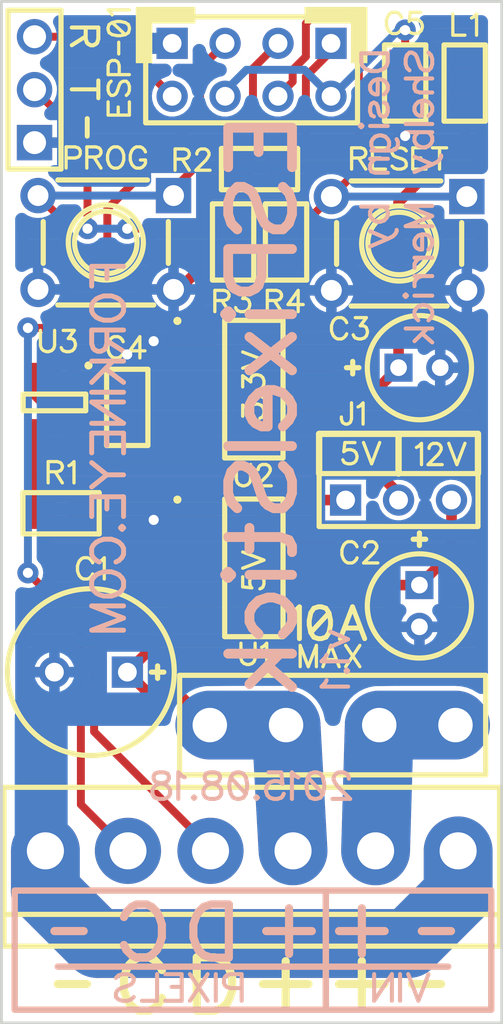
<source format=kicad_pcb>
(kicad_pcb (version 20240928) (generator "gerbview") (generator_version "9.0")
  (layers (0 F.Cu signal) (2 B.Cu signal) (1 F.Mask user) (3 B.Mask user) (5 F.SilkS user) (7 B.SilkS user) (13 F.Paste user) (15 B.Paste user) (25 Edge.Cuts user))
  (gr_line (start 9.99998 -9.99998) (end 9.99998 -58.99912) (layer Edge.Cuts) (stroke (width 0.1397)))
  (gr_line (start 9.99998 -58.99912) (end 34.00044 -58.99912) (layer Edge.Cuts) (stroke (width 0.1397)))
  (gr_line (start 34.00044 -58.99912) (end 34.00044 -9.99998) (layer Edge.Cuts) (stroke (width 0.1397)))
  (gr_line (start 34.00044 -9.99998) (end 9.99998 -9.99998) (layer Edge.Cuts) (stroke (width 0.1397)))
  (gr_circle (center 14.29004 -26.82748) (end 10.28954 -26.82748) (layer F.SilkS) (stroke (width 0.24892)))
  (gr_line (start 17.49044 -27.1272) (end 17.49044 -26.52776) (layer F.SilkS) (stroke (width 0.24892)))
  (gr_line (start 17.79016 -26.82748) (end 17.19072 -26.82748) (layer F.SilkS) (stroke (width 0.24892)))
  (gr_circle (center 30.05074 -30.00248) (end 30.05074 -27.50312) (layer F.SilkS) (stroke (width 0.24892)))
  (gr_line (start 29.75102 -33.20288) (end 30.35046 -33.20288) (layer F.SilkS) (stroke (width 0.24892)))
  (gr_line (start 30.05074 -33.5026) (end 30.05074 -32.90316) (layer F.SilkS) (stroke (width 0.24892)))
  (gr_circle (center 30.05074 -41.43248) (end 32.5501 -41.43248) (layer F.SilkS) (stroke (width 0.24892)))
  (gr_line (start 26.85034 -41.13276) (end 26.85034 -41.7322) (layer F.SilkS) (stroke (width 0.24892)))
  (gr_line (start 26.55062 -41.43248) (end 27.15006 -41.43248) (layer F.SilkS) (stroke (width 0.24892)))
  (gr_line (start 15.04442 -37.69868) (end 17.02562 -37.69868) (layer F.SilkS) (stroke (width 0.24892)))
  (gr_line (start 17.02562 -37.69868) (end 17.02562 -41.35628) (layer F.SilkS) (stroke (width 0.24892)))
  (gr_line (start 17.02562 -41.35628) (end 15.04442 -41.35628) (layer F.SilkS) (stroke (width 0.24892)))
  (gr_line (start 15.04442 -41.35628) (end 15.04442 -37.69868) (layer F.SilkS) (stroke (width 0.24892)))
  (gr_line (start 30.35808 -56.91632) (end 28.37688 -56.91632) (layer F.SilkS) (stroke (width 0.24892)))
  (gr_line (start 28.37688 -56.91632) (end 28.37688 -53.25872) (layer F.SilkS) (stroke (width 0.24892)))
  (gr_line (start 28.37688 -53.25872) (end 30.35808 -53.25872) (layer F.SilkS) (stroke (width 0.24892)))
  (gr_line (start 30.35808 -53.25872) (end 30.35808 -56.91632) (layer F.SilkS) (stroke (width 0.24892)))
  (gr_line (start 18.54708 -26.67508) (end 33.22828 -26.67508) (layer F.SilkS) (stroke (width 0.24892)))
  (gr_line (start 33.22828 -26.67508) (end 33.22828 -21.89988) (layer F.SilkS) (stroke (width 0.24892)))
  (gr_line (start 33.22828 -21.89988) (end 18.54708 -21.89988) (layer F.SilkS) (stroke (width 0.24892)))
  (gr_line (start 18.54708 -21.89988) (end 18.54708 -26.67508) (layer F.SilkS) (stroke (width 0.24892)))
  (gr_line (start 25.23998 -33.81248) (end 25.23998 -36.35248) (layer F.SilkS) (stroke (width 0.24892)))
  (gr_line (start 25.23998 -36.35248) (end 32.85998 -36.35248) (layer F.SilkS) (stroke (width 0.24892)))
  (gr_line (start 32.85998 -33.81248) (end 32.85998 -36.35248) (layer F.SilkS) (stroke (width 0.24892)))
  (gr_line (start 25.23998 -33.81248) (end 32.85998 -33.81248) (layer F.SilkS) (stroke (width 0.24892)))
  (gr_line (start 16.91894 -53.17744) (end 27.08148 -53.17744) (layer F.SilkS) (stroke (width 0.24892)))
  (gr_line (start 16.91894 -58.25998) (end 27.08148 -58.25998) (layer F.SilkS) (stroke (width 0.24892)))
  (gr_line (start 16.91894 -53.17744) (end 16.91894 -58.25998) (layer F.SilkS) (stroke (width 0.24892)))
  (gr_line (start 27.08148 -53.17744) (end 27.08148 -58.25998) (layer F.SilkS) (stroke (width 0.24892)))
  (gr_poly (pts (xy 16.44396 -58.7375) (xy 17.23644 -58.7375) (xy 17.23644 -56.03748) (xy 16.44396 -56.03748)) (fill yes) (layer F.SilkS))
  (gr_poly (pts (xy 16.91894 -58.7375) (xy 19.304 -58.7375) (xy 19.304 -57.94248) (xy 16.91894 -57.94248)) (fill yes) (layer F.SilkS))
  (gr_poly (pts (xy 26.76398 -58.7375) (xy 27.55646 -58.7375) (xy 27.55646 -56.03748) (xy 26.76398 -56.03748)) (fill yes) (layer F.SilkS))
  (gr_poly (pts (xy 24.53894 -58.7375) (xy 26.92146 -58.7375) (xy 26.92146 -57.94248) (xy 24.53894 -57.94248)) (fill yes) (layer F.SilkS))
  (gr_line (start 33.89376 -13.68298) (end 10.11936 -13.68298) (layer F.SilkS) (stroke (width 0.24892)))
  (gr_line (start 10.11936 -13.68298) (end 10.11936 -21.30298) (layer F.SilkS) (stroke (width 0.24892)))
  (gr_line (start 10.11936 -21.30298) (end 33.89376 -21.30298) (layer F.SilkS) (stroke (width 0.24892)))
  (gr_line (start 33.89376 -21.30298) (end 33.89376 -13.68298) (layer F.SilkS) (stroke (width 0.24892)))
  (gr_line (start 33.89376 -15.20698) (end 10.11936 -15.20698) (layer F.SilkS) (stroke (width 0.24892)))
  (gr_line (start 10.31748 -50.95748) (end 12.85748 -50.95748) (layer F.SilkS) (stroke (width 0.24892)))
  (gr_line (start 12.85748 -50.95748) (end 12.85748 -58.57748) (layer F.SilkS) (stroke (width 0.24892)))
  (gr_line (start 12.85748 -58.57748) (end 10.31748 -58.57748) (layer F.SilkS) (stroke (width 0.24892)))
  (gr_line (start 10.31748 -58.57748) (end 10.31748 -50.95748) (layer F.SilkS) (stroke (width 0.24892)))
  (gr_line (start 31.23184 -53.25618) (end 33.21304 -53.25618) (layer F.SilkS) (stroke (width 0.24892)))
  (gr_line (start 33.21304 -53.25618) (end 33.21304 -56.91378) (layer F.SilkS) (stroke (width 0.24892)))
  (gr_line (start 33.21304 -56.91378) (end 31.23184 -56.91378) (layer F.SilkS) (stroke (width 0.24892)))
  (gr_line (start 31.23184 -56.91378) (end 31.23184 -53.25618) (layer F.SilkS) (stroke (width 0.24892)))
  (gr_line (start 14.68882 -33.45688) (end 11.03122 -33.45688) (layer F.SilkS) (stroke (width 0.24892)))
  (gr_line (start 11.03122 -33.45688) (end 11.03122 -35.43808) (layer F.SilkS) (stroke (width 0.24892)))
  (gr_line (start 11.03122 -35.43808) (end 14.68882 -35.43808) (layer F.SilkS) (stroke (width 0.24892)))
  (gr_line (start 14.68882 -35.43808) (end 14.68882 -33.45688) (layer F.SilkS) (stroke (width 0.24892)))
  (gr_line (start 20.55114 -51.94808) (end 24.20874 -51.94808) (layer F.SilkS) (stroke (width 0.24892)))
  (gr_line (start 24.20874 -51.94808) (end 24.20874 -49.96688) (layer F.SilkS) (stroke (width 0.24892)))
  (gr_line (start 24.20874 -49.96688) (end 20.55114 -49.96688) (layer F.SilkS) (stroke (width 0.24892)))
  (gr_line (start 20.55114 -49.96688) (end 20.55114 -51.94808) (layer F.SilkS) (stroke (width 0.24892)))
  (gr_line (start 22.10308 -49.29124) (end 20.12188 -49.29124) (layer F.SilkS) (stroke (width 0.24892)))
  (gr_line (start 20.12188 -49.29124) (end 20.12188 -45.63364) (layer F.SilkS) (stroke (width 0.24892)))
  (gr_line (start 20.12188 -45.63364) (end 22.10308 -45.63364) (layer F.SilkS) (stroke (width 0.24892)))
  (gr_line (start 22.10308 -45.63364) (end 22.10308 -49.29124) (layer F.SilkS) (stroke (width 0.24892)))
  (gr_line (start 22.66188 -45.63364) (end 24.64308 -45.63364) (layer F.SilkS) (stroke (width 0.24892)))
  (gr_line (start 24.64308 -45.63364) (end 24.64308 -49.29124) (layer F.SilkS) (stroke (width 0.24892)))
  (gr_line (start 24.64308 -49.29124) (end 22.66188 -49.29124) (layer F.SilkS) (stroke (width 0.24892)))
  (gr_line (start 22.66188 -49.29124) (end 22.66188 -45.63364) (layer F.SilkS) (stroke (width 0.24892)))
  (gr_circle (center 29.07792 -47.38878) (end 27.27706 -47.38878) (layer F.SilkS) (stroke (width 0.24892)))
  (gr_line (start 31.37662 -44.38904) (end 26.77668 -44.38904) (layer F.SilkS) (stroke (width 0.24892)))
  (gr_line (start 26.07818 -46.39056) (end 26.07818 -48.38954) (layer F.SilkS) (stroke (width 0.24892)))
  (gr_line (start 26.77668 -50.39106) (end 31.0769 -50.39106) (layer F.SilkS) (stroke (width 0.24892)))
  (gr_line (start 32.07766 -48.38954) (end 32.07766 -46.39056) (layer F.SilkS) (stroke (width 0.24892)))
  (gr_circle (center 29.07538 -47.38878) (end 27.57678 -47.38878) (layer F.SilkS) (stroke (width 0.24892)))
  (gr_circle (center 15.00632 -47.43704) (end 13.20546 -47.43704) (layer F.SilkS) (stroke (width 0.24892)))
  (gr_line (start 17.30502 -44.4373) (end 12.70508 -44.4373) (layer F.SilkS) (stroke (width 0.24892)))
  (gr_line (start 12.00404 -46.43628) (end 12.00404 -48.4378) (layer F.SilkS) (stroke (width 0.24892)))
  (gr_line (start 12.70508 -50.43678) (end 17.0053 -50.43678) (layer F.SilkS) (stroke (width 0.24892)))
  (gr_line (start 18.00606 -48.4378) (end 18.00606 -46.43628) (layer F.SilkS) (stroke (width 0.24892)))
  (gr_circle (center 15.00378 -47.43704) (end 13.50518 -47.43704) (layer F.SilkS) (stroke (width 0.24892)))
  (gr_circle (center 18.4404 -35.1028) (end 18.63598 -35.1028) (fill yes) (layer F.SilkS))
  (gr_line (start 20.70862 -35.13074) (end 20.70862 -28.52928) (layer F.SilkS) (stroke (width 0.24892)))
  (gr_line (start 23.5077 -35.13074) (end 23.5077 -28.52928) (layer F.SilkS) (stroke (width 0.24892)))
  (gr_line (start 20.70862 -28.52928) (end 23.5077 -28.52928) (layer F.SilkS) (stroke (width 0.24892)))
  (gr_line (start 20.70862 -35.13074) (end 23.5077 -35.13074) (layer F.SilkS) (stroke (width 0.24892)))
  (gr_circle (center 18.4404 -43.6753) (end 18.63598 -43.6753) (fill yes) (layer F.SilkS))
  (gr_line (start 20.70862 -43.70324) (end 20.70862 -37.10178) (layer F.SilkS) (stroke (width 0.24892)))
  (gr_line (start 23.5077 -43.70324) (end 23.5077 -37.10178) (layer F.SilkS) (stroke (width 0.24892)))
  (gr_line (start 20.70862 -37.10178) (end 23.5077 -37.10178) (layer F.SilkS) (stroke (width 0.24892)))
  (gr_line (start 20.70862 -43.70324) (end 23.5077 -43.70324) (layer F.SilkS) (stroke (width 0.24892)))
  (gr_circle (center 14.17574 -41.53662) (end 14.37132 -41.53662) (fill yes) (layer F.SilkS))
  (gr_line (start 14.04366 -40.16502) (end 11.04138 -40.16502) (layer F.SilkS) (stroke (width 0.24892)))
  (gr_line (start 14.04366 -39.36492) (end 11.04138 -39.36492) (layer F.SilkS) (stroke (width 0.24892)))
  (gr_line (start 11.04138 -40.16502) (end 11.04138 -39.36492) (layer F.SilkS) (stroke (width 0.24892)))
  (gr_line (start 14.04366 -40.16502) (end 14.04366 -39.36492) (layer F.SilkS) (stroke (width 0.24892)))
  (gr_line (start 25.23998 -36.35248) (end 25.23998 -38.25748) (layer F.SilkS) (stroke (width 0.3048)))
  (gr_line (start 25.23998 -38.25748) (end 29.04998 -38.25748) (layer F.SilkS) (stroke (width 0.3048)))
  (gr_line (start 29.04998 -38.25748) (end 29.04998 -36.35248) (layer F.SilkS) (stroke (width 0.3048)))
  (gr_line (start 29.04998 -38.25748) (end 32.85998 -38.25748) (layer F.SilkS) (stroke (width 0.3048)))
  (gr_line (start 32.85998 -38.25748) (end 32.85998 -36.35248) (layer F.SilkS) (stroke (width 0.3048)))
  (gr_line (start 14.3764 -32.07258) (end 14.32814 -32.1691) (layer F.SilkS) (stroke (width 0.15748)))
  (gr_line (start 14.32814 -32.1691) (end 14.22908 -32.26816) (layer F.SilkS) (stroke (width 0.15748)))
  (gr_line (start 14.22908 -32.26816) (end 14.13256 -32.31642) (layer F.SilkS) (stroke (width 0.15748)))
  (gr_line (start 14.13256 -32.31642) (end 13.93952 -32.31642) (layer F.SilkS) (stroke (width 0.15748)))
  (gr_line (start 13.93952 -32.31642) (end 13.84046 -32.26816) (layer F.SilkS) (stroke (width 0.15748)))
  (gr_line (start 13.84046 -32.26816) (end 13.74394 -32.1691) (layer F.SilkS) (stroke (width 0.15748)))
  (gr_line (start 13.74394 -32.1691) (end 13.69568 -32.07258) (layer F.SilkS) (stroke (width 0.15748)))
  (gr_line (start 13.69568 -32.07258) (end 13.64742 -31.9278) (layer F.SilkS) (stroke (width 0.15748)))
  (gr_line (start 13.64742 -31.9278) (end 13.64742 -31.68396) (layer F.SilkS) (stroke (width 0.15748)))
  (gr_line (start 13.64742 -31.68396) (end 13.69568 -31.53918) (layer F.SilkS) (stroke (width 0.15748)))
  (gr_line (start 13.69568 -31.53918) (end 13.74394 -31.44012) (layer F.SilkS) (stroke (width 0.15748)))
  (gr_line (start 13.74394 -31.44012) (end 13.84046 -31.3436) (layer F.SilkS) (stroke (width 0.15748)))
  (gr_line (start 13.84046 -31.3436) (end 13.93952 -31.29534) (layer F.SilkS) (stroke (width 0.15748)))
  (gr_line (start 13.93952 -31.29534) (end 14.13256 -31.29534) (layer F.SilkS) (stroke (width 0.15748)))
  (gr_line (start 14.13256 -31.29534) (end 14.22908 -31.3436) (layer F.SilkS) (stroke (width 0.15748)))
  (gr_line (start 14.22908 -31.3436) (end 14.32814 -31.44012) (layer F.SilkS) (stroke (width 0.15748)))
  (gr_line (start 14.32814 -31.44012) (end 14.3764 -31.53918) (layer F.SilkS) (stroke (width 0.15748)))
  (gr_line (start 14.68882 -32.12084) (end 14.78788 -32.1691) (layer F.SilkS) (stroke (width 0.15748)))
  (gr_line (start 14.78788 -32.1691) (end 14.93266 -32.31388) (layer F.SilkS) (stroke (width 0.15748)))
  (gr_line (start 14.93266 -32.31388) (end 14.93266 -31.29534) (layer F.SilkS) (stroke (width 0.15748)))
  (gr_line (start 27.05862 -32.8422) (end 27.01036 -32.93872) (layer F.SilkS) (stroke (width 0.15748)))
  (gr_line (start 27.01036 -32.93872) (end 26.91384 -33.03778) (layer F.SilkS) (stroke (width 0.15748)))
  (gr_line (start 26.91384 -33.03778) (end 26.81732 -33.08604) (layer F.SilkS) (stroke (width 0.15748)))
  (gr_line (start 26.81732 -33.08604) (end 26.62174 -33.08604) (layer F.SilkS) (stroke (width 0.15748)))
  (gr_line (start 26.62174 -33.08604) (end 26.52522 -33.03778) (layer F.SilkS) (stroke (width 0.15748)))
  (gr_line (start 26.52522 -33.03778) (end 26.4287 -32.93872) (layer F.SilkS) (stroke (width 0.15748)))
  (gr_line (start 26.4287 -32.93872) (end 26.38044 -32.8422) (layer F.SilkS) (stroke (width 0.15748)))
  (gr_line (start 26.38044 -32.8422) (end 26.33218 -32.69742) (layer F.SilkS) (stroke (width 0.15748)))
  (gr_line (start 26.33218 -32.69742) (end 26.33218 -32.45358) (layer F.SilkS) (stroke (width 0.15748)))
  (gr_line (start 26.33218 -32.45358) (end 26.38044 -32.3088) (layer F.SilkS) (stroke (width 0.15748)))
  (gr_line (start 26.38044 -32.3088) (end 26.4287 -32.20974) (layer F.SilkS) (stroke (width 0.15748)))
  (gr_line (start 26.4287 -32.20974) (end 26.52522 -32.11322) (layer F.SilkS) (stroke (width 0.15748)))
  (gr_line (start 26.52522 -32.11322) (end 26.62174 -32.06496) (layer F.SilkS) (stroke (width 0.15748)))
  (gr_line (start 26.62174 -32.06496) (end 26.81732 -32.06496) (layer F.SilkS) (stroke (width 0.15748)))
  (gr_line (start 26.81732 -32.06496) (end 26.91384 -32.11322) (layer F.SilkS) (stroke (width 0.15748)))
  (gr_line (start 26.91384 -32.11322) (end 27.01036 -32.20974) (layer F.SilkS) (stroke (width 0.15748)))
  (gr_line (start 27.01036 -32.20974) (end 27.05862 -32.3088) (layer F.SilkS) (stroke (width 0.15748)))
  (gr_line (start 27.42184 -32.8422) (end 27.42184 -32.89046) (layer F.SilkS) (stroke (width 0.15748)))
  (gr_line (start 27.42184 -32.89046) (end 27.4701 -32.98698) (layer F.SilkS) (stroke (width 0.15748)))
  (gr_line (start 27.4701 -32.98698) (end 27.51836 -33.03524) (layer F.SilkS) (stroke (width 0.15748)))
  (gr_line (start 27.51836 -33.03524) (end 27.61742 -33.0835) (layer F.SilkS) (stroke (width 0.15748)))
  (gr_line (start 27.61742 -33.0835) (end 27.81046 -33.0835) (layer F.SilkS) (stroke (width 0.15748)))
  (gr_line (start 27.81046 -33.0835) (end 27.90698 -33.03524) (layer F.SilkS) (stroke (width 0.15748)))
  (gr_line (start 27.90698 -33.03524) (end 27.95524 -32.98698) (layer F.SilkS) (stroke (width 0.15748)))
  (gr_line (start 27.95524 -32.98698) (end 28.00604 -32.89046) (layer F.SilkS) (stroke (width 0.15748)))
  (gr_line (start 28.00604 -32.89046) (end 28.00604 -32.79394) (layer F.SilkS) (stroke (width 0.15748)))
  (gr_line (start 28.00604 -32.79394) (end 27.95524 -32.69488) (layer F.SilkS) (stroke (width 0.15748)))
  (gr_line (start 27.95524 -32.69488) (end 27.85872 -32.5501) (layer F.SilkS) (stroke (width 0.15748)))
  (gr_line (start 27.85872 -32.5501) (end 27.37358 -32.06496) (layer F.SilkS) (stroke (width 0.15748)))
  (gr_line (start 27.37358 -32.06496) (end 28.0543 -32.06496) (layer F.SilkS) (stroke (width 0.15748)))
  (gr_line (start 26.56078 -43.59148) (end 26.51252 -43.688) (layer F.SilkS) (stroke (width 0.15748)))
  (gr_line (start 26.51252 -43.688) (end 26.41346 -43.78452) (layer F.SilkS) (stroke (width 0.15748)))
  (gr_line (start 26.41346 -43.78452) (end 26.31694 -43.83278) (layer F.SilkS) (stroke (width 0.15748)))
  (gr_line (start 26.31694 -43.83278) (end 26.1239 -43.83278) (layer F.SilkS) (stroke (width 0.15748)))
  (gr_line (start 26.1239 -43.83278) (end 26.02484 -43.78452) (layer F.SilkS) (stroke (width 0.15748)))
  (gr_line (start 26.02484 -43.78452) (end 25.92832 -43.688) (layer F.SilkS) (stroke (width 0.15748)))
  (gr_line (start 25.92832 -43.688) (end 25.88006 -43.59148) (layer F.SilkS) (stroke (width 0.15748)))
  (gr_line (start 25.88006 -43.59148) (end 25.8318 -43.44416) (layer F.SilkS) (stroke (width 0.15748)))
  (gr_line (start 25.8318 -43.44416) (end 25.8318 -43.20032) (layer F.SilkS) (stroke (width 0.15748)))
  (gr_line (start 25.8318 -43.20032) (end 25.88006 -43.05554) (layer F.SilkS) (stroke (width 0.15748)))
  (gr_line (start 25.88006 -43.05554) (end 25.92832 -42.95902) (layer F.SilkS) (stroke (width 0.15748)))
  (gr_line (start 25.92832 -42.95902) (end 26.02484 -42.8625) (layer F.SilkS) (stroke (width 0.15748)))
  (gr_line (start 26.02484 -42.8625) (end 26.1239 -42.8117) (layer F.SilkS) (stroke (width 0.15748)))
  (gr_line (start 26.1239 -42.8117) (end 26.31694 -42.8117) (layer F.SilkS) (stroke (width 0.15748)))
  (gr_line (start 26.31694 -42.8117) (end 26.41346 -42.8625) (layer F.SilkS) (stroke (width 0.15748)))
  (gr_line (start 26.41346 -42.8625) (end 26.51252 -42.95902) (layer F.SilkS) (stroke (width 0.15748)))
  (gr_line (start 26.51252 -42.95902) (end 26.56078 -43.05554) (layer F.SilkS) (stroke (width 0.15748)))
  (gr_line (start 26.97226 -43.83278) (end 27.50566 -43.83278) (layer F.SilkS) (stroke (width 0.15748)))
  (gr_line (start 27.50566 -43.83278) (end 27.21356 -43.44416) (layer F.SilkS) (stroke (width 0.15748)))
  (gr_line (start 27.21356 -43.44416) (end 27.36088 -43.44416) (layer F.SilkS) (stroke (width 0.15748)))
  (gr_line (start 27.36088 -43.44416) (end 27.4574 -43.3959) (layer F.SilkS) (stroke (width 0.15748)))
  (gr_line (start 27.4574 -43.3959) (end 27.50566 -43.34764) (layer F.SilkS) (stroke (width 0.15748)))
  (gr_line (start 27.50566 -43.34764) (end 27.55392 -43.20032) (layer F.SilkS) (stroke (width 0.15748)))
  (gr_line (start 27.55392 -43.20032) (end 27.55392 -43.1038) (layer F.SilkS) (stroke (width 0.15748)))
  (gr_line (start 27.55392 -43.1038) (end 27.50566 -42.95902) (layer F.SilkS) (stroke (width 0.15748)))
  (gr_line (start 27.50566 -42.95902) (end 27.40914 -42.85996) (layer F.SilkS) (stroke (width 0.15748)))
  (gr_line (start 27.40914 -42.85996) (end 27.26182 -42.8117) (layer F.SilkS) (stroke (width 0.15748)))
  (gr_line (start 27.26182 -42.8117) (end 27.11704 -42.8117) (layer F.SilkS) (stroke (width 0.15748)))
  (gr_line (start 27.11704 -42.8117) (end 26.97226 -42.85996) (layer F.SilkS) (stroke (width 0.15748)))
  (gr_line (start 26.97226 -42.85996) (end 26.924 -42.91076) (layer F.SilkS) (stroke (width 0.15748)))
  (gr_line (start 26.924 -42.91076) (end 26.8732 -43.00728) (layer F.SilkS) (stroke (width 0.15748)))
  (gr_line (start 15.83944 -42.67708) (end 15.79118 -42.7736) (layer F.SilkS) (stroke (width 0.15748)))
  (gr_line (start 15.79118 -42.7736) (end 15.69466 -42.87266) (layer F.SilkS) (stroke (width 0.15748)))
  (gr_line (start 15.69466 -42.87266) (end 15.59814 -42.92092) (layer F.SilkS) (stroke (width 0.15748)))
  (gr_line (start 15.59814 -42.92092) (end 15.40256 -42.92092) (layer F.SilkS) (stroke (width 0.15748)))
  (gr_line (start 15.40256 -42.92092) (end 15.30604 -42.87266) (layer F.SilkS) (stroke (width 0.15748)))
  (gr_line (start 15.30604 -42.87266) (end 15.20952 -42.7736) (layer F.SilkS) (stroke (width 0.15748)))
  (gr_line (start 15.20952 -42.7736) (end 15.15872 -42.67708) (layer F.SilkS) (stroke (width 0.15748)))
  (gr_line (start 15.15872 -42.67708) (end 15.11046 -42.5323) (layer F.SilkS) (stroke (width 0.15748)))
  (gr_line (start 15.11046 -42.5323) (end 15.11046 -42.28846) (layer F.SilkS) (stroke (width 0.15748)))
  (gr_line (start 15.11046 -42.28846) (end 15.15872 -42.14368) (layer F.SilkS) (stroke (width 0.15748)))
  (gr_line (start 15.15872 -42.14368) (end 15.20952 -42.04462) (layer F.SilkS) (stroke (width 0.15748)))
  (gr_line (start 15.20952 -42.04462) (end 15.30604 -41.9481) (layer F.SilkS) (stroke (width 0.15748)))
  (gr_line (start 15.30604 -41.9481) (end 15.40256 -41.89984) (layer F.SilkS) (stroke (width 0.15748)))
  (gr_line (start 15.40256 -41.89984) (end 15.59814 -41.89984) (layer F.SilkS) (stroke (width 0.15748)))
  (gr_line (start 15.59814 -41.89984) (end 15.69466 -41.9481) (layer F.SilkS) (stroke (width 0.15748)))
  (gr_line (start 15.69466 -41.9481) (end 15.79118 -42.04462) (layer F.SilkS) (stroke (width 0.15748)))
  (gr_line (start 15.79118 -42.04462) (end 15.83944 -42.14368) (layer F.SilkS) (stroke (width 0.15748)))
  (gr_line (start 16.63954 -41.89984) (end 16.63954 -42.91838) (layer F.SilkS) (stroke (width 0.15748)))
  (gr_line (start 16.63954 -42.91838) (end 16.1544 -42.2402) (layer F.SilkS) (stroke (width 0.15748)))
  (gr_line (start 16.1544 -42.2402) (end 16.88338 -42.2402) (layer F.SilkS) (stroke (width 0.15748)))
  (gr_line (start 29.1973 -58.23712) (end 29.14904 -58.33364) (layer F.SilkS) (stroke (width 0.15748)))
  (gr_line (start 29.14904 -58.33364) (end 29.04998 -58.4327) (layer F.SilkS) (stroke (width 0.15748)))
  (gr_line (start 29.04998 -58.4327) (end 28.95346 -58.48096) (layer F.SilkS) (stroke (width 0.15748)))
  (gr_line (start 28.95346 -58.48096) (end 28.76042 -58.48096) (layer F.SilkS) (stroke (width 0.15748)))
  (gr_line (start 28.76042 -58.48096) (end 28.66136 -58.4327) (layer F.SilkS) (stroke (width 0.15748)))
  (gr_line (start 28.66136 -58.4327) (end 28.56484 -58.33364) (layer F.SilkS) (stroke (width 0.15748)))
  (gr_line (start 28.56484 -58.33364) (end 28.51658 -58.23712) (layer F.SilkS) (stroke (width 0.15748)))
  (gr_line (start 28.51658 -58.23712) (end 28.46832 -58.09234) (layer F.SilkS) (stroke (width 0.15748)))
  (gr_line (start 28.46832 -58.09234) (end 28.46832 -57.8485) (layer F.SilkS) (stroke (width 0.15748)))
  (gr_line (start 28.46832 -57.8485) (end 28.51658 -57.70372) (layer F.SilkS) (stroke (width 0.15748)))
  (gr_line (start 28.51658 -57.70372) (end 28.56484 -57.60466) (layer F.SilkS) (stroke (width 0.15748)))
  (gr_line (start 28.56484 -57.60466) (end 28.66136 -57.50814) (layer F.SilkS) (stroke (width 0.15748)))
  (gr_line (start 28.66136 -57.50814) (end 28.76042 -57.45988) (layer F.SilkS) (stroke (width 0.15748)))
  (gr_line (start 28.76042 -57.45988) (end 28.95346 -57.45988) (layer F.SilkS) (stroke (width 0.15748)))
  (gr_line (start 28.95346 -57.45988) (end 29.04998 -57.50814) (layer F.SilkS) (stroke (width 0.15748)))
  (gr_line (start 29.04998 -57.50814) (end 29.14904 -57.60466) (layer F.SilkS) (stroke (width 0.15748)))
  (gr_line (start 29.14904 -57.60466) (end 29.1973 -57.70372) (layer F.SilkS) (stroke (width 0.15748)))
  (gr_line (start 30.09392 -58.47842) (end 29.60878 -58.47842) (layer F.SilkS) (stroke (width 0.15748)))
  (gr_line (start 29.60878 -58.47842) (end 29.56052 -58.04154) (layer F.SilkS) (stroke (width 0.15748)))
  (gr_line (start 29.56052 -58.04154) (end 29.60878 -58.0898) (layer F.SilkS) (stroke (width 0.15748)))
  (gr_line (start 29.60878 -58.0898) (end 29.75356 -58.1406) (layer F.SilkS) (stroke (width 0.15748)))
  (gr_line (start 29.75356 -58.1406) (end 29.89834 -58.1406) (layer F.SilkS) (stroke (width 0.15748)))
  (gr_line (start 29.89834 -58.1406) (end 30.04566 -58.0898) (layer F.SilkS) (stroke (width 0.15748)))
  (gr_line (start 30.04566 -58.0898) (end 30.14218 -57.99328) (layer F.SilkS) (stroke (width 0.15748)))
  (gr_line (start 30.14218 -57.99328) (end 30.19044 -57.8485) (layer F.SilkS) (stroke (width 0.15748)))
  (gr_line (start 30.19044 -57.8485) (end 30.19044 -57.75198) (layer F.SilkS) (stroke (width 0.15748)))
  (gr_line (start 30.19044 -57.75198) (end 30.14218 -57.60466) (layer F.SilkS) (stroke (width 0.15748)))
  (gr_line (start 30.14218 -57.60466) (end 30.04566 -57.50814) (layer F.SilkS) (stroke (width 0.15748)))
  (gr_line (start 30.04566 -57.50814) (end 29.89834 -57.45988) (layer F.SilkS) (stroke (width 0.15748)))
  (gr_line (start 29.89834 -57.45988) (end 29.75356 -57.45988) (layer F.SilkS) (stroke (width 0.15748)))
  (gr_line (start 29.75356 -57.45988) (end 29.60878 -57.50814) (layer F.SilkS) (stroke (width 0.15748)))
  (gr_line (start 29.60878 -57.50814) (end 29.56052 -57.5564) (layer F.SilkS) (stroke (width 0.15748)))
  (gr_line (start 29.56052 -57.5564) (end 29.50972 -57.65292) (layer F.SilkS) (stroke (width 0.15748)))
  (gr_line (start 26.79192 -39.74592) (end 26.79192 -38.96868) (layer F.SilkS) (stroke (width 0.15748)))
  (gr_line (start 26.79192 -38.96868) (end 26.74366 -38.82136) (layer F.SilkS) (stroke (width 0.15748)))
  (gr_line (start 26.74366 -38.82136) (end 26.6954 -38.7731) (layer F.SilkS) (stroke (width 0.15748)))
  (gr_line (start 26.6954 -38.7731) (end 26.59888 -38.72484) (layer F.SilkS) (stroke (width 0.15748)))
  (gr_line (start 26.59888 -38.72484) (end 26.49982 -38.72484) (layer F.SilkS) (stroke (width 0.15748)))
  (gr_line (start 26.49982 -38.72484) (end 26.4033 -38.7731) (layer F.SilkS) (stroke (width 0.15748)))
  (gr_line (start 26.4033 -38.7731) (end 26.35504 -38.82136) (layer F.SilkS) (stroke (width 0.15748)))
  (gr_line (start 26.35504 -38.82136) (end 26.30678 -38.96868) (layer F.SilkS) (stroke (width 0.15748)))
  (gr_line (start 26.30678 -38.96868) (end 26.30678 -39.0652) (layer F.SilkS) (stroke (width 0.15748)))
  (gr_line (start 27.10688 -39.55034) (end 27.2034 -39.5986) (layer F.SilkS) (stroke (width 0.15748)))
  (gr_line (start 27.2034 -39.5986) (end 27.34818 -39.74338) (layer F.SilkS) (stroke (width 0.15748)))
  (gr_line (start 27.34818 -39.74338) (end 27.34818 -38.72484) (layer F.SilkS) (stroke (width 0.15748)))
  (gr_line (start 15.11554 -54.18074) (end 15.11554 -53.54828) (layer F.SilkS) (stroke (width 0.15748)))
  (gr_line (start 15.11554 -53.54828) (end 16.13662 -53.54828) (layer F.SilkS) (stroke (width 0.15748)))
  (gr_line (start 16.13662 -53.54828) (end 16.13662 -54.18074) (layer F.SilkS) (stroke (width 0.15748)))
  (gr_line (start 15.60068 -53.54828) (end 15.60068 -53.9369) (layer F.SilkS) (stroke (width 0.15748)))
  (gr_line (start 15.26032 -55.17388) (end 15.1638 -55.07736) (layer F.SilkS) (stroke (width 0.15748)))
  (gr_line (start 15.1638 -55.07736) (end 15.11554 -54.93258) (layer F.SilkS) (stroke (width 0.15748)))
  (gr_line (start 15.11554 -54.93258) (end 15.11554 -54.737) (layer F.SilkS) (stroke (width 0.15748)))
  (gr_line (start 15.11554 -54.737) (end 15.1638 -54.59222) (layer F.SilkS) (stroke (width 0.15748)))
  (gr_line (start 15.1638 -54.59222) (end 15.26032 -54.49316) (layer F.SilkS) (stroke (width 0.15748)))
  (gr_line (start 15.26032 -54.49316) (end 15.35684 -54.49316) (layer F.SilkS) (stroke (width 0.15748)))
  (gr_line (start 15.35684 -54.49316) (end 15.4559 -54.54396) (layer F.SilkS) (stroke (width 0.15748)))
  (gr_line (start 15.4559 -54.54396) (end 15.50416 -54.59222) (layer F.SilkS) (stroke (width 0.15748)))
  (gr_line (start 15.50416 -54.59222) (end 15.55242 -54.68874) (layer F.SilkS) (stroke (width 0.15748)))
  (gr_line (start 15.55242 -54.68874) (end 15.64894 -54.98084) (layer F.SilkS) (stroke (width 0.15748)))
  (gr_line (start 15.64894 -54.98084) (end 15.6972 -55.07736) (layer F.SilkS) (stroke (width 0.15748)))
  (gr_line (start 15.6972 -55.07736) (end 15.748 -55.12562) (layer F.SilkS) (stroke (width 0.15748)))
  (gr_line (start 15.748 -55.12562) (end 15.84452 -55.17388) (layer F.SilkS) (stroke (width 0.15748)))
  (gr_line (start 15.84452 -55.17388) (end 15.9893 -55.17388) (layer F.SilkS) (stroke (width 0.15748)))
  (gr_line (start 15.9893 -55.17388) (end 16.08582 -55.07736) (layer F.SilkS) (stroke (width 0.15748)))
  (gr_line (start 16.08582 -55.07736) (end 16.13662 -54.93258) (layer F.SilkS) (stroke (width 0.15748)))
  (gr_line (start 16.13662 -54.93258) (end 16.13662 -54.737) (layer F.SilkS) (stroke (width 0.15748)))
  (gr_line (start 16.13662 -54.737) (end 16.08582 -54.59222) (layer F.SilkS) (stroke (width 0.15748)))
  (gr_line (start 16.08582 -54.59222) (end 15.9893 -54.49316) (layer F.SilkS) (stroke (width 0.15748)))
  (gr_line (start 15.64894 -55.48884) (end 15.64894 -55.92572) (layer F.SilkS) (stroke (width 0.15748)))
  (gr_line (start 15.64894 -55.92572) (end 15.60068 -56.0705) (layer F.SilkS) (stroke (width 0.15748)))
  (gr_line (start 15.60068 -56.0705) (end 15.55242 -56.1213) (layer F.SilkS) (stroke (width 0.15748)))
  (gr_line (start 15.55242 -56.1213) (end 15.4559 -56.16956) (layer F.SilkS) (stroke (width 0.15748)))
  (gr_line (start 15.4559 -56.16956) (end 15.30858 -56.16956) (layer F.SilkS) (stroke (width 0.15748)))
  (gr_line (start 15.30858 -56.16956) (end 15.21206 -56.1213) (layer F.SilkS) (stroke (width 0.15748)))
  (gr_line (start 15.21206 -56.1213) (end 15.1638 -56.0705) (layer F.SilkS) (stroke (width 0.15748)))
  (gr_line (start 15.1638 -56.0705) (end 15.11554 -55.92572) (layer F.SilkS) (stroke (width 0.15748)))
  (gr_line (start 15.11554 -55.92572) (end 15.11554 -55.48884) (layer F.SilkS) (stroke (width 0.15748)))
  (gr_line (start 15.11554 -55.48884) (end 16.13662 -55.48884) (layer F.SilkS) (stroke (width 0.15748)))
  (gr_line (start 15.62608 -56.48198) (end 15.62608 -57.04332) (layer F.SilkS) (stroke (width 0.15748)))
  (gr_line (start 15.11554 -57.65038) (end 15.1638 -57.50306) (layer F.SilkS) (stroke (width 0.15748)))
  (gr_line (start 15.1638 -57.50306) (end 15.31112 -57.40654) (layer F.SilkS) (stroke (width 0.15748)))
  (gr_line (start 15.31112 -57.40654) (end 15.55242 -57.35828) (layer F.SilkS) (stroke (width 0.15748)))
  (gr_line (start 15.55242 -57.35828) (end 15.69974 -57.35828) (layer F.SilkS) (stroke (width 0.15748)))
  (gr_line (start 15.69974 -57.35828) (end 15.94104 -57.40654) (layer F.SilkS) (stroke (width 0.15748)))
  (gr_line (start 15.94104 -57.40654) (end 16.08836 -57.50306) (layer F.SilkS) (stroke (width 0.15748)))
  (gr_line (start 16.08836 -57.50306) (end 16.13662 -57.65038) (layer F.SilkS) (stroke (width 0.15748)))
  (gr_line (start 16.13662 -57.65038) (end 16.13662 -57.7469) (layer F.SilkS) (stroke (width 0.15748)))
  (gr_line (start 16.13662 -57.7469) (end 16.08836 -57.89168) (layer F.SilkS) (stroke (width 0.15748)))
  (gr_line (start 16.08836 -57.89168) (end 15.94104 -57.9882) (layer F.SilkS) (stroke (width 0.15748)))
  (gr_line (start 15.94104 -57.9882) (end 15.69974 -58.039) (layer F.SilkS) (stroke (width 0.15748)))
  (gr_line (start 15.69974 -58.039) (end 15.55242 -58.039) (layer F.SilkS) (stroke (width 0.15748)))
  (gr_line (start 15.55242 -58.039) (end 15.31112 -57.9882) (layer F.SilkS) (stroke (width 0.15748)))
  (gr_line (start 15.31112 -57.9882) (end 15.1638 -57.89168) (layer F.SilkS) (stroke (width 0.15748)))
  (gr_line (start 15.1638 -57.89168) (end 15.11554 -57.7469) (layer F.SilkS) (stroke (width 0.15748)))
  (gr_line (start 15.11554 -57.7469) (end 15.11554 -57.65038) (layer F.SilkS) (stroke (width 0.15748)))
  (gr_line (start 15.31112 -57.9882) (end 15.94104 -57.40654) (layer F.SilkS) (stroke (width 0.15748)))
  (gr_line (start 15.31112 -58.35142) (end 15.26032 -58.45048) (layer F.SilkS) (stroke (width 0.15748)))
  (gr_line (start 15.26032 -58.45048) (end 15.11554 -58.59526) (layer F.SilkS) (stroke (width 0.15748)))
  (gr_line (start 15.11554 -58.59526) (end 16.13662 -58.59526) (layer F.SilkS) (stroke (width 0.15748)))
  (gr_line (start 31.65348 -58.40222) (end 31.65348 -57.38114) (layer F.SilkS) (stroke (width 0.15748)))
  (gr_line (start 31.65348 -57.38114) (end 32.23514 -57.38114) (layer F.SilkS) (stroke (width 0.15748)))
  (gr_line (start 32.5501 -58.20664) (end 32.64662 -58.2549) (layer F.SilkS) (stroke (width 0.15748)))
  (gr_line (start 32.64662 -58.2549) (end 32.7914 -58.39968) (layer F.SilkS) (stroke (width 0.15748)))
  (gr_line (start 32.7914 -58.39968) (end 32.7914 -57.38114) (layer F.SilkS) (stroke (width 0.15748)))
  (gr_line (start 12.24026 -36.43884) (end 12.67714 -36.43884) (layer F.SilkS) (stroke (width 0.15748)))
  (gr_line (start 12.67714 -36.43884) (end 12.82446 -36.48964) (layer F.SilkS) (stroke (width 0.15748)))
  (gr_line (start 12.82446 -36.48964) (end 12.87272 -36.5379) (layer F.SilkS) (stroke (width 0.15748)))
  (gr_line (start 12.87272 -36.5379) (end 12.92098 -36.63442) (layer F.SilkS) (stroke (width 0.15748)))
  (gr_line (start 12.92098 -36.63442) (end 12.92098 -36.73094) (layer F.SilkS) (stroke (width 0.15748)))
  (gr_line (start 12.92098 -36.73094) (end 12.87272 -36.82746) (layer F.SilkS) (stroke (width 0.15748)))
  (gr_line (start 12.87272 -36.82746) (end 12.82446 -36.87826) (layer F.SilkS) (stroke (width 0.15748)))
  (gr_line (start 12.82446 -36.87826) (end 12.67714 -36.92652) (layer F.SilkS) (stroke (width 0.15748)))
  (gr_line (start 12.67714 -36.92652) (end 12.24026 -36.92652) (layer F.SilkS) (stroke (width 0.15748)))
  (gr_line (start 12.24026 -36.92652) (end 12.24026 -35.90544) (layer F.SilkS) (stroke (width 0.15748)))
  (gr_line (start 12.58062 -36.43884) (end 12.92098 -35.90544) (layer F.SilkS) (stroke (width 0.15748)))
  (gr_line (start 13.23594 -36.73094) (end 13.33246 -36.7792) (layer F.SilkS) (stroke (width 0.15748)))
  (gr_line (start 13.33246 -36.7792) (end 13.47978 -36.92398) (layer F.SilkS) (stroke (width 0.15748)))
  (gr_line (start 13.47978 -36.92398) (end 13.47978 -35.90544) (layer F.SilkS) (stroke (width 0.15748)))
  (gr_line (start 18.32864 -51.43754) (end 18.76552 -51.43754) (layer F.SilkS) (stroke (width 0.15748)))
  (gr_line (start 18.76552 -51.43754) (end 18.91284 -51.48834) (layer F.SilkS) (stroke (width 0.15748)))
  (gr_line (start 18.91284 -51.48834) (end 18.9611 -51.5366) (layer F.SilkS) (stroke (width 0.15748)))
  (gr_line (start 18.9611 -51.5366) (end 19.00936 -51.63312) (layer F.SilkS) (stroke (width 0.15748)))
  (gr_line (start 19.00936 -51.63312) (end 19.00936 -51.72964) (layer F.SilkS) (stroke (width 0.15748)))
  (gr_line (start 19.00936 -51.72964) (end 18.9611 -51.82616) (layer F.SilkS) (stroke (width 0.15748)))
  (gr_line (start 18.9611 -51.82616) (end 18.91284 -51.87696) (layer F.SilkS) (stroke (width 0.15748)))
  (gr_line (start 18.91284 -51.87696) (end 18.76552 -51.92522) (layer F.SilkS) (stroke (width 0.15748)))
  (gr_line (start 18.76552 -51.92522) (end 18.32864 -51.92522) (layer F.SilkS) (stroke (width 0.15748)))
  (gr_line (start 18.32864 -51.92522) (end 18.32864 -50.90414) (layer F.SilkS) (stroke (width 0.15748)))
  (gr_line (start 18.669 -51.43754) (end 19.00936 -50.90414) (layer F.SilkS) (stroke (width 0.15748)))
  (gr_line (start 19.37258 -51.68138) (end 19.37258 -51.72964) (layer F.SilkS) (stroke (width 0.15748)))
  (gr_line (start 19.37258 -51.72964) (end 19.42084 -51.82616) (layer F.SilkS) (stroke (width 0.15748)))
  (gr_line (start 19.42084 -51.82616) (end 19.4691 -51.87442) (layer F.SilkS) (stroke (width 0.15748)))
  (gr_line (start 19.4691 -51.87442) (end 19.56816 -51.92268) (layer F.SilkS) (stroke (width 0.15748)))
  (gr_line (start 19.56816 -51.92268) (end 19.7612 -51.92268) (layer F.SilkS) (stroke (width 0.15748)))
  (gr_line (start 19.7612 -51.92268) (end 19.85772 -51.87442) (layer F.SilkS) (stroke (width 0.15748)))
  (gr_line (start 19.85772 -51.87442) (end 19.90598 -51.82616) (layer F.SilkS) (stroke (width 0.15748)))
  (gr_line (start 19.90598 -51.82616) (end 19.95678 -51.72964) (layer F.SilkS) (stroke (width 0.15748)))
  (gr_line (start 19.95678 -51.72964) (end 19.95678 -51.63312) (layer F.SilkS) (stroke (width 0.15748)))
  (gr_line (start 19.95678 -51.63312) (end 19.90598 -51.53406) (layer F.SilkS) (stroke (width 0.15748)))
  (gr_line (start 19.90598 -51.53406) (end 19.80946 -51.38928) (layer F.SilkS) (stroke (width 0.15748)))
  (gr_line (start 19.80946 -51.38928) (end 19.32432 -50.90414) (layer F.SilkS) (stroke (width 0.15748)))
  (gr_line (start 19.32432 -50.90414) (end 20.00504 -50.90414) (layer F.SilkS) (stroke (width 0.15748)))
  (gr_line (start 20.23618 -44.6532) (end 20.67306 -44.6532) (layer F.SilkS) (stroke (width 0.15748)))
  (gr_line (start 20.67306 -44.6532) (end 20.82038 -44.704) (layer F.SilkS) (stroke (width 0.15748)))
  (gr_line (start 20.82038 -44.704) (end 20.86864 -44.75226) (layer F.SilkS) (stroke (width 0.15748)))
  (gr_line (start 20.86864 -44.75226) (end 20.9169 -44.84878) (layer F.SilkS) (stroke (width 0.15748)))
  (gr_line (start 20.9169 -44.84878) (end 20.9169 -44.9453) (layer F.SilkS) (stroke (width 0.15748)))
  (gr_line (start 20.9169 -44.9453) (end 20.86864 -45.04182) (layer F.SilkS) (stroke (width 0.15748)))
  (gr_line (start 20.86864 -45.04182) (end 20.82038 -45.09262) (layer F.SilkS) (stroke (width 0.15748)))
  (gr_line (start 20.82038 -45.09262) (end 20.67306 -45.14088) (layer F.SilkS) (stroke (width 0.15748)))
  (gr_line (start 20.67306 -45.14088) (end 20.23618 -45.14088) (layer F.SilkS) (stroke (width 0.15748)))
  (gr_line (start 20.23618 -45.14088) (end 20.23618 -44.1198) (layer F.SilkS) (stroke (width 0.15748)))
  (gr_line (start 20.57654 -44.6532) (end 20.9169 -44.1198) (layer F.SilkS) (stroke (width 0.15748)))
  (gr_line (start 21.32838 -45.13834) (end 21.86178 -45.13834) (layer F.SilkS) (stroke (width 0.15748)))
  (gr_line (start 21.86178 -45.13834) (end 21.57222 -44.74972) (layer F.SilkS) (stroke (width 0.15748)))
  (gr_line (start 21.57222 -44.74972) (end 21.717 -44.74972) (layer F.SilkS) (stroke (width 0.15748)))
  (gr_line (start 21.717 -44.74972) (end 21.81352 -44.70146) (layer F.SilkS) (stroke (width 0.15748)))
  (gr_line (start 21.81352 -44.70146) (end 21.86178 -44.6532) (layer F.SilkS) (stroke (width 0.15748)))
  (gr_line (start 21.86178 -44.6532) (end 21.91258 -44.50842) (layer F.SilkS) (stroke (width 0.15748)))
  (gr_line (start 21.91258 -44.50842) (end 21.91258 -44.4119) (layer F.SilkS) (stroke (width 0.15748)))
  (gr_line (start 21.91258 -44.4119) (end 21.86178 -44.26458) (layer F.SilkS) (stroke (width 0.15748)))
  (gr_line (start 21.86178 -44.26458) (end 21.76526 -44.16806) (layer F.SilkS) (stroke (width 0.15748)))
  (gr_line (start 21.76526 -44.16806) (end 21.62048 -44.1198) (layer F.SilkS) (stroke (width 0.15748)))
  (gr_line (start 21.62048 -44.1198) (end 21.47316 -44.1198) (layer F.SilkS) (stroke (width 0.15748)))
  (gr_line (start 21.47316 -44.1198) (end 21.32838 -44.16806) (layer F.SilkS) (stroke (width 0.15748)))
  (gr_line (start 21.32838 -44.16806) (end 21.28012 -44.21632) (layer F.SilkS) (stroke (width 0.15748)))
  (gr_line (start 21.28012 -44.21632) (end 21.23186 -44.31284) (layer F.SilkS) (stroke (width 0.15748)))
  (gr_line (start 22.75332 -44.6532) (end 23.1902 -44.6532) (layer F.SilkS) (stroke (width 0.15748)))
  (gr_line (start 23.1902 -44.6532) (end 23.33498 -44.704) (layer F.SilkS) (stroke (width 0.15748)))
  (gr_line (start 23.33498 -44.704) (end 23.38578 -44.75226) (layer F.SilkS) (stroke (width 0.15748)))
  (gr_line (start 23.38578 -44.75226) (end 23.43404 -44.84878) (layer F.SilkS) (stroke (width 0.15748)))
  (gr_line (start 23.43404 -44.84878) (end 23.43404 -44.9453) (layer F.SilkS) (stroke (width 0.15748)))
  (gr_line (start 23.43404 -44.9453) (end 23.38578 -45.04182) (layer F.SilkS) (stroke (width 0.15748)))
  (gr_line (start 23.38578 -45.04182) (end 23.33498 -45.09262) (layer F.SilkS) (stroke (width 0.15748)))
  (gr_line (start 23.33498 -45.09262) (end 23.1902 -45.14088) (layer F.SilkS) (stroke (width 0.15748)))
  (gr_line (start 23.1902 -45.14088) (end 22.75332 -45.14088) (layer F.SilkS) (stroke (width 0.15748)))
  (gr_line (start 22.75332 -45.14088) (end 22.75332 -44.1198) (layer F.SilkS) (stroke (width 0.15748)))
  (gr_line (start 23.09368 -44.6532) (end 23.43404 -44.1198) (layer F.SilkS) (stroke (width 0.15748)))
  (gr_line (start 24.23414 -44.1198) (end 24.23414 -45.13834) (layer F.SilkS) (stroke (width 0.15748)))
  (gr_line (start 24.23414 -45.13834) (end 23.74646 -44.46016) (layer F.SilkS) (stroke (width 0.15748)))
  (gr_line (start 23.74646 -44.46016) (end 24.47544 -44.46016) (layer F.SilkS) (stroke (width 0.15748)))
  (gr_line (start 26.797 -51.49088) (end 27.23388 -51.49088) (layer F.SilkS) (stroke (width 0.15748)))
  (gr_line (start 27.23388 -51.49088) (end 27.3812 -51.54168) (layer F.SilkS) (stroke (width 0.15748)))
  (gr_line (start 27.3812 -51.54168) (end 27.42946 -51.58994) (layer F.SilkS) (stroke (width 0.15748)))
  (gr_line (start 27.42946 -51.58994) (end 27.47772 -51.68646) (layer F.SilkS) (stroke (width 0.15748)))
  (gr_line (start 27.47772 -51.68646) (end 27.47772 -51.78298) (layer F.SilkS) (stroke (width 0.15748)))
  (gr_line (start 27.47772 -51.78298) (end 27.42946 -51.8795) (layer F.SilkS) (stroke (width 0.15748)))
  (gr_line (start 27.42946 -51.8795) (end 27.3812 -51.9303) (layer F.SilkS) (stroke (width 0.15748)))
  (gr_line (start 27.3812 -51.9303) (end 27.23388 -51.97856) (layer F.SilkS) (stroke (width 0.15748)))
  (gr_line (start 27.23388 -51.97856) (end 26.797 -51.97856) (layer F.SilkS) (stroke (width 0.15748)))
  (gr_line (start 26.797 -51.97856) (end 26.797 -50.95748) (layer F.SilkS) (stroke (width 0.15748)))
  (gr_line (start 27.13736 -51.49088) (end 27.47772 -50.95748) (layer F.SilkS) (stroke (width 0.15748)))
  (gr_line (start 28.4226 -51.97856) (end 27.79268 -51.97856) (layer F.SilkS) (stroke (width 0.15748)))
  (gr_line (start 27.79268 -51.97856) (end 27.79268 -50.95748) (layer F.SilkS) (stroke (width 0.15748)))
  (gr_line (start 27.79268 -50.95748) (end 28.4226 -50.95748) (layer F.SilkS) (stroke (width 0.15748)))
  (gr_line (start 27.79268 -51.49088) (end 28.1813 -51.49088) (layer F.SilkS) (stroke (width 0.15748)))
  (gr_line (start 29.41828 -51.83124) (end 29.32176 -51.9303) (layer F.SilkS) (stroke (width 0.15748)))
  (gr_line (start 29.32176 -51.9303) (end 29.17444 -51.97856) (layer F.SilkS) (stroke (width 0.15748)))
  (gr_line (start 29.17444 -51.97856) (end 28.9814 -51.97856) (layer F.SilkS) (stroke (width 0.15748)))
  (gr_line (start 28.9814 -51.97856) (end 28.83408 -51.9303) (layer F.SilkS) (stroke (width 0.15748)))
  (gr_line (start 28.83408 -51.9303) (end 28.73756 -51.83124) (layer F.SilkS) (stroke (width 0.15748)))
  (gr_line (start 28.73756 -51.83124) (end 28.73756 -51.73472) (layer F.SilkS) (stroke (width 0.15748)))
  (gr_line (start 28.73756 -51.73472) (end 28.78582 -51.6382) (layer F.SilkS) (stroke (width 0.15748)))
  (gr_line (start 28.78582 -51.6382) (end 28.83408 -51.58994) (layer F.SilkS) (stroke (width 0.15748)))
  (gr_line (start 28.83408 -51.58994) (end 28.9306 -51.54168) (layer F.SilkS) (stroke (width 0.15748)))
  (gr_line (start 28.9306 -51.54168) (end 29.2227 -51.44262) (layer F.SilkS) (stroke (width 0.15748)))
  (gr_line (start 29.2227 -51.44262) (end 29.32176 -51.39436) (layer F.SilkS) (stroke (width 0.15748)))
  (gr_line (start 29.32176 -51.39436) (end 29.37002 -51.3461) (layer F.SilkS) (stroke (width 0.15748)))
  (gr_line (start 29.37002 -51.3461) (end 29.41828 -51.24958) (layer F.SilkS) (stroke (width 0.15748)))
  (gr_line (start 29.41828 -51.24958) (end 29.41828 -51.10226) (layer F.SilkS) (stroke (width 0.15748)))
  (gr_line (start 29.41828 -51.10226) (end 29.32176 -51.00574) (layer F.SilkS) (stroke (width 0.15748)))
  (gr_line (start 29.32176 -51.00574) (end 29.17444 -50.95748) (layer F.SilkS) (stroke (width 0.15748)))
  (gr_line (start 29.17444 -50.95748) (end 28.9814 -50.95748) (layer F.SilkS) (stroke (width 0.15748)))
  (gr_line (start 28.9814 -50.95748) (end 28.83408 -51.00574) (layer F.SilkS) (stroke (width 0.15748)))
  (gr_line (start 28.83408 -51.00574) (end 28.73756 -51.10226) (layer F.SilkS) (stroke (width 0.15748)))
  (gr_line (start 30.36316 -51.97856) (end 29.7307 -51.97856) (layer F.SilkS) (stroke (width 0.15748)))
  (gr_line (start 29.7307 -51.97856) (end 29.7307 -50.95748) (layer F.SilkS) (stroke (width 0.15748)))
  (gr_line (start 29.7307 -50.95748) (end 30.36316 -50.95748) (layer F.SilkS) (stroke (width 0.15748)))
  (gr_line (start 29.7307 -51.49088) (end 30.11932 -51.49088) (layer F.SilkS) (stroke (width 0.15748)))
  (gr_line (start 31.01594 -51.97856) (end 31.01594 -50.95748) (layer F.SilkS) (stroke (width 0.15748)))
  (gr_line (start 30.67558 -51.97856) (end 31.3563 -51.97856) (layer F.SilkS) (stroke (width 0.15748)))
  (gr_line (start 13.10132 -51.49088) (end 13.5382 -51.49088) (layer F.SilkS) (stroke (width 0.15748)))
  (gr_line (start 13.5382 -51.49088) (end 13.68298 -51.53914) (layer F.SilkS) (stroke (width 0.15748)))
  (gr_line (start 13.68298 -51.53914) (end 13.73378 -51.5874) (layer F.SilkS) (stroke (width 0.15748)))
  (gr_line (start 13.73378 -51.5874) (end 13.78204 -51.68392) (layer F.SilkS) (stroke (width 0.15748)))
  (gr_line (start 13.78204 -51.68392) (end 13.78204 -51.83124) (layer F.SilkS) (stroke (width 0.15748)))
  (gr_line (start 13.78204 -51.83124) (end 13.73378 -51.92776) (layer F.SilkS) (stroke (width 0.15748)))
  (gr_line (start 13.73378 -51.92776) (end 13.68298 -51.97602) (layer F.SilkS) (stroke (width 0.15748)))
  (gr_line (start 13.68298 -51.97602) (end 13.5382 -52.02428) (layer F.SilkS) (stroke (width 0.15748)))
  (gr_line (start 13.5382 -52.02428) (end 13.10132 -52.02428) (layer F.SilkS) (stroke (width 0.15748)))
  (gr_line (start 13.10132 -52.02428) (end 13.10132 -51.00574) (layer F.SilkS) (stroke (width 0.15748)))
  (gr_line (start 14.09446 -51.53914) (end 14.53134 -51.53914) (layer F.SilkS) (stroke (width 0.15748)))
  (gr_line (start 14.53134 -51.53914) (end 14.67866 -51.5874) (layer F.SilkS) (stroke (width 0.15748)))
  (gr_line (start 14.67866 -51.5874) (end 14.72692 -51.63566) (layer F.SilkS) (stroke (width 0.15748)))
  (gr_line (start 14.72692 -51.63566) (end 14.77518 -51.73218) (layer F.SilkS) (stroke (width 0.15748)))
  (gr_line (start 14.77518 -51.73218) (end 14.77518 -51.83124) (layer F.SilkS) (stroke (width 0.15748)))
  (gr_line (start 14.77518 -51.83124) (end 14.72692 -51.92776) (layer F.SilkS) (stroke (width 0.15748)))
  (gr_line (start 14.72692 -51.92776) (end 14.67866 -51.97602) (layer F.SilkS) (stroke (width 0.15748)))
  (gr_line (start 14.67866 -51.97602) (end 14.53134 -52.02428) (layer F.SilkS) (stroke (width 0.15748)))
  (gr_line (start 14.53134 -52.02428) (end 14.09446 -52.02428) (layer F.SilkS) (stroke (width 0.15748)))
  (gr_line (start 14.09446 -52.02428) (end 14.09446 -51.00574) (layer F.SilkS) (stroke (width 0.15748)))
  (gr_line (start 14.43482 -51.53914) (end 14.77518 -51.00574) (layer F.SilkS) (stroke (width 0.15748)))
  (gr_line (start 15.38224 -52.02428) (end 15.28318 -51.97602) (layer F.SilkS) (stroke (width 0.15748)))
  (gr_line (start 15.28318 -51.97602) (end 15.18666 -51.8795) (layer F.SilkS) (stroke (width 0.15748)))
  (gr_line (start 15.18666 -51.8795) (end 15.1384 -51.78298) (layer F.SilkS) (stroke (width 0.15748)))
  (gr_line (start 15.1384 -51.78298) (end 15.09014 -51.63566) (layer F.SilkS) (stroke (width 0.15748)))
  (gr_line (start 15.09014 -51.63566) (end 15.09014 -51.39436) (layer F.SilkS) (stroke (width 0.15748)))
  (gr_line (start 15.09014 -51.39436) (end 15.1384 -51.24704) (layer F.SilkS) (stroke (width 0.15748)))
  (gr_line (start 15.1384 -51.24704) (end 15.18666 -51.15052) (layer F.SilkS) (stroke (width 0.15748)))
  (gr_line (start 15.18666 -51.15052) (end 15.28318 -51.054) (layer F.SilkS) (stroke (width 0.15748)))
  (gr_line (start 15.28318 -51.054) (end 15.38224 -51.00574) (layer F.SilkS) (stroke (width 0.15748)))
  (gr_line (start 15.38224 -51.00574) (end 15.57528 -51.00574) (layer F.SilkS) (stroke (width 0.15748)))
  (gr_line (start 15.57528 -51.00574) (end 15.6718 -51.054) (layer F.SilkS) (stroke (width 0.15748)))
  (gr_line (start 15.6718 -51.054) (end 15.77086 -51.15052) (layer F.SilkS) (stroke (width 0.15748)))
  (gr_line (start 15.77086 -51.15052) (end 15.81912 -51.24704) (layer F.SilkS) (stroke (width 0.15748)))
  (gr_line (start 15.81912 -51.24704) (end 15.86738 -51.39436) (layer F.SilkS) (stroke (width 0.15748)))
  (gr_line (start 15.86738 -51.39436) (end 15.86738 -51.63566) (layer F.SilkS) (stroke (width 0.15748)))
  (gr_line (start 15.86738 -51.63566) (end 15.81912 -51.78298) (layer F.SilkS) (stroke (width 0.15748)))
  (gr_line (start 15.81912 -51.78298) (end 15.77086 -51.8795) (layer F.SilkS) (stroke (width 0.15748)))
  (gr_line (start 15.77086 -51.8795) (end 15.6718 -51.97602) (layer F.SilkS) (stroke (width 0.15748)))
  (gr_line (start 15.6718 -51.97602) (end 15.57528 -52.02428) (layer F.SilkS) (stroke (width 0.15748)))
  (gr_line (start 15.57528 -52.02428) (end 15.38224 -52.02428) (layer F.SilkS) (stroke (width 0.15748)))
  (gr_line (start 16.90878 -51.78298) (end 16.86052 -51.8795) (layer F.SilkS) (stroke (width 0.15748)))
  (gr_line (start 16.86052 -51.8795) (end 16.764 -51.97602) (layer F.SilkS) (stroke (width 0.15748)))
  (gr_line (start 16.764 -51.97602) (end 16.66748 -52.02428) (layer F.SilkS) (stroke (width 0.15748)))
  (gr_line (start 16.66748 -52.02428) (end 16.4719 -52.02428) (layer F.SilkS) (stroke (width 0.15748)))
  (gr_line (start 16.4719 -52.02428) (end 16.37538 -51.97602) (layer F.SilkS) (stroke (width 0.15748)))
  (gr_line (start 16.37538 -51.97602) (end 16.27886 -51.8795) (layer F.SilkS) (stroke (width 0.15748)))
  (gr_line (start 16.27886 -51.8795) (end 16.22806 -51.78298) (layer F.SilkS) (stroke (width 0.15748)))
  (gr_line (start 16.22806 -51.78298) (end 16.1798 -51.63566) (layer F.SilkS) (stroke (width 0.15748)))
  (gr_line (start 16.1798 -51.63566) (end 16.1798 -51.39436) (layer F.SilkS) (stroke (width 0.15748)))
  (gr_line (start 16.1798 -51.39436) (end 16.22806 -51.24704) (layer F.SilkS) (stroke (width 0.15748)))
  (gr_line (start 16.22806 -51.24704) (end 16.27886 -51.15052) (layer F.SilkS) (stroke (width 0.15748)))
  (gr_line (start 16.27886 -51.15052) (end 16.37538 -51.054) (layer F.SilkS) (stroke (width 0.15748)))
  (gr_line (start 16.37538 -51.054) (end 16.4719 -51.00574) (layer F.SilkS) (stroke (width 0.15748)))
  (gr_line (start 16.4719 -51.00574) (end 16.66748 -51.00574) (layer F.SilkS) (stroke (width 0.15748)))
  (gr_line (start 16.66748 -51.00574) (end 16.764 -51.054) (layer F.SilkS) (stroke (width 0.15748)))
  (gr_line (start 16.764 -51.054) (end 16.86052 -51.15052) (layer F.SilkS) (stroke (width 0.15748)))
  (gr_line (start 16.86052 -51.15052) (end 16.90878 -51.24704) (layer F.SilkS) (stroke (width 0.15748)))
  (gr_line (start 16.90878 -51.24704) (end 16.90878 -51.39436) (layer F.SilkS) (stroke (width 0.15748)))
  (gr_line (start 16.90878 -51.39436) (end 16.66748 -51.39436) (layer F.SilkS) (stroke (width 0.15748)))
  (gr_line (start 21.4884 -28.21432) (end 21.4884 -27.48534) (layer F.SilkS) (stroke (width 0.15748)))
  (gr_line (start 21.4884 -27.48534) (end 21.53666 -27.34056) (layer F.SilkS) (stroke (width 0.15748)))
  (gr_line (start 21.53666 -27.34056) (end 21.63572 -27.24404) (layer F.SilkS) (stroke (width 0.15748)))
  (gr_line (start 21.63572 -27.24404) (end 21.7805 -27.19324) (layer F.SilkS) (stroke (width 0.15748)))
  (gr_line (start 21.7805 -27.19324) (end 21.87702 -27.19324) (layer F.SilkS) (stroke (width 0.15748)))
  (gr_line (start 21.87702 -27.19324) (end 22.02434 -27.24404) (layer F.SilkS) (stroke (width 0.15748)))
  (gr_line (start 22.02434 -27.24404) (end 22.12086 -27.34056) (layer F.SilkS) (stroke (width 0.15748)))
  (gr_line (start 22.12086 -27.34056) (end 22.16912 -27.48534) (layer F.SilkS) (stroke (width 0.15748)))
  (gr_line (start 22.16912 -27.48534) (end 22.16912 -28.21432) (layer F.SilkS) (stroke (width 0.15748)))
  (gr_line (start 22.48154 -28.01874) (end 22.5806 -28.06954) (layer F.SilkS) (stroke (width 0.15748)))
  (gr_line (start 22.5806 -28.06954) (end 22.72538 -28.21432) (layer F.SilkS) (stroke (width 0.15748)))
  (gr_line (start 22.72538 -28.21432) (end 22.72538 -27.19324) (layer F.SilkS) (stroke (width 0.15748)))
  (gr_line (start 21.57222 -31.40202) (end 21.57222 -30.91688) (layer F.SilkS) (stroke (width 0.15748)))
  (gr_line (start 21.57222 -30.91688) (end 22.0091 -30.86862) (layer F.SilkS) (stroke (width 0.15748)))
  (gr_line (start 22.0091 -30.86862) (end 21.96084 -30.91688) (layer F.SilkS) (stroke (width 0.15748)))
  (gr_line (start 21.96084 -30.91688) (end 21.91258 -31.0642) (layer F.SilkS) (stroke (width 0.15748)))
  (gr_line (start 21.91258 -31.0642) (end 21.91258 -31.20898) (layer F.SilkS) (stroke (width 0.15748)))
  (gr_line (start 21.91258 -31.20898) (end 21.96084 -31.35376) (layer F.SilkS) (stroke (width 0.15748)))
  (gr_line (start 21.96084 -31.35376) (end 22.05736 -31.45282) (layer F.SilkS) (stroke (width 0.15748)))
  (gr_line (start 22.05736 -31.45282) (end 22.20468 -31.50108) (layer F.SilkS) (stroke (width 0.15748)))
  (gr_line (start 22.20468 -31.50108) (end 22.3012 -31.50108) (layer F.SilkS) (stroke (width 0.15748)))
  (gr_line (start 22.3012 -31.50108) (end 22.44598 -31.45282) (layer F.SilkS) (stroke (width 0.15748)))
  (gr_line (start 22.44598 -31.45282) (end 22.54504 -31.35376) (layer F.SilkS) (stroke (width 0.15748)))
  (gr_line (start 22.54504 -31.35376) (end 22.5933 -31.20898) (layer F.SilkS) (stroke (width 0.15748)))
  (gr_line (start 22.5933 -31.20898) (end 22.5933 -31.0642) (layer F.SilkS) (stroke (width 0.15748)))
  (gr_line (start 22.5933 -31.0642) (end 22.54504 -30.91688) (layer F.SilkS) (stroke (width 0.15748)))
  (gr_line (start 22.54504 -30.91688) (end 22.49424 -30.86862) (layer F.SilkS) (stroke (width 0.15748)))
  (gr_line (start 22.49424 -30.86862) (end 22.39772 -30.82036) (layer F.SilkS) (stroke (width 0.15748)))
  (gr_line (start 21.57222 -31.8135) (end 22.5933 -32.20212) (layer F.SilkS) (stroke (width 0.15748)))
  (gr_line (start 22.5933 -32.20212) (end 21.57222 -32.59074) (layer F.SilkS) (stroke (width 0.15748)))
  (gr_line (start 21.26996 -36.78682) (end 21.26996 -36.05784) (layer F.SilkS) (stroke (width 0.15748)))
  (gr_line (start 21.26996 -36.05784) (end 21.31822 -35.91306) (layer F.SilkS) (stroke (width 0.15748)))
  (gr_line (start 21.31822 -35.91306) (end 21.41728 -35.81654) (layer F.SilkS) (stroke (width 0.15748)))
  (gr_line (start 21.41728 -35.81654) (end 21.56206 -35.76574) (layer F.SilkS) (stroke (width 0.15748)))
  (gr_line (start 21.56206 -35.76574) (end 21.65858 -35.76574) (layer F.SilkS) (stroke (width 0.15748)))
  (gr_line (start 21.65858 -35.76574) (end 21.8059 -35.81654) (layer F.SilkS) (stroke (width 0.15748)))
  (gr_line (start 21.8059 -35.81654) (end 21.90242 -35.91306) (layer F.SilkS) (stroke (width 0.15748)))
  (gr_line (start 21.90242 -35.91306) (end 21.95068 -36.05784) (layer F.SilkS) (stroke (width 0.15748)))
  (gr_line (start 21.95068 -36.05784) (end 21.95068 -36.78682) (layer F.SilkS) (stroke (width 0.15748)))
  (gr_line (start 22.3139 -36.54298) (end 22.3139 -36.59124) (layer F.SilkS) (stroke (width 0.15748)))
  (gr_line (start 22.3139 -36.59124) (end 22.36216 -36.6903) (layer F.SilkS) (stroke (width 0.15748)))
  (gr_line (start 22.36216 -36.6903) (end 22.41042 -36.73856) (layer F.SilkS) (stroke (width 0.15748)))
  (gr_line (start 22.41042 -36.73856) (end 22.50694 -36.78682) (layer F.SilkS) (stroke (width 0.15748)))
  (gr_line (start 22.50694 -36.78682) (end 22.70252 -36.78682) (layer F.SilkS) (stroke (width 0.15748)))
  (gr_line (start 22.70252 -36.78682) (end 22.79904 -36.73856) (layer F.SilkS) (stroke (width 0.15748)))
  (gr_line (start 22.79904 -36.73856) (end 22.8473 -36.6903) (layer F.SilkS) (stroke (width 0.15748)))
  (gr_line (start 22.8473 -36.6903) (end 22.89556 -36.59124) (layer F.SilkS) (stroke (width 0.15748)))
  (gr_line (start 22.89556 -36.59124) (end 22.89556 -36.49472) (layer F.SilkS) (stroke (width 0.15748)))
  (gr_line (start 22.89556 -36.49472) (end 22.8473 -36.3982) (layer F.SilkS) (stroke (width 0.15748)))
  (gr_line (start 22.8473 -36.3982) (end 22.75078 -36.25342) (layer F.SilkS) (stroke (width 0.15748)))
  (gr_line (start 22.75078 -36.25342) (end 22.2631 -35.76574) (layer F.SilkS) (stroke (width 0.15748)))
  (gr_line (start 22.2631 -35.76574) (end 22.94382 -35.76574) (layer F.SilkS) (stroke (width 0.15748)))
  (gr_line (start 21.57222 -39.1033) (end 21.57222 -39.6367) (layer F.SilkS) (stroke (width 0.15748)))
  (gr_line (start 21.57222 -39.6367) (end 21.96084 -39.34714) (layer F.SilkS) (stroke (width 0.15748)))
  (gr_line (start 21.96084 -39.34714) (end 21.96084 -39.49192) (layer F.SilkS) (stroke (width 0.15748)))
  (gr_line (start 21.96084 -39.49192) (end 22.0091 -39.58844) (layer F.SilkS) (stroke (width 0.15748)))
  (gr_line (start 22.0091 -39.58844) (end 22.05736 -39.6367) (layer F.SilkS) (stroke (width 0.15748)))
  (gr_line (start 22.05736 -39.6367) (end 22.20468 -39.6875) (layer F.SilkS) (stroke (width 0.15748)))
  (gr_line (start 22.20468 -39.6875) (end 22.3012 -39.6875) (layer F.SilkS) (stroke (width 0.15748)))
  (gr_line (start 22.3012 -39.6875) (end 22.44598 -39.6367) (layer F.SilkS) (stroke (width 0.15748)))
  (gr_line (start 22.44598 -39.6367) (end 22.54504 -39.54018) (layer F.SilkS) (stroke (width 0.15748)))
  (gr_line (start 22.54504 -39.54018) (end 22.5933 -39.3954) (layer F.SilkS) (stroke (width 0.15748)))
  (gr_line (start 22.5933 -39.3954) (end 22.5933 -39.24808) (layer F.SilkS) (stroke (width 0.15748)))
  (gr_line (start 22.5933 -39.24808) (end 22.54504 -39.1033) (layer F.SilkS) (stroke (width 0.15748)))
  (gr_line (start 22.54504 -39.1033) (end 22.49424 -39.05504) (layer F.SilkS) (stroke (width 0.15748)))
  (gr_line (start 22.49424 -39.05504) (end 22.39772 -39.00678) (layer F.SilkS) (stroke (width 0.15748)))
  (gr_line (start 22.49424 -40.04818) (end 22.54504 -39.99992) (layer F.SilkS) (stroke (width 0.15748)))
  (gr_line (start 22.54504 -39.99992) (end 22.5933 -40.04818) (layer F.SilkS) (stroke (width 0.15748)))
  (gr_line (start 22.5933 -40.04818) (end 22.54504 -40.09898) (layer F.SilkS) (stroke (width 0.15748)))
  (gr_line (start 22.54504 -40.09898) (end 22.49424 -40.04818) (layer F.SilkS) (stroke (width 0.15748)))
  (gr_line (start 21.57222 -40.51046) (end 21.57222 -41.04386) (layer F.SilkS) (stroke (width 0.15748)))
  (gr_line (start 21.57222 -41.04386) (end 21.96084 -40.75176) (layer F.SilkS) (stroke (width 0.15748)))
  (gr_line (start 21.96084 -40.75176) (end 21.96084 -40.89908) (layer F.SilkS) (stroke (width 0.15748)))
  (gr_line (start 21.96084 -40.89908) (end 22.0091 -40.9956) (layer F.SilkS) (stroke (width 0.15748)))
  (gr_line (start 22.0091 -40.9956) (end 22.05736 -41.04386) (layer F.SilkS) (stroke (width 0.15748)))
  (gr_line (start 22.05736 -41.04386) (end 22.20468 -41.09212) (layer F.SilkS) (stroke (width 0.15748)))
  (gr_line (start 22.20468 -41.09212) (end 22.3012 -41.09212) (layer F.SilkS) (stroke (width 0.15748)))
  (gr_line (start 22.3012 -41.09212) (end 22.44598 -41.04386) (layer F.SilkS) (stroke (width 0.15748)))
  (gr_line (start 22.44598 -41.04386) (end 22.54504 -40.94734) (layer F.SilkS) (stroke (width 0.15748)))
  (gr_line (start 22.54504 -40.94734) (end 22.5933 -40.80002) (layer F.SilkS) (stroke (width 0.15748)))
  (gr_line (start 22.5933 -40.80002) (end 22.5933 -40.65524) (layer F.SilkS) (stroke (width 0.15748)))
  (gr_line (start 22.5933 -40.65524) (end 22.54504 -40.51046) (layer F.SilkS) (stroke (width 0.15748)))
  (gr_line (start 22.54504 -40.51046) (end 22.49424 -40.4622) (layer F.SilkS) (stroke (width 0.15748)))
  (gr_line (start 22.49424 -40.4622) (end 22.39772 -40.4114) (layer F.SilkS) (stroke (width 0.15748)))
  (gr_line (start 21.57222 -41.40708) (end 22.5933 -41.7957) (layer F.SilkS) (stroke (width 0.15748)))
  (gr_line (start 22.5933 -41.7957) (end 21.57222 -42.18432) (layer F.SilkS) (stroke (width 0.15748)))
  (gr_line (start 11.86942 -43.22064) (end 11.86942 -42.49166) (layer F.SilkS) (stroke (width 0.15748)))
  (gr_line (start 11.86942 -42.49166) (end 11.91768 -42.34688) (layer F.SilkS) (stroke (width 0.15748)))
  (gr_line (start 11.91768 -42.34688) (end 12.01674 -42.25036) (layer F.SilkS) (stroke (width 0.15748)))
  (gr_line (start 12.01674 -42.25036) (end 12.16152 -42.19956) (layer F.SilkS) (stroke (width 0.15748)))
  (gr_line (start 12.16152 -42.19956) (end 12.25804 -42.19956) (layer F.SilkS) (stroke (width 0.15748)))
  (gr_line (start 12.25804 -42.19956) (end 12.40536 -42.25036) (layer F.SilkS) (stroke (width 0.15748)))
  (gr_line (start 12.40536 -42.25036) (end 12.50188 -42.34688) (layer F.SilkS) (stroke (width 0.15748)))
  (gr_line (start 12.50188 -42.34688) (end 12.55014 -42.49166) (layer F.SilkS) (stroke (width 0.15748)))
  (gr_line (start 12.55014 -42.49166) (end 12.55014 -43.22064) (layer F.SilkS) (stroke (width 0.15748)))
  (gr_line (start 12.96162 -43.22064) (end 13.49502 -43.22064) (layer F.SilkS) (stroke (width 0.15748)))
  (gr_line (start 13.49502 -43.22064) (end 13.20546 -42.83202) (layer F.SilkS) (stroke (width 0.15748)))
  (gr_line (start 13.20546 -42.83202) (end 13.35024 -42.83202) (layer F.SilkS) (stroke (width 0.15748)))
  (gr_line (start 13.35024 -42.83202) (end 13.44676 -42.78376) (layer F.SilkS) (stroke (width 0.15748)))
  (gr_line (start 13.44676 -42.78376) (end 13.49502 -42.7355) (layer F.SilkS) (stroke (width 0.15748)))
  (gr_line (start 13.49502 -42.7355) (end 13.54582 -42.58818) (layer F.SilkS) (stroke (width 0.15748)))
  (gr_line (start 13.54582 -42.58818) (end 13.54582 -42.49166) (layer F.SilkS) (stroke (width 0.15748)))
  (gr_line (start 13.54582 -42.49166) (end 13.49502 -42.34688) (layer F.SilkS) (stroke (width 0.15748)))
  (gr_line (start 13.49502 -42.34688) (end 13.3985 -42.24782) (layer F.SilkS) (stroke (width 0.15748)))
  (gr_line (start 13.3985 -42.24782) (end 13.25372 -42.19956) (layer F.SilkS) (stroke (width 0.15748)))
  (gr_line (start 13.25372 -42.19956) (end 13.1064 -42.19956) (layer F.SilkS) (stroke (width 0.15748)))
  (gr_line (start 13.1064 -42.19956) (end 12.96162 -42.24782) (layer F.SilkS) (stroke (width 0.15748)))
  (gr_line (start 12.96162 -42.24782) (end 12.91336 -42.29862) (layer F.SilkS) (stroke (width 0.15748)))
  (gr_line (start 12.91336 -42.29862) (end 12.8651 -42.39514) (layer F.SilkS) (stroke (width 0.15748)))
  (gr_line (start 25.1079 -27.0891) (end 25.1079 -28.11018) (layer F.SilkS) (stroke (width 0.15748)))
  (gr_line (start 25.1079 -28.11018) (end 24.71928 -27.0891) (layer F.SilkS) (stroke (width 0.15748)))
  (gr_line (start 24.71928 -27.0891) (end 24.33066 -28.11018) (layer F.SilkS) (stroke (width 0.15748)))
  (gr_line (start 24.33066 -28.11018) (end 24.33066 -27.0891) (layer F.SilkS) (stroke (width 0.15748)))
  (gr_line (start 26.2001 -27.0891) (end 25.80894 -28.11018) (layer F.SilkS) (stroke (width 0.15748)))
  (gr_line (start 25.80894 -28.11018) (end 25.42032 -27.0891) (layer F.SilkS) (stroke (width 0.15748)))
  (gr_line (start 25.56764 -27.42946) (end 26.05278 -27.42946) (layer F.SilkS) (stroke (width 0.15748)))
  (gr_line (start 26.51252 -28.11018) (end 27.19324 -27.0891) (layer F.SilkS) (stroke (width 0.15748)))
  (gr_line (start 27.19324 -28.11018) (end 26.51252 -27.0891) (layer F.SilkS) (stroke (width 0.15748)))
  (gr_line (start 27.28722 -12.96162) (end 27.28722 -10.77468) (layer F.SilkS) (stroke (width 0.39116)))
  (gr_line (start 26.19502 -11.86688) (end 28.38196 -11.86688) (layer F.SilkS) (stroke (width 0.39116)))
  (gr_line (start 29.68752 -11.86688) (end 31.09214 -11.86688) (layer F.SilkS) (stroke (width 0.39116)))
  (gr_line (start 23.6347 -12.96162) (end 23.6347 -10.77468) (layer F.SilkS) (stroke (width 0.39116)))
  (gr_line (start 22.5425 -11.86688) (end 24.72944 -11.86688) (layer F.SilkS) (stroke (width 0.39116)))
  (gr_line (start 19.3675 -13.1445) (end 19.3675 -10.5918) (layer F.SilkS) (stroke (width 0.39116)))
  (gr_line (start 19.3675 -10.5918) (end 20.2184 -10.5918) (layer F.SilkS) (stroke (width 0.39116)))
  (gr_line (start 20.2184 -10.5918) (end 20.58416 -10.71626) (layer F.SilkS) (stroke (width 0.39116)))
  (gr_line (start 20.58416 -10.71626) (end 20.828 -10.95756) (layer F.SilkS) (stroke (width 0.39116)))
  (gr_line (start 20.828 -10.95756) (end 20.94738 -11.2014) (layer F.SilkS) (stroke (width 0.39116)))
  (gr_line (start 20.94738 -11.2014) (end 21.0693 -11.56462) (layer F.SilkS) (stroke (width 0.39116)))
  (gr_line (start 21.0693 -11.56462) (end 21.0693 -12.17422) (layer F.SilkS) (stroke (width 0.39116)))
  (gr_line (start 21.0693 -12.17422) (end 20.94738 -12.53744) (layer F.SilkS) (stroke (width 0.39116)))
  (gr_line (start 20.94738 -12.53744) (end 20.828 -12.77874) (layer F.SilkS) (stroke (width 0.39116)))
  (gr_line (start 20.828 -12.77874) (end 20.58416 -13.02512) (layer F.SilkS) (stroke (width 0.39116)))
  (gr_line (start 20.58416 -13.02512) (end 20.2184 -13.1445) (layer F.SilkS) (stroke (width 0.39116)))
  (gr_line (start 20.2184 -13.1445) (end 19.3675 -13.1445) (layer F.SilkS) (stroke (width 0.39116)))
  (gr_line (start 17.69618 -12.53744) (end 17.5768 -12.77874) (layer F.SilkS) (stroke (width 0.39116)))
  (gr_line (start 17.5768 -12.77874) (end 17.33042 -13.02512) (layer F.SilkS) (stroke (width 0.39116)))
  (gr_line (start 17.33042 -13.02512) (end 17.08912 -13.1445) (layer F.SilkS) (stroke (width 0.39116)))
  (gr_line (start 17.08912 -13.1445) (end 16.60398 -13.1445) (layer F.SilkS) (stroke (width 0.39116)))
  (gr_line (start 16.60398 -13.1445) (end 16.36014 -13.02512) (layer F.SilkS) (stroke (width 0.39116)))
  (gr_line (start 16.36014 -13.02512) (end 16.11884 -12.77874) (layer F.SilkS) (stroke (width 0.39116)))
  (gr_line (start 16.11884 -12.77874) (end 15.99438 -12.53744) (layer F.SilkS) (stroke (width 0.39116)))
  (gr_line (start 15.99438 -12.53744) (end 15.875 -12.17422) (layer F.SilkS) (stroke (width 0.39116)))
  (gr_line (start 15.875 -12.17422) (end 15.875 -11.56462) (layer F.SilkS) (stroke (width 0.39116)))
  (gr_line (start 15.875 -11.56462) (end 15.99438 -11.2014) (layer F.SilkS) (stroke (width 0.39116)))
  (gr_line (start 15.99438 -11.2014) (end 16.11884 -10.95756) (layer F.SilkS) (stroke (width 0.39116)))
  (gr_line (start 16.11884 -10.95756) (end 16.36014 -10.71626) (layer F.SilkS) (stroke (width 0.39116)))
  (gr_line (start 16.36014 -10.71626) (end 16.60398 -10.5918) (layer F.SilkS) (stroke (width 0.39116)))
  (gr_line (start 16.60398 -10.5918) (end 17.08912 -10.5918) (layer F.SilkS) (stroke (width 0.39116)))
  (gr_line (start 17.08912 -10.5918) (end 17.33042 -10.71626) (layer F.SilkS) (stroke (width 0.39116)))
  (gr_line (start 17.33042 -10.71626) (end 17.5768 -10.95756) (layer F.SilkS) (stroke (width 0.39116)))
  (gr_line (start 17.5768 -10.95756) (end 17.69618 -11.2014) (layer F.SilkS) (stroke (width 0.39116)))
  (gr_line (start 12.7 -11.86688) (end 14.10208 -11.86688) (layer F.SilkS) (stroke (width 0.39116)))
  (gr_line (start 26.95702 -37.83838) (end 26.47188 -37.83838) (layer F.SilkS) (stroke (width 0.15748)))
  (gr_line (start 26.47188 -37.83838) (end 26.42362 -37.4015) (layer F.SilkS) (stroke (width 0.15748)))
  (gr_line (start 26.42362 -37.4015) (end 26.47188 -37.44976) (layer F.SilkS) (stroke (width 0.15748)))
  (gr_line (start 26.47188 -37.44976) (end 26.6192 -37.50056) (layer F.SilkS) (stroke (width 0.15748)))
  (gr_line (start 26.6192 -37.50056) (end 26.76398 -37.50056) (layer F.SilkS) (stroke (width 0.15748)))
  (gr_line (start 26.76398 -37.50056) (end 26.90876 -37.44976) (layer F.SilkS) (stroke (width 0.15748)))
  (gr_line (start 26.90876 -37.44976) (end 27.00782 -37.35324) (layer F.SilkS) (stroke (width 0.15748)))
  (gr_line (start 27.00782 -37.35324) (end 27.05608 -37.20846) (layer F.SilkS) (stroke (width 0.15748)))
  (gr_line (start 27.05608 -37.20846) (end 27.05608 -37.11194) (layer F.SilkS) (stroke (width 0.15748)))
  (gr_line (start 27.05608 -37.11194) (end 27.00782 -36.96462) (layer F.SilkS) (stroke (width 0.15748)))
  (gr_line (start 27.00782 -36.96462) (end 26.90876 -36.8681) (layer F.SilkS) (stroke (width 0.15748)))
  (gr_line (start 26.90876 -36.8681) (end 26.76398 -36.81984) (layer F.SilkS) (stroke (width 0.15748)))
  (gr_line (start 26.76398 -36.81984) (end 26.6192 -36.81984) (layer F.SilkS) (stroke (width 0.15748)))
  (gr_line (start 26.6192 -36.81984) (end 26.47188 -36.8681) (layer F.SilkS) (stroke (width 0.15748)))
  (gr_line (start 26.47188 -36.8681) (end 26.42362 -36.91636) (layer F.SilkS) (stroke (width 0.15748)))
  (gr_line (start 26.42362 -36.91636) (end 26.37536 -37.01288) (layer F.SilkS) (stroke (width 0.15748)))
  (gr_line (start 27.3685 -37.84092) (end 27.75712 -36.81984) (layer F.SilkS) (stroke (width 0.15748)))
  (gr_line (start 27.75712 -36.81984) (end 28.14574 -37.84092) (layer F.SilkS) (stroke (width 0.15748)))
  (gr_line (start 29.90596 -37.60724) (end 30.00248 -37.6555) (layer F.SilkS) (stroke (width 0.15748)))
  (gr_line (start 30.00248 -37.6555) (end 30.1498 -37.80028) (layer F.SilkS) (stroke (width 0.15748)))
  (gr_line (start 30.1498 -37.80028) (end 30.1498 -36.78174) (layer F.SilkS) (stroke (width 0.15748)))
  (gr_line (start 30.51302 -37.55898) (end 30.51302 -37.60724) (layer F.SilkS) (stroke (width 0.15748)))
  (gr_line (start 30.51302 -37.60724) (end 30.56128 -37.70376) (layer F.SilkS) (stroke (width 0.15748)))
  (gr_line (start 30.56128 -37.70376) (end 30.60954 -37.75202) (layer F.SilkS) (stroke (width 0.15748)))
  (gr_line (start 30.60954 -37.75202) (end 30.70606 -37.80028) (layer F.SilkS) (stroke (width 0.15748)))
  (gr_line (start 30.70606 -37.80028) (end 30.90164 -37.80028) (layer F.SilkS) (stroke (width 0.15748)))
  (gr_line (start 30.90164 -37.80028) (end 30.99816 -37.75202) (layer F.SilkS) (stroke (width 0.15748)))
  (gr_line (start 30.99816 -37.75202) (end 31.04642 -37.70376) (layer F.SilkS) (stroke (width 0.15748)))
  (gr_line (start 31.04642 -37.70376) (end 31.09468 -37.60724) (layer F.SilkS) (stroke (width 0.15748)))
  (gr_line (start 31.09468 -37.60724) (end 31.09468 -37.51072) (layer F.SilkS) (stroke (width 0.15748)))
  (gr_line (start 31.09468 -37.51072) (end 31.04642 -37.41166) (layer F.SilkS) (stroke (width 0.15748)))
  (gr_line (start 31.04642 -37.41166) (end 30.9499 -37.26688) (layer F.SilkS) (stroke (width 0.15748)))
  (gr_line (start 30.9499 -37.26688) (end 30.46222 -36.78174) (layer F.SilkS) (stroke (width 0.15748)))
  (gr_line (start 30.46222 -36.78174) (end 31.14294 -36.78174) (layer F.SilkS) (stroke (width 0.15748)))
  (gr_line (start 31.4579 -37.80282) (end 31.84652 -36.78174) (layer F.SilkS) (stroke (width 0.15748)))
  (gr_line (start 31.84652 -36.78174) (end 32.23514 -37.80282) (layer F.SilkS) (stroke (width 0.15748)))
  (gr_line (start 23.92934 -29.66974) (end 24.07666 -29.74594) (layer F.SilkS) (stroke (width 0.23622)))
  (gr_line (start 24.07666 -29.74594) (end 24.2951 -29.96184) (layer F.SilkS) (stroke (width 0.23622)))
  (gr_line (start 24.2951 -29.96184) (end 24.2951 -28.43276) (layer F.SilkS) (stroke (width 0.23622)))
  (gr_line (start 25.20188 -29.96184) (end 24.98344 -29.89072) (layer F.SilkS) (stroke (width 0.23622)))
  (gr_line (start 24.98344 -29.89072) (end 24.83866 -29.66974) (layer F.SilkS) (stroke (width 0.23622)))
  (gr_line (start 24.83866 -29.66974) (end 24.765 -29.30652) (layer F.SilkS) (stroke (width 0.23622)))
  (gr_line (start 24.765 -29.30652) (end 24.765 -29.08808) (layer F.SilkS) (stroke (width 0.23622)))
  (gr_line (start 24.765 -29.08808) (end 24.83866 -28.72486) (layer F.SilkS) (stroke (width 0.23622)))
  (gr_line (start 24.83866 -28.72486) (end 24.98344 -28.50388) (layer F.SilkS) (stroke (width 0.23622)))
  (gr_line (start 24.98344 -28.50388) (end 25.20188 -28.43276) (layer F.SilkS) (stroke (width 0.23622)))
  (gr_line (start 25.20188 -28.43276) (end 25.34666 -28.43276) (layer F.SilkS) (stroke (width 0.23622)))
  (gr_line (start 25.34666 -28.43276) (end 25.56764 -28.50388) (layer F.SilkS) (stroke (width 0.23622)))
  (gr_line (start 25.56764 -28.50388) (end 25.71242 -28.72486) (layer F.SilkS) (stroke (width 0.23622)))
  (gr_line (start 25.71242 -28.72486) (end 25.78608 -29.08808) (layer F.SilkS) (stroke (width 0.23622)))
  (gr_line (start 25.78608 -29.08808) (end 25.78608 -29.30652) (layer F.SilkS) (stroke (width 0.23622)))
  (gr_line (start 25.78608 -29.30652) (end 25.71242 -29.66974) (layer F.SilkS) (stroke (width 0.23622)))
  (gr_line (start 25.71242 -29.66974) (end 25.56764 -29.89072) (layer F.SilkS) (stroke (width 0.23622)))
  (gr_line (start 25.56764 -29.89072) (end 25.34666 -29.96184) (layer F.SilkS) (stroke (width 0.23622)))
  (gr_line (start 25.34666 -29.96184) (end 25.20188 -29.96184) (layer F.SilkS) (stroke (width 0.23622)))
  (gr_line (start 25.71242 -29.66974) (end 24.83866 -28.72486) (layer F.SilkS) (stroke (width 0.23622)))
  (gr_line (start 27.42438 -28.43276) (end 26.84018 -29.96438) (layer F.SilkS) (stroke (width 0.23622)))
  (gr_line (start 26.84018 -29.96438) (end 26.25598 -28.43276) (layer F.SilkS) (stroke (width 0.23622)))
  (gr_line (start 26.47442 -28.9433) (end 27.20594 -28.9433) (layer F.SilkS) (stroke (width 0.23622)))
  (gr_line (start 14.64818 -54.78272) (end 13.3731 -54.78272) (layer F.SilkS) (stroke (width 0.19558)))
  (gr_line (start 14.64818 -55.20944) (end 14.64818 -54.35854) (layer F.SilkS) (stroke (width 0.19558)))
  (gr_line (start 14.04112 -57.74944) (end 14.04112 -57.20334) (layer F.SilkS) (stroke (width 0.19558)))
  (gr_line (start 14.04112 -57.20334) (end 14.10208 -57.02046) (layer F.SilkS) (stroke (width 0.19558)))
  (gr_line (start 14.10208 -57.02046) (end 14.16304 -56.9595) (layer F.SilkS) (stroke (width 0.19558)))
  (gr_line (start 14.16304 -56.9595) (end 14.28496 -56.89854) (layer F.SilkS) (stroke (width 0.19558)))
  (gr_line (start 14.28496 -56.89854) (end 14.40688 -56.89854) (layer F.SilkS) (stroke (width 0.19558)))
  (gr_line (start 14.40688 -56.89854) (end 14.52626 -56.9595) (layer F.SilkS) (stroke (width 0.19558)))
  (gr_line (start 14.52626 -56.9595) (end 14.58976 -57.02046) (layer F.SilkS) (stroke (width 0.19558)))
  (gr_line (start 14.58976 -57.02046) (end 14.64818 -57.20334) (layer F.SilkS) (stroke (width 0.19558)))
  (gr_line (start 14.64818 -57.20334) (end 14.64818 -57.74944) (layer F.SilkS) (stroke (width 0.19558)))
  (gr_line (start 14.64818 -57.74944) (end 13.3731 -57.74944) (layer F.SilkS) (stroke (width 0.19558)))
  (gr_line (start 14.04112 -57.32272) (end 13.3731 -56.89854) (layer F.SilkS) (stroke (width 0.19558)))
  (gr_line (start 14.11478 -53.38064) (end 14.11478 -52.53736) (layer F.SilkS) (stroke (width 0.23622)))
  (gr_line (start 25.56002 -16.34998) (end 33.49752 -16.34998) (layer B.SilkS) (stroke (width 0.3048)))
  (gr_line (start 33.49752 -16.34998) (end 33.49752 -10.63498) (layer B.SilkS) (stroke (width 0.3048)))
  (gr_line (start 33.49752 -10.63498) (end 25.56002 -10.63498) (layer B.SilkS) (stroke (width 0.3048)))
  (gr_line (start 25.56002 -10.63498) (end 25.56002 -16.34998) (layer B.SilkS) (stroke (width 0.3048)))
  (gr_line (start 10.63498 -16.34998) (end 25.56002 -16.34998) (layer B.SilkS) (stroke (width 0.3048)))
  (gr_line (start 25.56002 -16.34998) (end 25.56002 -10.63498) (layer B.SilkS) (stroke (width 0.3048)))
  (gr_line (start 25.56002 -10.63498) (end 10.63498 -10.63498) (layer B.SilkS) (stroke (width 0.3048)))
  (gr_line (start 10.63498 -10.63498) (end 10.63498 -16.34998) (layer B.SilkS) (stroke (width 0.3048)))
  (gr_line (start 12.7 -12.7) (end 31.4325 -12.7) (layer B.SilkS) (stroke (width 0.3048)))
  (gr_line (start 27.28976 -15.50162) (end 27.28976 -13.31468) (layer B.SilkS) (stroke (width 0.39116)))
  (gr_line (start 28.38196 -14.40688) (end 26.19502 -14.40688) (layer B.SilkS) (stroke (width 0.39116)))
  (gr_line (start 31.56712 -14.40688) (end 30.1625 -14.40688) (layer B.SilkS) (stroke (width 0.39116)))
  (gr_line (start 23.79726 -15.50162) (end 23.79726 -13.31468) (layer B.SilkS) (stroke (width 0.39116)))
  (gr_line (start 24.88946 -14.40688) (end 22.70252 -14.40688) (layer B.SilkS) (stroke (width 0.39116)))
  (gr_line (start 20.90928 -15.6845) (end 20.90928 -13.1318) (layer B.SilkS) (stroke (width 0.39116)))
  (gr_line (start 20.90928 -13.1318) (end 20.05838 -13.1318) (layer B.SilkS) (stroke (width 0.39116)))
  (gr_line (start 20.05838 -13.1318) (end 19.69516 -13.25626) (layer B.SilkS) (stroke (width 0.39116)))
  (gr_line (start 19.69516 -13.25626) (end 19.44878 -13.49756) (layer B.SilkS) (stroke (width 0.39116)))
  (gr_line (start 19.44878 -13.49756) (end 19.3294 -13.7414) (layer B.SilkS) (stroke (width 0.39116)))
  (gr_line (start 19.3294 -13.7414) (end 19.20748 -14.10462) (layer B.SilkS) (stroke (width 0.39116)))
  (gr_line (start 19.20748 -14.10462) (end 19.20748 -14.71422) (layer B.SilkS) (stroke (width 0.39116)))
  (gr_line (start 19.20748 -14.71422) (end 19.3294 -15.07998) (layer B.SilkS) (stroke (width 0.39116)))
  (gr_line (start 19.3294 -15.07998) (end 19.44878 -15.32128) (layer B.SilkS) (stroke (width 0.39116)))
  (gr_line (start 19.44878 -15.32128) (end 19.69516 -15.56512) (layer B.SilkS) (stroke (width 0.39116)))
  (gr_line (start 19.69516 -15.56512) (end 20.05838 -15.6845) (layer B.SilkS) (stroke (width 0.39116)))
  (gr_line (start 20.05838 -15.6845) (end 20.90928 -15.6845) (layer B.SilkS) (stroke (width 0.39116)))
  (gr_line (start 15.875 -15.07998) (end 15.99438 -15.32128) (layer B.SilkS) (stroke (width 0.39116)))
  (gr_line (start 15.99438 -15.32128) (end 16.23822 -15.56512) (layer B.SilkS) (stroke (width 0.39116)))
  (gr_line (start 16.23822 -15.56512) (end 16.48206 -15.6845) (layer B.SilkS) (stroke (width 0.39116)))
  (gr_line (start 16.48206 -15.6845) (end 16.9672 -15.6845) (layer B.SilkS) (stroke (width 0.39116)))
  (gr_line (start 16.9672 -15.6845) (end 17.21104 -15.56512) (layer B.SilkS) (stroke (width 0.39116)))
  (gr_line (start 17.21104 -15.56512) (end 17.45234 -15.32128) (layer B.SilkS) (stroke (width 0.39116)))
  (gr_line (start 17.45234 -15.32128) (end 17.5768 -15.07998) (layer B.SilkS) (stroke (width 0.39116)))
  (gr_line (start 17.5768 -15.07998) (end 17.69618 -14.71422) (layer B.SilkS) (stroke (width 0.39116)))
  (gr_line (start 17.69618 -14.71422) (end 17.69618 -14.10462) (layer B.SilkS) (stroke (width 0.39116)))
  (gr_line (start 17.69618 -14.10462) (end 17.5768 -13.7414) (layer B.SilkS) (stroke (width 0.39116)))
  (gr_line (start 17.5768 -13.7414) (end 17.45234 -13.49756) (layer B.SilkS) (stroke (width 0.39116)))
  (gr_line (start 17.45234 -13.49756) (end 17.21104 -13.25626) (layer B.SilkS) (stroke (width 0.39116)))
  (gr_line (start 17.21104 -13.25626) (end 16.9672 -13.1318) (layer B.SilkS) (stroke (width 0.39116)))
  (gr_line (start 16.9672 -13.1318) (end 16.48206 -13.1318) (layer B.SilkS) (stroke (width 0.39116)))
  (gr_line (start 16.48206 -13.1318) (end 16.23822 -13.25626) (layer B.SilkS) (stroke (width 0.39116)))
  (gr_line (start 16.23822 -13.25626) (end 15.99438 -13.49756) (layer B.SilkS) (stroke (width 0.39116)))
  (gr_line (start 15.99438 -13.49756) (end 15.875 -13.7414) (layer B.SilkS) (stroke (width 0.39116)))
  (gr_line (start 13.9446 -14.40688) (end 12.53998 -14.40688) (layer B.SilkS) (stroke (width 0.39116)))
  (gr_line (start 27.25928 -56.51246) (end 28.53436 -56.51246) (layer B.SilkS) (stroke (width 0.19558)))
  (gr_line (start 28.53436 -56.51246) (end 28.53436 -56.08828) (layer B.SilkS) (stroke (width 0.19558)))
  (gr_line (start 28.53436 -56.08828) (end 28.4734 -55.9054) (layer B.SilkS) (stroke (width 0.19558)))
  (gr_line (start 28.4734 -55.9054) (end 28.35148 -55.78348) (layer B.SilkS) (stroke (width 0.19558)))
  (gr_line (start 28.35148 -55.78348) (end 28.22956 -55.72252) (layer B.SilkS) (stroke (width 0.19558)))
  (gr_line (start 28.22956 -55.72252) (end 28.04922 -55.66156) (layer B.SilkS) (stroke (width 0.19558)))
  (gr_line (start 28.04922 -55.66156) (end 27.74442 -55.66156) (layer B.SilkS) (stroke (width 0.19558)))
  (gr_line (start 27.74442 -55.66156) (end 27.56154 -55.72252) (layer B.SilkS) (stroke (width 0.19558)))
  (gr_line (start 27.56154 -55.72252) (end 27.43962 -55.78348) (layer B.SilkS) (stroke (width 0.19558)))
  (gr_line (start 27.43962 -55.78348) (end 27.3177 -55.9054) (layer B.SilkS) (stroke (width 0.19558)))
  (gr_line (start 27.3177 -55.9054) (end 27.25928 -56.08828) (layer B.SilkS) (stroke (width 0.19558)))
  (gr_line (start 27.25928 -56.08828) (end 27.25928 -56.51246) (layer B.SilkS) (stroke (width 0.19558)))
  (gr_line (start 28.04922 -55.2704) (end 28.04922 -54.54142) (layer B.SilkS) (stroke (width 0.19558)))
  (gr_line (start 28.04922 -54.54142) (end 27.9273 -54.54142) (layer B.SilkS) (stroke (width 0.19558)))
  (gr_line (start 27.9273 -54.54142) (end 27.80538 -54.60238) (layer B.SilkS) (stroke (width 0.19558)))
  (gr_line (start 27.80538 -54.60238) (end 27.74442 -54.6608) (layer B.SilkS) (stroke (width 0.19558)))
  (gr_line (start 27.74442 -54.6608) (end 27.68346 -54.78526) (layer B.SilkS) (stroke (width 0.19558)))
  (gr_line (start 27.68346 -54.78526) (end 27.68346 -54.9656) (layer B.SilkS) (stroke (width 0.19558)))
  (gr_line (start 27.68346 -54.9656) (end 27.74442 -55.08752) (layer B.SilkS) (stroke (width 0.19558)))
  (gr_line (start 27.74442 -55.08752) (end 27.86634 -55.20944) (layer B.SilkS) (stroke (width 0.19558)))
  (gr_line (start 27.86634 -55.20944) (end 28.04922 -55.2704) (layer B.SilkS) (stroke (width 0.19558)))
  (gr_line (start 28.04922 -55.2704) (end 28.1686 -55.2704) (layer B.SilkS) (stroke (width 0.19558)))
  (gr_line (start 28.1686 -55.2704) (end 28.35148 -55.20944) (layer B.SilkS) (stroke (width 0.19558)))
  (gr_line (start 28.35148 -55.20944) (end 28.4734 -55.08752) (layer B.SilkS) (stroke (width 0.19558)))
  (gr_line (start 28.4734 -55.08752) (end 28.53436 -54.9656) (layer B.SilkS) (stroke (width 0.19558)))
  (gr_line (start 28.53436 -54.9656) (end 28.53436 -54.78526) (layer B.SilkS) (stroke (width 0.19558)))
  (gr_line (start 28.53436 -54.78526) (end 28.4734 -54.6608) (layer B.SilkS) (stroke (width 0.19558)))
  (gr_line (start 28.4734 -54.6608) (end 28.35148 -54.54142) (layer B.SilkS) (stroke (width 0.19558)))
  (gr_line (start 27.86634 -53.4797) (end 27.74442 -53.54066) (layer B.SilkS) (stroke (width 0.19558)))
  (gr_line (start 27.74442 -53.54066) (end 27.68346 -53.72354) (layer B.SilkS) (stroke (width 0.19558)))
  (gr_line (start 27.68346 -53.72354) (end 27.68346 -53.90642) (layer B.SilkS) (stroke (width 0.19558)))
  (gr_line (start 27.68346 -53.90642) (end 27.74442 -54.0893) (layer B.SilkS) (stroke (width 0.19558)))
  (gr_line (start 27.74442 -54.0893) (end 27.86634 -54.15026) (layer B.SilkS) (stroke (width 0.19558)))
  (gr_line (start 27.86634 -54.15026) (end 27.98572 -54.0893) (layer B.SilkS) (stroke (width 0.19558)))
  (gr_line (start 27.98572 -54.0893) (end 28.04922 -53.96738) (layer B.SilkS) (stroke (width 0.19558)))
  (gr_line (start 28.04922 -53.96738) (end 28.11018 -53.66258) (layer B.SilkS) (stroke (width 0.19558)))
  (gr_line (start 28.11018 -53.66258) (end 28.1686 -53.54066) (layer B.SilkS) (stroke (width 0.19558)))
  (gr_line (start 28.1686 -53.54066) (end 28.29052 -53.4797) (layer B.SilkS) (stroke (width 0.19558)))
  (gr_line (start 28.29052 -53.4797) (end 28.35148 -53.4797) (layer B.SilkS) (stroke (width 0.19558)))
  (gr_line (start 28.35148 -53.4797) (end 28.4734 -53.54066) (layer B.SilkS) (stroke (width 0.19558)))
  (gr_line (start 28.4734 -53.54066) (end 28.53436 -53.72354) (layer B.SilkS) (stroke (width 0.19558)))
  (gr_line (start 28.53436 -53.72354) (end 28.53436 -53.90642) (layer B.SilkS) (stroke (width 0.19558)))
  (gr_line (start 28.53436 -53.90642) (end 28.4734 -54.0893) (layer B.SilkS) (stroke (width 0.19558)))
  (gr_line (start 28.4734 -54.0893) (end 28.35148 -54.15026) (layer B.SilkS) (stroke (width 0.19558)))
  (gr_line (start 27.25928 -53.08854) (end 27.3177 -53.02758) (layer B.SilkS) (stroke (width 0.19558)))
  (gr_line (start 27.3177 -53.02758) (end 27.25928 -52.96662) (layer B.SilkS) (stroke (width 0.19558)))
  (gr_line (start 27.25928 -52.96662) (end 27.19578 -53.02758) (layer B.SilkS) (stroke (width 0.19558)))
  (gr_line (start 27.19578 -53.02758) (end 27.25928 -53.08854) (layer B.SilkS) (stroke (width 0.19558)))
  (gr_line (start 27.68346 -53.02758) (end 28.53436 -53.02758) (layer B.SilkS) (stroke (width 0.19558)))
  (gr_line (start 27.74442 -51.84648) (end 28.71724 -51.84648) (layer B.SilkS) (stroke (width 0.19558)))
  (gr_line (start 28.71724 -51.84648) (end 28.89758 -51.90744) (layer B.SilkS) (stroke (width 0.19558)))
  (gr_line (start 28.89758 -51.90744) (end 28.95854 -51.96586) (layer B.SilkS) (stroke (width 0.19558)))
  (gr_line (start 28.95854 -51.96586) (end 29.0195 -52.08778) (layer B.SilkS) (stroke (width 0.19558)))
  (gr_line (start 29.0195 -52.08778) (end 29.0195 -52.27066) (layer B.SilkS) (stroke (width 0.19558)))
  (gr_line (start 29.0195 -52.27066) (end 28.95854 -52.39258) (layer B.SilkS) (stroke (width 0.19558)))
  (gr_line (start 27.9273 -51.84648) (end 27.80538 -51.96586) (layer B.SilkS) (stroke (width 0.19558)))
  (gr_line (start 27.80538 -51.96586) (end 27.74442 -52.08778) (layer B.SilkS) (stroke (width 0.19558)))
  (gr_line (start 27.74442 -52.08778) (end 27.74442 -52.27066) (layer B.SilkS) (stroke (width 0.19558)))
  (gr_line (start 27.74442 -52.27066) (end 27.80538 -52.39258) (layer B.SilkS) (stroke (width 0.19558)))
  (gr_line (start 27.80538 -52.39258) (end 27.9273 -52.5145) (layer B.SilkS) (stroke (width 0.19558)))
  (gr_line (start 27.9273 -52.5145) (end 28.11018 -52.57546) (layer B.SilkS) (stroke (width 0.19558)))
  (gr_line (start 28.11018 -52.57546) (end 28.2321 -52.57546) (layer B.SilkS) (stroke (width 0.19558)))
  (gr_line (start 28.2321 -52.57546) (end 28.41244 -52.5145) (layer B.SilkS) (stroke (width 0.19558)))
  (gr_line (start 28.41244 -52.5145) (end 28.53436 -52.39258) (layer B.SilkS) (stroke (width 0.19558)))
  (gr_line (start 28.53436 -52.39258) (end 28.59532 -52.27066) (layer B.SilkS) (stroke (width 0.19558)))
  (gr_line (start 28.59532 -52.27066) (end 28.59532 -52.08778) (layer B.SilkS) (stroke (width 0.19558)))
  (gr_line (start 28.59532 -52.08778) (end 28.53436 -51.96586) (layer B.SilkS) (stroke (width 0.19558)))
  (gr_line (start 28.53436 -51.96586) (end 28.41244 -51.84648) (layer B.SilkS) (stroke (width 0.19558)))
  (gr_line (start 27.68346 -51.45278) (end 28.53436 -51.45278) (layer B.SilkS) (stroke (width 0.19558)))
  (gr_line (start 27.9273 -51.45278) (end 27.74442 -51.27244) (layer B.SilkS) (stroke (width 0.19558)))
  (gr_line (start 27.74442 -51.27244) (end 27.68346 -51.14798) (layer B.SilkS) (stroke (width 0.19558)))
  (gr_line (start 27.68346 -51.14798) (end 27.68346 -50.96764) (layer B.SilkS) (stroke (width 0.19558)))
  (gr_line (start 27.68346 -50.96764) (end 27.74442 -50.84572) (layer B.SilkS) (stroke (width 0.19558)))
  (gr_line (start 27.74442 -50.84572) (end 27.9273 -50.78476) (layer B.SilkS) (stroke (width 0.19558)))
  (gr_line (start 27.9273 -50.78476) (end 28.53436 -50.78476) (layer B.SilkS) (stroke (width 0.19558)))
  (gr_line (start 27.25928 -49.15916) (end 28.53436 -49.15916) (layer B.SilkS) (stroke (width 0.19558)))
  (gr_line (start 27.86634 -49.15916) (end 27.74442 -49.03724) (layer B.SilkS) (stroke (width 0.19558)))
  (gr_line (start 27.74442 -49.03724) (end 27.68346 -48.91532) (layer B.SilkS) (stroke (width 0.19558)))
  (gr_line (start 27.68346 -48.91532) (end 27.68346 -48.73244) (layer B.SilkS) (stroke (width 0.19558)))
  (gr_line (start 27.68346 -48.73244) (end 27.74442 -48.61306) (layer B.SilkS) (stroke (width 0.19558)))
  (gr_line (start 27.74442 -48.61306) (end 27.86634 -48.49114) (layer B.SilkS) (stroke (width 0.19558)))
  (gr_line (start 27.86634 -48.49114) (end 28.04922 -48.43018) (layer B.SilkS) (stroke (width 0.19558)))
  (gr_line (start 28.04922 -48.43018) (end 28.1686 -48.43018) (layer B.SilkS) (stroke (width 0.19558)))
  (gr_line (start 28.1686 -48.43018) (end 28.35148 -48.49114) (layer B.SilkS) (stroke (width 0.19558)))
  (gr_line (start 28.35148 -48.49114) (end 28.4734 -48.61306) (layer B.SilkS) (stroke (width 0.19558)))
  (gr_line (start 28.4734 -48.61306) (end 28.53436 -48.73244) (layer B.SilkS) (stroke (width 0.19558)))
  (gr_line (start 28.53436 -48.73244) (end 28.53436 -48.91532) (layer B.SilkS) (stroke (width 0.19558)))
  (gr_line (start 28.53436 -48.91532) (end 28.4734 -49.03724) (layer B.SilkS) (stroke (width 0.19558)))
  (gr_line (start 28.4734 -49.03724) (end 28.35148 -49.15916) (layer B.SilkS) (stroke (width 0.19558)))
  (gr_line (start 27.68346 -47.97552) (end 28.53436 -47.6123) (layer B.SilkS) (stroke (width 0.19558)))
  (gr_line (start 28.53436 -47.6123) (end 28.7782 -47.73422) (layer B.SilkS) (stroke (width 0.19558)))
  (gr_line (start 28.7782 -47.73422) (end 28.90012 -47.85614) (layer B.SilkS) (stroke (width 0.19558)))
  (gr_line (start 28.90012 -47.85614) (end 28.95854 -47.97552) (layer B.SilkS) (stroke (width 0.19558)))
  (gr_line (start 28.95854 -47.97552) (end 28.95854 -48.03902) (layer B.SilkS) (stroke (width 0.19558)))
  (gr_line (start 27.68346 -47.24654) (end 28.53436 -47.6123) (layer B.SilkS) (stroke (width 0.19558)))
  (gr_line (start 20.87626 -51.04892) (end 20.87626 -52.94122) (layer B.SilkS) (stroke (width 0.4699)))
  (gr_line (start 20.87626 -52.94122) (end 23.9395 -52.94122) (layer B.SilkS) (stroke (width 0.4699)))
  (gr_line (start 23.9395 -52.94122) (end 23.9395 -51.04892) (layer B.SilkS) (stroke (width 0.4699)))
  (gr_line (start 22.33422 -52.94122) (end 22.33422 -51.77536) (layer B.SilkS) (stroke (width 0.4699)))
  (gr_line (start 21.31314 -48.06696) (end 21.02104 -48.35652) (layer B.SilkS) (stroke (width 0.4699)))
  (gr_line (start 21.02104 -48.35652) (end 20.87626 -48.7934) (layer B.SilkS) (stroke (width 0.4699)))
  (gr_line (start 20.87626 -48.7934) (end 20.87626 -49.3776) (layer B.SilkS) (stroke (width 0.4699)))
  (gr_line (start 20.87626 -49.3776) (end 21.02104 -49.81448) (layer B.SilkS) (stroke (width 0.4699)))
  (gr_line (start 21.02104 -49.81448) (end 21.31314 -50.10658) (layer B.SilkS) (stroke (width 0.4699)))
  (gr_line (start 21.31314 -50.10658) (end 21.60524 -50.10658) (layer B.SilkS) (stroke (width 0.4699)))
  (gr_line (start 21.60524 -50.10658) (end 21.89734 -49.95926) (layer B.SilkS) (stroke (width 0.4699)))
  (gr_line (start 21.89734 -49.95926) (end 22.04212 -49.81448) (layer B.SilkS) (stroke (width 0.4699)))
  (gr_line (start 22.04212 -49.81448) (end 22.1869 -49.52492) (layer B.SilkS) (stroke (width 0.4699)))
  (gr_line (start 22.1869 -49.52492) (end 22.479 -48.64862) (layer B.SilkS) (stroke (width 0.4699)))
  (gr_line (start 22.479 -48.64862) (end 22.62378 -48.35652) (layer B.SilkS) (stroke (width 0.4699)))
  (gr_line (start 22.62378 -48.35652) (end 22.77364 -48.21174) (layer B.SilkS) (stroke (width 0.4699)))
  (gr_line (start 22.77364 -48.21174) (end 23.0632 -48.06696) (layer B.SilkS) (stroke (width 0.4699)))
  (gr_line (start 23.0632 -48.06696) (end 23.50008 -48.06696) (layer B.SilkS) (stroke (width 0.4699)))
  (gr_line (start 23.50008 -48.06696) (end 23.78964 -48.35652) (layer B.SilkS) (stroke (width 0.4699)))
  (gr_line (start 23.78964 -48.35652) (end 23.9395 -48.7934) (layer B.SilkS) (stroke (width 0.4699)))
  (gr_line (start 23.9395 -48.7934) (end 23.9395 -49.3776) (layer B.SilkS) (stroke (width 0.4699)))
  (gr_line (start 23.9395 -49.3776) (end 23.78964 -49.81448) (layer B.SilkS) (stroke (width 0.4699)))
  (gr_line (start 23.78964 -49.81448) (end 23.50008 -50.10658) (layer B.SilkS) (stroke (width 0.4699)))
  (gr_line (start 22.479 -47.12462) (end 22.479 -45.81144) (layer B.SilkS) (stroke (width 0.4699)))
  (gr_line (start 22.479 -45.81144) (end 22.33422 -45.3771) (layer B.SilkS) (stroke (width 0.4699)))
  (gr_line (start 22.33422 -45.3771) (end 22.1869 -45.22724) (layer B.SilkS) (stroke (width 0.4699)))
  (gr_line (start 22.1869 -45.22724) (end 21.89734 -45.08246) (layer B.SilkS) (stroke (width 0.4699)))
  (gr_line (start 21.89734 -45.08246) (end 21.45792 -45.08246) (layer B.SilkS) (stroke (width 0.4699)))
  (gr_line (start 21.45792 -45.08246) (end 21.16836 -45.22724) (layer B.SilkS) (stroke (width 0.4699)))
  (gr_line (start 21.16836 -45.22724) (end 21.02104 -45.3771) (layer B.SilkS) (stroke (width 0.4699)))
  (gr_line (start 21.02104 -45.3771) (end 20.87626 -45.81144) (layer B.SilkS) (stroke (width 0.4699)))
  (gr_line (start 20.87626 -45.81144) (end 20.87626 -47.12462) (layer B.SilkS) (stroke (width 0.4699)))
  (gr_line (start 20.87626 -47.12462) (end 23.9395 -47.12462) (layer B.SilkS) (stroke (width 0.4699)))
  (gr_line (start 20.87626 -44.14266) (end 21.02104 -43.99788) (layer B.SilkS) (stroke (width 0.4699)))
  (gr_line (start 21.02104 -43.99788) (end 20.87626 -43.84802) (layer B.SilkS) (stroke (width 0.4699)))
  (gr_line (start 20.87626 -43.84802) (end 20.72894 -43.99788) (layer B.SilkS) (stroke (width 0.4699)))
  (gr_line (start 20.72894 -43.99788) (end 20.87626 -44.14266) (layer B.SilkS) (stroke (width 0.4699)))
  (gr_line (start 21.89734 -43.99788) (end 23.9395 -43.99788) (layer B.SilkS) (stroke (width 0.4699)))
  (gr_line (start 21.89734 -42.90822) (end 23.9395 -41.30294) (layer B.SilkS) (stroke (width 0.4699)))
  (gr_line (start 21.89734 -41.30294) (end 23.9395 -42.90822) (layer B.SilkS) (stroke (width 0.4699)))
  (gr_line (start 22.77364 -40.36314) (end 22.77364 -38.61308) (layer B.SilkS) (stroke (width 0.4699)))
  (gr_line (start 22.77364 -38.61308) (end 22.479 -38.61308) (layer B.SilkS) (stroke (width 0.4699)))
  (gr_line (start 22.479 -38.61308) (end 22.1869 -38.75786) (layer B.SilkS) (stroke (width 0.4699)))
  (gr_line (start 22.1869 -38.75786) (end 22.04212 -38.90264) (layer B.SilkS) (stroke (width 0.4699)))
  (gr_line (start 22.04212 -38.90264) (end 21.89734 -39.19728) (layer B.SilkS) (stroke (width 0.4699)))
  (gr_line (start 21.89734 -39.19728) (end 21.89734 -39.63416) (layer B.SilkS) (stroke (width 0.4699)))
  (gr_line (start 21.89734 -39.63416) (end 22.04212 -39.92372) (layer B.SilkS) (stroke (width 0.4699)))
  (gr_line (start 22.04212 -39.92372) (end 22.33422 -40.21836) (layer B.SilkS) (stroke (width 0.4699)))
  (gr_line (start 22.33422 -40.21836) (end 22.77364 -40.36314) (layer B.SilkS) (stroke (width 0.4699)))
  (gr_line (start 22.77364 -40.36314) (end 23.0632 -40.36314) (layer B.SilkS) (stroke (width 0.4699)))
  (gr_line (start 23.0632 -40.36314) (end 23.50008 -40.21836) (layer B.SilkS) (stroke (width 0.4699)))
  (gr_line (start 23.50008 -40.21836) (end 23.78964 -39.92372) (layer B.SilkS) (stroke (width 0.4699)))
  (gr_line (start 23.78964 -39.92372) (end 23.9395 -39.63416) (layer B.SilkS) (stroke (width 0.4699)))
  (gr_line (start 23.9395 -39.63416) (end 23.9395 -39.19728) (layer B.SilkS) (stroke (width 0.4699)))
  (gr_line (start 23.9395 -39.19728) (end 23.78964 -38.90264) (layer B.SilkS) (stroke (width 0.4699)))
  (gr_line (start 23.78964 -38.90264) (end 23.50008 -38.61308) (layer B.SilkS) (stroke (width 0.4699)))
  (gr_line (start 20.87626 -37.67328) (end 23.9395 -37.67328) (layer B.SilkS) (stroke (width 0.4699)))
  (gr_line (start 21.31314 -34.68878) (end 21.02104 -34.97834) (layer B.SilkS) (stroke (width 0.4699)))
  (gr_line (start 21.02104 -34.97834) (end 20.87626 -35.41776) (layer B.SilkS) (stroke (width 0.4699)))
  (gr_line (start 20.87626 -35.41776) (end 20.87626 -35.99942) (layer B.SilkS) (stroke (width 0.4699)))
  (gr_line (start 20.87626 -35.99942) (end 21.02104 -36.43884) (layer B.SilkS) (stroke (width 0.4699)))
  (gr_line (start 21.02104 -36.43884) (end 21.31314 -36.73094) (layer B.SilkS) (stroke (width 0.4699)))
  (gr_line (start 21.31314 -36.73094) (end 21.60524 -36.73094) (layer B.SilkS) (stroke (width 0.4699)))
  (gr_line (start 21.60524 -36.73094) (end 21.89734 -36.58362) (layer B.SilkS) (stroke (width 0.4699)))
  (gr_line (start 21.89734 -36.58362) (end 22.04212 -36.43884) (layer B.SilkS) (stroke (width 0.4699)))
  (gr_line (start 22.04212 -36.43884) (end 22.1869 -36.14928) (layer B.SilkS) (stroke (width 0.4699)))
  (gr_line (start 22.1869 -36.14928) (end 22.479 -35.27298) (layer B.SilkS) (stroke (width 0.4699)))
  (gr_line (start 22.479 -35.27298) (end 22.62378 -34.97834) (layer B.SilkS) (stroke (width 0.4699)))
  (gr_line (start 22.62378 -34.97834) (end 22.77364 -34.83356) (layer B.SilkS) (stroke (width 0.4699)))
  (gr_line (start 22.77364 -34.83356) (end 23.0632 -34.68878) (layer B.SilkS) (stroke (width 0.4699)))
  (gr_line (start 23.0632 -34.68878) (end 23.50008 -34.68878) (layer B.SilkS) (stroke (width 0.4699)))
  (gr_line (start 23.50008 -34.68878) (end 23.78964 -34.97834) (layer B.SilkS) (stroke (width 0.4699)))
  (gr_line (start 23.78964 -34.97834) (end 23.9395 -35.41776) (layer B.SilkS) (stroke (width 0.4699)))
  (gr_line (start 23.9395 -35.41776) (end 23.9395 -35.99942) (layer B.SilkS) (stroke (width 0.4699)))
  (gr_line (start 23.9395 -35.99942) (end 23.78964 -36.43884) (layer B.SilkS) (stroke (width 0.4699)))
  (gr_line (start 23.78964 -36.43884) (end 23.50008 -36.73094) (layer B.SilkS) (stroke (width 0.4699)))
  (gr_line (start 20.87626 -33.30956) (end 23.3553 -33.30956) (layer B.SilkS) (stroke (width 0.4699)))
  (gr_line (start 23.3553 -33.30956) (end 23.78964 -33.16478) (layer B.SilkS) (stroke (width 0.4699)))
  (gr_line (start 23.78964 -33.16478) (end 23.9395 -32.87268) (layer B.SilkS) (stroke (width 0.4699)))
  (gr_line (start 23.9395 -32.87268) (end 23.9395 -32.58312) (layer B.SilkS) (stroke (width 0.4699)))
  (gr_line (start 21.89734 -33.74898) (end 21.89734 -32.7279) (layer B.SilkS) (stroke (width 0.4699)))
  (gr_line (start 20.87626 -31.64078) (end 21.02104 -31.496) (layer B.SilkS) (stroke (width 0.4699)))
  (gr_line (start 21.02104 -31.496) (end 20.87626 -31.34868) (layer B.SilkS) (stroke (width 0.4699)))
  (gr_line (start 20.87626 -31.34868) (end 20.72894 -31.496) (layer B.SilkS) (stroke (width 0.4699)))
  (gr_line (start 20.72894 -31.496) (end 20.87626 -31.64078) (layer B.SilkS) (stroke (width 0.4699)))
  (gr_line (start 21.89734 -31.496) (end 23.9395 -31.496) (layer B.SilkS) (stroke (width 0.4699)))
  (gr_line (start 22.33422 -28.65628) (end 22.04212 -28.94838) (layer B.SilkS) (stroke (width 0.4699)))
  (gr_line (start 22.04212 -28.94838) (end 21.89734 -29.24048) (layer B.SilkS) (stroke (width 0.4699)))
  (gr_line (start 21.89734 -29.24048) (end 21.89734 -29.67736) (layer B.SilkS) (stroke (width 0.4699)))
  (gr_line (start 21.89734 -29.67736) (end 22.04212 -29.96946) (layer B.SilkS) (stroke (width 0.4699)))
  (gr_line (start 22.04212 -29.96946) (end 22.33422 -30.25902) (layer B.SilkS) (stroke (width 0.4699)))
  (gr_line (start 22.33422 -30.25902) (end 22.77364 -30.40634) (layer B.SilkS) (stroke (width 0.4699)))
  (gr_line (start 22.77364 -30.40634) (end 23.0632 -30.40634) (layer B.SilkS) (stroke (width 0.4699)))
  (gr_line (start 23.0632 -30.40634) (end 23.50008 -30.25902) (layer B.SilkS) (stroke (width 0.4699)))
  (gr_line (start 23.50008 -30.25902) (end 23.78964 -29.96946) (layer B.SilkS) (stroke (width 0.4699)))
  (gr_line (start 23.78964 -29.96946) (end 23.9395 -29.67736) (layer B.SilkS) (stroke (width 0.4699)))
  (gr_line (start 23.9395 -29.67736) (end 23.9395 -29.24048) (layer B.SilkS) (stroke (width 0.4699)))
  (gr_line (start 23.9395 -29.24048) (end 23.78964 -28.94838) (layer B.SilkS) (stroke (width 0.4699)))
  (gr_line (start 23.78964 -28.94838) (end 23.50008 -28.65628) (layer B.SilkS) (stroke (width 0.4699)))
  (gr_line (start 20.87626 -27.71394) (end 23.9395 -27.71394) (layer B.SilkS) (stroke (width 0.4699)))
  (gr_line (start 21.89734 -26.25598) (end 23.3553 -27.71394) (layer B.SilkS) (stroke (width 0.4699)))
  (gr_line (start 22.77364 -27.13228) (end 23.9395 -26.1112) (layer B.SilkS) (stroke (width 0.4699)))
  (gr_line (start 14.32814 -45.34408) (end 14.32814 -46.29404) (layer B.SilkS) (stroke (width 0.23622)))
  (gr_line (start 14.32814 -46.29404) (end 15.85722 -46.29404) (layer B.SilkS) (stroke (width 0.23622)))
  (gr_line (start 15.05712 -46.29404) (end 15.05712 -45.70984) (layer B.SilkS) (stroke (width 0.23622)))
  (gr_line (start 14.32814 -44.43476) (end 14.39926 -44.58208) (layer B.SilkS) (stroke (width 0.23622)))
  (gr_line (start 14.39926 -44.58208) (end 14.54658 -44.72686) (layer B.SilkS) (stroke (width 0.23622)))
  (gr_line (start 14.54658 -44.72686) (end 14.69136 -44.80052) (layer B.SilkS) (stroke (width 0.23622)))
  (gr_line (start 14.69136 -44.80052) (end 14.9098 -44.87418) (layer B.SilkS) (stroke (width 0.23622)))
  (gr_line (start 14.9098 -44.87418) (end 15.27556 -44.87418) (layer B.SilkS) (stroke (width 0.23622)))
  (gr_line (start 15.27556 -44.87418) (end 15.49146 -44.80052) (layer B.SilkS) (stroke (width 0.23622)))
  (gr_line (start 15.49146 -44.80052) (end 15.63878 -44.72686) (layer B.SilkS) (stroke (width 0.23622)))
  (gr_line (start 15.63878 -44.72686) (end 15.78356 -44.58208) (layer B.SilkS) (stroke (width 0.23622)))
  (gr_line (start 15.78356 -44.58208) (end 15.85722 -44.43476) (layer B.SilkS) (stroke (width 0.23622)))
  (gr_line (start 15.85722 -44.43476) (end 15.85722 -44.1452) (layer B.SilkS) (stroke (width 0.23622)))
  (gr_line (start 15.85722 -44.1452) (end 15.78356 -44.00042) (layer B.SilkS) (stroke (width 0.23622)))
  (gr_line (start 15.78356 -44.00042) (end 15.63878 -43.8531) (layer B.SilkS) (stroke (width 0.23622)))
  (gr_line (start 15.63878 -43.8531) (end 15.49146 -43.77944) (layer B.SilkS) (stroke (width 0.23622)))
  (gr_line (start 15.49146 -43.77944) (end 15.27556 -43.70832) (layer B.SilkS) (stroke (width 0.23622)))
  (gr_line (start 15.27556 -43.70832) (end 14.9098 -43.70832) (layer B.SilkS) (stroke (width 0.23622)))
  (gr_line (start 14.9098 -43.70832) (end 14.69136 -43.77944) (layer B.SilkS) (stroke (width 0.23622)))
  (gr_line (start 14.69136 -43.77944) (end 14.54658 -43.8531) (layer B.SilkS) (stroke (width 0.23622)))
  (gr_line (start 14.54658 -43.8531) (end 14.39926 -44.00042) (layer B.SilkS) (stroke (width 0.23622)))
  (gr_line (start 14.39926 -44.00042) (end 14.32814 -44.1452) (layer B.SilkS) (stroke (width 0.23622)))
  (gr_line (start 14.32814 -44.1452) (end 14.32814 -44.43476) (layer B.SilkS) (stroke (width 0.23622)))
  (gr_line (start 15.05712 -43.23842) (end 15.05712 -42.5831) (layer B.SilkS) (stroke (width 0.23622)))
  (gr_line (start 15.05712 -42.5831) (end 14.98346 -42.36212) (layer B.SilkS) (stroke (width 0.23622)))
  (gr_line (start 14.98346 -42.36212) (end 14.9098 -42.28846) (layer B.SilkS) (stroke (width 0.23622)))
  (gr_line (start 14.9098 -42.28846) (end 14.76502 -42.21734) (layer B.SilkS) (stroke (width 0.23622)))
  (gr_line (start 14.76502 -42.21734) (end 14.6177 -42.21734) (layer B.SilkS) (stroke (width 0.23622)))
  (gr_line (start 14.6177 -42.21734) (end 14.47292 -42.28846) (layer B.SilkS) (stroke (width 0.23622)))
  (gr_line (start 14.47292 -42.28846) (end 14.39926 -42.36212) (layer B.SilkS) (stroke (width 0.23622)))
  (gr_line (start 14.39926 -42.36212) (end 14.32814 -42.5831) (layer B.SilkS) (stroke (width 0.23622)))
  (gr_line (start 14.32814 -42.5831) (end 14.32814 -43.23842) (layer B.SilkS) (stroke (width 0.23622)))
  (gr_line (start 14.32814 -43.23842) (end 15.85722 -43.23842) (layer B.SilkS) (stroke (width 0.23622)))
  (gr_line (start 15.05712 -42.72788) (end 15.85722 -42.21734) (layer B.SilkS) (stroke (width 0.23622)))
  (gr_line (start 14.32814 -41.74744) (end 15.85722 -41.74744) (layer B.SilkS) (stroke (width 0.23622)))
  (gr_line (start 14.32814 -40.72636) (end 15.34668 -41.74744) (layer B.SilkS) (stroke (width 0.23622)))
  (gr_line (start 14.98346 -41.38168) (end 15.85722 -40.72636) (layer B.SilkS) (stroke (width 0.23622)))
  (gr_line (start 14.32814 -40.25392) (end 15.85722 -40.25392) (layer B.SilkS) (stroke (width 0.23622)))
  (gr_line (start 14.32814 -38.76294) (end 15.85722 -38.76294) (layer B.SilkS) (stroke (width 0.23622)))
  (gr_line (start 15.85722 -38.76294) (end 14.32814 -39.78402) (layer B.SilkS) (stroke (width 0.23622)))
  (gr_line (start 14.32814 -39.78402) (end 15.85722 -39.78402) (layer B.SilkS) (stroke (width 0.23622)))
  (gr_line (start 14.32814 -37.34562) (end 14.32814 -38.29304) (layer B.SilkS) (stroke (width 0.23622)))
  (gr_line (start 14.32814 -38.29304) (end 15.85722 -38.29304) (layer B.SilkS) (stroke (width 0.23622)))
  (gr_line (start 15.85722 -38.29304) (end 15.85722 -37.34562) (layer B.SilkS) (stroke (width 0.23622)))
  (gr_line (start 15.05712 -38.29304) (end 15.05712 -37.70884) (layer B.SilkS) (stroke (width 0.23622)))
  (gr_line (start 14.32814 -36.87572) (end 15.05712 -36.29152) (layer B.SilkS) (stroke (width 0.23622)))
  (gr_line (start 15.05712 -36.29152) (end 15.85722 -36.29152) (layer B.SilkS) (stroke (width 0.23622)))
  (gr_line (start 14.32814 -35.70986) (end 15.05712 -36.29152) (layer B.SilkS) (stroke (width 0.23622)))
  (gr_line (start 14.32814 -34.29254) (end 14.32814 -35.23996) (layer B.SilkS) (stroke (width 0.23622)))
  (gr_line (start 14.32814 -35.23996) (end 15.85722 -35.23996) (layer B.SilkS) (stroke (width 0.23622)))
  (gr_line (start 15.85722 -35.23996) (end 15.85722 -34.29254) (layer B.SilkS) (stroke (width 0.23622)))
  (gr_line (start 15.05712 -35.23996) (end 15.05712 -34.65576) (layer B.SilkS) (stroke (width 0.23622)))
  (gr_line (start 15.71244 -33.74898) (end 15.7861 -33.82264) (layer B.SilkS) (stroke (width 0.23622)))
  (gr_line (start 15.7861 -33.82264) (end 15.85722 -33.74898) (layer B.SilkS) (stroke (width 0.23622)))
  (gr_line (start 15.85722 -33.74898) (end 15.7861 -33.67532) (layer B.SilkS) (stroke (width 0.23622)))
  (gr_line (start 15.7861 -33.67532) (end 15.71244 -33.74898) (layer B.SilkS) (stroke (width 0.23622)))
  (gr_line (start 14.69136 -32.11068) (end 14.54658 -32.18434) (layer B.SilkS) (stroke (width 0.23622)))
  (gr_line (start 14.54658 -32.18434) (end 14.39926 -32.32912) (layer B.SilkS) (stroke (width 0.23622)))
  (gr_line (start 14.39926 -32.32912) (end 14.32814 -32.4739) (layer B.SilkS) (stroke (width 0.23622)))
  (gr_line (start 14.32814 -32.4739) (end 14.32814 -32.766) (layer B.SilkS) (stroke (width 0.23622)))
  (gr_line (start 14.32814 -32.766) (end 14.39926 -32.91332) (layer B.SilkS) (stroke (width 0.23622)))
  (gr_line (start 14.39926 -32.91332) (end 14.54658 -33.0581) (layer B.SilkS) (stroke (width 0.23622)))
  (gr_line (start 14.54658 -33.0581) (end 14.69136 -33.13176) (layer B.SilkS) (stroke (width 0.23622)))
  (gr_line (start 14.69136 -33.13176) (end 14.9098 -33.20542) (layer B.SilkS) (stroke (width 0.23622)))
  (gr_line (start 14.9098 -33.20542) (end 15.27556 -33.20542) (layer B.SilkS) (stroke (width 0.23622)))
  (gr_line (start 15.27556 -33.20542) (end 15.49146 -33.13176) (layer B.SilkS) (stroke (width 0.23622)))
  (gr_line (start 15.49146 -33.13176) (end 15.63878 -33.0581) (layer B.SilkS) (stroke (width 0.23622)))
  (gr_line (start 15.63878 -33.0581) (end 15.78356 -32.91332) (layer B.SilkS) (stroke (width 0.23622)))
  (gr_line (start 15.78356 -32.91332) (end 15.85722 -32.766) (layer B.SilkS) (stroke (width 0.23622)))
  (gr_line (start 15.85722 -32.766) (end 15.85722 -32.4739) (layer B.SilkS) (stroke (width 0.23622)))
  (gr_line (start 15.85722 -32.4739) (end 15.78356 -32.32912) (layer B.SilkS) (stroke (width 0.23622)))
  (gr_line (start 15.78356 -32.32912) (end 15.63878 -32.18434) (layer B.SilkS) (stroke (width 0.23622)))
  (gr_line (start 15.63878 -32.18434) (end 15.49146 -32.11068) (layer B.SilkS) (stroke (width 0.23622)))
  (gr_line (start 14.32814 -31.20136) (end 14.39926 -31.34868) (layer B.SilkS) (stroke (width 0.23622)))
  (gr_line (start 14.39926 -31.34868) (end 14.54658 -31.49346) (layer B.SilkS) (stroke (width 0.23622)))
  (gr_line (start 14.54658 -31.49346) (end 14.69136 -31.56712) (layer B.SilkS) (stroke (width 0.23622)))
  (gr_line (start 14.69136 -31.56712) (end 14.9098 -31.64078) (layer B.SilkS) (stroke (width 0.23622)))
  (gr_line (start 14.9098 -31.64078) (end 15.27556 -31.64078) (layer B.SilkS) (stroke (width 0.23622)))
  (gr_line (start 15.27556 -31.64078) (end 15.49146 -31.56712) (layer B.SilkS) (stroke (width 0.23622)))
  (gr_line (start 15.49146 -31.56712) (end 15.63878 -31.49346) (layer B.SilkS) (stroke (width 0.23622)))
  (gr_line (start 15.63878 -31.49346) (end 15.78356 -31.34868) (layer B.SilkS) (stroke (width 0.23622)))
  (gr_line (start 15.78356 -31.34868) (end 15.85722 -31.20136) (layer B.SilkS) (stroke (width 0.23622)))
  (gr_line (start 15.85722 -31.20136) (end 15.85722 -30.9118) (layer B.SilkS) (stroke (width 0.23622)))
  (gr_line (start 15.85722 -30.9118) (end 15.78356 -30.76702) (layer B.SilkS) (stroke (width 0.23622)))
  (gr_line (start 15.78356 -30.76702) (end 15.63878 -30.6197) (layer B.SilkS) (stroke (width 0.23622)))
  (gr_line (start 15.63878 -30.6197) (end 15.49146 -30.54604) (layer B.SilkS) (stroke (width 0.23622)))
  (gr_line (start 15.49146 -30.54604) (end 15.27556 -30.47492) (layer B.SilkS) (stroke (width 0.23622)))
  (gr_line (start 15.27556 -30.47492) (end 14.9098 -30.47492) (layer B.SilkS) (stroke (width 0.23622)))
  (gr_line (start 14.9098 -30.47492) (end 14.69136 -30.54604) (layer B.SilkS) (stroke (width 0.23622)))
  (gr_line (start 14.69136 -30.54604) (end 14.54658 -30.6197) (layer B.SilkS) (stroke (width 0.23622)))
  (gr_line (start 14.54658 -30.6197) (end 14.39926 -30.76702) (layer B.SilkS) (stroke (width 0.23622)))
  (gr_line (start 14.39926 -30.76702) (end 14.32814 -30.9118) (layer B.SilkS) (stroke (width 0.23622)))
  (gr_line (start 14.32814 -30.9118) (end 14.32814 -31.20136) (layer B.SilkS) (stroke (width 0.23622)))
  (gr_line (start 15.85722 -28.83916) (end 14.32814 -28.83916) (layer B.SilkS) (stroke (width 0.23622)))
  (gr_line (start 14.32814 -28.83916) (end 15.85722 -29.42082) (layer B.SilkS) (stroke (width 0.23622)))
  (gr_line (start 15.85722 -29.42082) (end 14.32814 -30.00502) (layer B.SilkS) (stroke (width 0.23622)))
  (gr_line (start 14.32814 -30.00502) (end 15.85722 -30.00502) (layer B.SilkS) (stroke (width 0.23622)))
  (gr_line (start 29.57322 -55.69458) (end 29.4513 -55.81396) (layer B.SilkS) (stroke (width 0.19558)))
  (gr_line (start 29.4513 -55.81396) (end 29.39034 -55.99684) (layer B.SilkS) (stroke (width 0.19558)))
  (gr_line (start 29.39034 -55.99684) (end 29.39034 -56.24068) (layer B.SilkS) (stroke (width 0.19558)))
  (gr_line (start 29.39034 -56.24068) (end 29.4513 -56.42356) (layer B.SilkS) (stroke (width 0.19558)))
  (gr_line (start 29.4513 -56.42356) (end 29.57322 -56.54548) (layer B.SilkS) (stroke (width 0.19558)))
  (gr_line (start 29.57322 -56.54548) (end 29.6926 -56.54548) (layer B.SilkS) (stroke (width 0.19558)))
  (gr_line (start 29.6926 -56.54548) (end 29.81452 -56.48452) (layer B.SilkS) (stroke (width 0.19558)))
  (gr_line (start 29.81452 -56.48452) (end 29.87548 -56.42356) (layer B.SilkS) (stroke (width 0.19558)))
  (gr_line (start 29.87548 -56.42356) (end 29.93644 -56.30164) (layer B.SilkS) (stroke (width 0.19558)))
  (gr_line (start 29.93644 -56.30164) (end 30.05836 -55.93842) (layer B.SilkS) (stroke (width 0.19558)))
  (gr_line (start 30.05836 -55.93842) (end 30.11932 -55.81396) (layer B.SilkS) (stroke (width 0.19558)))
  (gr_line (start 30.11932 -55.81396) (end 30.18028 -55.75554) (layer B.SilkS) (stroke (width 0.19558)))
  (gr_line (start 30.18028 -55.75554) (end 30.3022 -55.69458) (layer B.SilkS) (stroke (width 0.19558)))
  (gr_line (start 30.3022 -55.69458) (end 30.48254 -55.69458) (layer B.SilkS) (stroke (width 0.19558)))
  (gr_line (start 30.48254 -55.69458) (end 30.60446 -55.81396) (layer B.SilkS) (stroke (width 0.19558)))
  (gr_line (start 30.60446 -55.81396) (end 30.66542 -55.99684) (layer B.SilkS) (stroke (width 0.19558)))
  (gr_line (start 30.66542 -55.99684) (end 30.66542 -56.24068) (layer B.SilkS) (stroke (width 0.19558)))
  (gr_line (start 30.66542 -56.24068) (end 30.60446 -56.42356) (layer B.SilkS) (stroke (width 0.19558)))
  (gr_line (start 30.60446 -56.42356) (end 30.48254 -56.54548) (layer B.SilkS) (stroke (width 0.19558)))
  (gr_line (start 29.39034 -55.30342) (end 30.66542 -55.30342) (layer B.SilkS) (stroke (width 0.19558)))
  (gr_line (start 30.05836 -55.30342) (end 29.87548 -55.12054) (layer B.SilkS) (stroke (width 0.19558)))
  (gr_line (start 29.87548 -55.12054) (end 29.81452 -54.99862) (layer B.SilkS) (stroke (width 0.19558)))
  (gr_line (start 29.81452 -54.99862) (end 29.81452 -54.81574) (layer B.SilkS) (stroke (width 0.19558)))
  (gr_line (start 29.81452 -54.81574) (end 29.87548 -54.69382) (layer B.SilkS) (stroke (width 0.19558)))
  (gr_line (start 29.87548 -54.69382) (end 30.05836 -54.63286) (layer B.SilkS) (stroke (width 0.19558)))
  (gr_line (start 30.05836 -54.63286) (end 30.66542 -54.63286) (layer B.SilkS) (stroke (width 0.19558)))
  (gr_line (start 30.18028 -54.2417) (end 30.18028 -53.51272) (layer B.SilkS) (stroke (width 0.19558)))
  (gr_line (start 30.18028 -53.51272) (end 30.05836 -53.51272) (layer B.SilkS) (stroke (width 0.19558)))
  (gr_line (start 30.05836 -53.51272) (end 29.93644 -53.57368) (layer B.SilkS) (stroke (width 0.19558)))
  (gr_line (start 29.93644 -53.57368) (end 29.87548 -53.63464) (layer B.SilkS) (stroke (width 0.19558)))
  (gr_line (start 29.87548 -53.63464) (end 29.81452 -53.75656) (layer B.SilkS) (stroke (width 0.19558)))
  (gr_line (start 29.81452 -53.75656) (end 29.81452 -53.93944) (layer B.SilkS) (stroke (width 0.19558)))
  (gr_line (start 29.81452 -53.93944) (end 29.87548 -54.05882) (layer B.SilkS) (stroke (width 0.19558)))
  (gr_line (start 29.87548 -54.05882) (end 29.9974 -54.18074) (layer B.SilkS) (stroke (width 0.19558)))
  (gr_line (start 29.9974 -54.18074) (end 30.18028 -54.2417) (layer B.SilkS) (stroke (width 0.19558)))
  (gr_line (start 30.18028 -54.2417) (end 30.3022 -54.2417) (layer B.SilkS) (stroke (width 0.19558)))
  (gr_line (start 30.3022 -54.2417) (end 30.48254 -54.18074) (layer B.SilkS) (stroke (width 0.19558)))
  (gr_line (start 30.48254 -54.18074) (end 30.60446 -54.05882) (layer B.SilkS) (stroke (width 0.19558)))
  (gr_line (start 30.60446 -54.05882) (end 30.66542 -53.93944) (layer B.SilkS) (stroke (width 0.19558)))
  (gr_line (start 30.66542 -53.93944) (end 30.66542 -53.75656) (layer B.SilkS) (stroke (width 0.19558)))
  (gr_line (start 30.66542 -53.75656) (end 30.60446 -53.63464) (layer B.SilkS) (stroke (width 0.19558)))
  (gr_line (start 30.60446 -53.63464) (end 30.48254 -53.51272) (layer B.SilkS) (stroke (width 0.19558)))
  (gr_line (start 29.39034 -53.12156) (end 30.66542 -53.12156) (layer B.SilkS) (stroke (width 0.19558)))
  (gr_line (start 29.39034 -52.72786) (end 30.66542 -52.72786) (layer B.SilkS) (stroke (width 0.19558)))
  (gr_line (start 29.9974 -52.72786) (end 29.87548 -52.60594) (layer B.SilkS) (stroke (width 0.19558)))
  (gr_line (start 29.87548 -52.60594) (end 29.81452 -52.48656) (layer B.SilkS) (stroke (width 0.19558)))
  (gr_line (start 29.81452 -52.48656) (end 29.81452 -52.30368) (layer B.SilkS) (stroke (width 0.19558)))
  (gr_line (start 29.81452 -52.30368) (end 29.87548 -52.18176) (layer B.SilkS) (stroke (width 0.19558)))
  (gr_line (start 29.87548 -52.18176) (end 29.9974 -52.05984) (layer B.SilkS) (stroke (width 0.19558)))
  (gr_line (start 29.9974 -52.05984) (end 30.18028 -52.00142) (layer B.SilkS) (stroke (width 0.19558)))
  (gr_line (start 30.18028 -52.00142) (end 30.3022 -52.00142) (layer B.SilkS) (stroke (width 0.19558)))
  (gr_line (start 30.3022 -52.00142) (end 30.48254 -52.05984) (layer B.SilkS) (stroke (width 0.19558)))
  (gr_line (start 30.48254 -52.05984) (end 30.60446 -52.18176) (layer B.SilkS) (stroke (width 0.19558)))
  (gr_line (start 30.60446 -52.18176) (end 30.66542 -52.30368) (layer B.SilkS) (stroke (width 0.19558)))
  (gr_line (start 30.66542 -52.30368) (end 30.66542 -52.48656) (layer B.SilkS) (stroke (width 0.19558)))
  (gr_line (start 30.66542 -52.48656) (end 30.60446 -52.60594) (layer B.SilkS) (stroke (width 0.19558)))
  (gr_line (start 30.60446 -52.60594) (end 30.48254 -52.72786) (layer B.SilkS) (stroke (width 0.19558)))
  (gr_line (start 29.81452 -51.54676) (end 30.66542 -51.18354) (layer B.SilkS) (stroke (width 0.19558)))
  (gr_line (start 30.66542 -51.18354) (end 30.90926 -51.30292) (layer B.SilkS) (stroke (width 0.19558)))
  (gr_line (start 30.90926 -51.30292) (end 31.03118 -51.42484) (layer B.SilkS) (stroke (width 0.19558)))
  (gr_line (start 31.03118 -51.42484) (end 31.09214 -51.54676) (layer B.SilkS) (stroke (width 0.19558)))
  (gr_line (start 31.09214 -51.54676) (end 31.09214 -51.60772) (layer B.SilkS) (stroke (width 0.19558)))
  (gr_line (start 29.81452 -50.81778) (end 30.66542 -51.18354) (layer B.SilkS) (stroke (width 0.19558)))
  (gr_line (start 30.66542 -48.21936) (end 29.39034 -48.21936) (layer B.SilkS) (stroke (width 0.19558)))
  (gr_line (start 29.39034 -48.21936) (end 30.66542 -48.7045) (layer B.SilkS) (stroke (width 0.19558)))
  (gr_line (start 30.66542 -48.7045) (end 29.39034 -49.19218) (layer B.SilkS) (stroke (width 0.19558)))
  (gr_line (start 29.39034 -49.19218) (end 30.66542 -49.19218) (layer B.SilkS) (stroke (width 0.19558)))
  (gr_line (start 30.18028 -47.8282) (end 30.18028 -47.09922) (layer B.SilkS) (stroke (width 0.19558)))
  (gr_line (start 30.18028 -47.09922) (end 30.05836 -47.09922) (layer B.SilkS) (stroke (width 0.19558)))
  (gr_line (start 30.05836 -47.09922) (end 29.93644 -47.16018) (layer B.SilkS) (stroke (width 0.19558)))
  (gr_line (start 29.93644 -47.16018) (end 29.87548 -47.2186) (layer B.SilkS) (stroke (width 0.19558)))
  (gr_line (start 29.87548 -47.2186) (end 29.81452 -47.34306) (layer B.SilkS) (stroke (width 0.19558)))
  (gr_line (start 29.81452 -47.34306) (end 29.81452 -47.5234) (layer B.SilkS) (stroke (width 0.19558)))
  (gr_line (start 29.81452 -47.5234) (end 29.87548 -47.64532) (layer B.SilkS) (stroke (width 0.19558)))
  (gr_line (start 29.87548 -47.64532) (end 29.9974 -47.76724) (layer B.SilkS) (stroke (width 0.19558)))
  (gr_line (start 29.9974 -47.76724) (end 30.18028 -47.8282) (layer B.SilkS) (stroke (width 0.19558)))
  (gr_line (start 30.18028 -47.8282) (end 30.3022 -47.8282) (layer B.SilkS) (stroke (width 0.19558)))
  (gr_line (start 30.3022 -47.8282) (end 30.48254 -47.76724) (layer B.SilkS) (stroke (width 0.19558)))
  (gr_line (start 30.48254 -47.76724) (end 30.60446 -47.64532) (layer B.SilkS) (stroke (width 0.19558)))
  (gr_line (start 30.60446 -47.64532) (end 30.66542 -47.5234) (layer B.SilkS) (stroke (width 0.19558)))
  (gr_line (start 30.66542 -47.5234) (end 30.66542 -47.34306) (layer B.SilkS) (stroke (width 0.19558)))
  (gr_line (start 30.66542 -47.34306) (end 30.60446 -47.2186) (layer B.SilkS) (stroke (width 0.19558)))
  (gr_line (start 30.60446 -47.2186) (end 30.48254 -47.09922) (layer B.SilkS) (stroke (width 0.19558)))
  (gr_line (start 29.81452 -46.70806) (end 30.66542 -46.70806) (layer B.SilkS) (stroke (width 0.19558)))
  (gr_line (start 30.18028 -46.70806) (end 29.9974 -46.64456) (layer B.SilkS) (stroke (width 0.19558)))
  (gr_line (start 29.9974 -46.64456) (end 29.87548 -46.52518) (layer B.SilkS) (stroke (width 0.19558)))
  (gr_line (start 29.87548 -46.52518) (end 29.81452 -46.40326) (layer B.SilkS) (stroke (width 0.19558)))
  (gr_line (start 29.81452 -46.40326) (end 29.81452 -46.22038) (layer B.SilkS) (stroke (width 0.19558)))
  (gr_line (start 29.81452 -45.82668) (end 30.66542 -45.82668) (layer B.SilkS) (stroke (width 0.19558)))
  (gr_line (start 30.18028 -45.82668) (end 29.9974 -45.76572) (layer B.SilkS) (stroke (width 0.19558)))
  (gr_line (start 29.9974 -45.76572) (end 29.87548 -45.64634) (layer B.SilkS) (stroke (width 0.19558)))
  (gr_line (start 29.87548 -45.64634) (end 29.81452 -45.52188) (layer B.SilkS) (stroke (width 0.19558)))
  (gr_line (start 29.81452 -45.52188) (end 29.81452 -45.34154) (layer B.SilkS) (stroke (width 0.19558)))
  (gr_line (start 29.39034 -44.94784) (end 29.4513 -44.88688) (layer B.SilkS) (stroke (width 0.19558)))
  (gr_line (start 29.4513 -44.88688) (end 29.39034 -44.82592) (layer B.SilkS) (stroke (width 0.19558)))
  (gr_line (start 29.39034 -44.82592) (end 29.32938 -44.88688) (layer B.SilkS) (stroke (width 0.19558)))
  (gr_line (start 29.32938 -44.88688) (end 29.39034 -44.94784) (layer B.SilkS) (stroke (width 0.19558)))
  (gr_line (start 29.81452 -44.88688) (end 30.66542 -44.88688) (layer B.SilkS) (stroke (width 0.19558)))
  (gr_line (start 29.9974 -43.70324) (end 29.87548 -43.82516) (layer B.SilkS) (stroke (width 0.19558)))
  (gr_line (start 29.87548 -43.82516) (end 29.81452 -43.94708) (layer B.SilkS) (stroke (width 0.19558)))
  (gr_line (start 29.81452 -43.94708) (end 29.81452 -44.12996) (layer B.SilkS) (stroke (width 0.19558)))
  (gr_line (start 29.81452 -44.12996) (end 29.87548 -44.25188) (layer B.SilkS) (stroke (width 0.19558)))
  (gr_line (start 29.87548 -44.25188) (end 29.9974 -44.37126) (layer B.SilkS) (stroke (width 0.19558)))
  (gr_line (start 29.9974 -44.37126) (end 30.18028 -44.43476) (layer B.SilkS) (stroke (width 0.19558)))
  (gr_line (start 30.18028 -44.43476) (end 30.3022 -44.43476) (layer B.SilkS) (stroke (width 0.19558)))
  (gr_line (start 30.3022 -44.43476) (end 30.48254 -44.37126) (layer B.SilkS) (stroke (width 0.19558)))
  (gr_line (start 30.48254 -44.37126) (end 30.60446 -44.25188) (layer B.SilkS) (stroke (width 0.19558)))
  (gr_line (start 30.60446 -44.25188) (end 30.66542 -44.12996) (layer B.SilkS) (stroke (width 0.19558)))
  (gr_line (start 30.66542 -44.12996) (end 30.66542 -43.94708) (layer B.SilkS) (stroke (width 0.19558)))
  (gr_line (start 30.66542 -43.94708) (end 30.60446 -43.82516) (layer B.SilkS) (stroke (width 0.19558)))
  (gr_line (start 30.60446 -43.82516) (end 30.48254 -43.70324) (layer B.SilkS) (stroke (width 0.19558)))
  (gr_line (start 29.39034 -43.31208) (end 30.66542 -43.31208) (layer B.SilkS) (stroke (width 0.19558)))
  (gr_line (start 29.81452 -42.70502) (end 30.42412 -43.31208) (layer B.SilkS) (stroke (width 0.19558)))
  (gr_line (start 30.18028 -43.06824) (end 30.66542 -42.64406) (layer B.SilkS) (stroke (width 0.19558)))
  (gr_line (start 25.77846 -28.77058) (end 26.62936 -28.40482) (layer B.SilkS) (stroke (width 0.19558)))
  (gr_line (start 26.62936 -28.40482) (end 25.77846 -28.0416) (layer B.SilkS) (stroke (width 0.19558)))
  (gr_line (start 25.59812 -27.65044) (end 25.53462 -27.52598) (layer B.SilkS) (stroke (width 0.19558)))
  (gr_line (start 25.53462 -27.52598) (end 25.35428 -27.34564) (layer B.SilkS) (stroke (width 0.19558)))
  (gr_line (start 25.35428 -27.34564) (end 26.62936 -27.34564) (layer B.SilkS) (stroke (width 0.19558)))
  (gr_line (start 26.50744 -26.89098) (end 26.5684 -26.95194) (layer B.SilkS) (stroke (width 0.19558)))
  (gr_line (start 26.5684 -26.95194) (end 26.62936 -26.89098) (layer B.SilkS) (stroke (width 0.19558)))
  (gr_line (start 26.62936 -26.89098) (end 26.5684 -26.83002) (layer B.SilkS) (stroke (width 0.19558)))
  (gr_line (start 26.5684 -26.83002) (end 26.50744 -26.89098) (layer B.SilkS) (stroke (width 0.19558)))
  (gr_line (start 25.59812 -26.43886) (end 25.53462 -26.31694) (layer B.SilkS) (stroke (width 0.19558)))
  (gr_line (start 25.53462 -26.31694) (end 25.35428 -26.13406) (layer B.SilkS) (stroke (width 0.19558)))
  (gr_line (start 25.35428 -26.13406) (end 26.62936 -26.13406) (layer B.SilkS) (stroke (width 0.19558)))
  (gr_line (start 26.66492 -21.71954) (end 26.66492 -21.77796) (layer B.SilkS) (stroke (width 0.19558)))
  (gr_line (start 26.66492 -21.77796) (end 26.60396 -21.90242) (layer B.SilkS) (stroke (width 0.19558)))
  (gr_line (start 26.60396 -21.90242) (end 26.543 -21.96084) (layer B.SilkS) (stroke (width 0.19558)))
  (gr_line (start 26.543 -21.96084) (end 26.42108 -22.0218) (layer B.SilkS) (stroke (width 0.19558)))
  (gr_line (start 26.42108 -22.0218) (end 26.17724 -22.0218) (layer B.SilkS) (stroke (width 0.19558)))
  (gr_line (start 26.17724 -22.0218) (end 26.05786 -21.96084) (layer B.SilkS) (stroke (width 0.19558)))
  (gr_line (start 26.05786 -21.96084) (end 25.9969 -21.90242) (layer B.SilkS) (stroke (width 0.19558)))
  (gr_line (start 25.9969 -21.90242) (end 25.93594 -21.77796) (layer B.SilkS) (stroke (width 0.19558)))
  (gr_line (start 25.93594 -21.77796) (end 25.93594 -21.65858) (layer B.SilkS) (stroke (width 0.19558)))
  (gr_line (start 25.93594 -21.65858) (end 25.9969 -21.53666) (layer B.SilkS) (stroke (width 0.19558)))
  (gr_line (start 25.9969 -21.53666) (end 26.11882 -21.35632) (layer B.SilkS) (stroke (width 0.19558)))
  (gr_line (start 26.11882 -21.35632) (end 26.72588 -20.74672) (layer B.SilkS) (stroke (width 0.19558)))
  (gr_line (start 26.72588 -20.74672) (end 25.87498 -20.74672) (layer B.SilkS) (stroke (width 0.19558)))
  (gr_line (start 25.11806 -22.0218) (end 25.30094 -21.96084) (layer B.SilkS) (stroke (width 0.19558)))
  (gr_line (start 25.30094 -21.96084) (end 25.42286 -21.77796) (layer B.SilkS) (stroke (width 0.19558)))
  (gr_line (start 25.42286 -21.77796) (end 25.48382 -21.4757) (layer B.SilkS) (stroke (width 0.19558)))
  (gr_line (start 25.48382 -21.4757) (end 25.48382 -21.29282) (layer B.SilkS) (stroke (width 0.19558)))
  (gr_line (start 25.48382 -21.29282) (end 25.42286 -20.99056) (layer B.SilkS) (stroke (width 0.19558)))
  (gr_line (start 25.42286 -20.99056) (end 25.30094 -20.80768) (layer B.SilkS) (stroke (width 0.19558)))
  (gr_line (start 25.30094 -20.80768) (end 25.11806 -20.74672) (layer B.SilkS) (stroke (width 0.19558)))
  (gr_line (start 25.11806 -20.74672) (end 24.99614 -20.74672) (layer B.SilkS) (stroke (width 0.19558)))
  (gr_line (start 24.99614 -20.74672) (end 24.81326 -20.80768) (layer B.SilkS) (stroke (width 0.19558)))
  (gr_line (start 24.81326 -20.80768) (end 24.69388 -20.99056) (layer B.SilkS) (stroke (width 0.19558)))
  (gr_line (start 24.69388 -20.99056) (end 24.63292 -21.29282) (layer B.SilkS) (stroke (width 0.19558)))
  (gr_line (start 24.63292 -21.29282) (end 24.63292 -21.4757) (layer B.SilkS) (stroke (width 0.19558)))
  (gr_line (start 24.63292 -21.4757) (end 24.69388 -21.77796) (layer B.SilkS) (stroke (width 0.19558)))
  (gr_line (start 24.69388 -21.77796) (end 24.81326 -21.96084) (layer B.SilkS) (stroke (width 0.19558)))
  (gr_line (start 24.81326 -21.96084) (end 24.99614 -22.0218) (layer B.SilkS) (stroke (width 0.19558)))
  (gr_line (start 24.99614 -22.0218) (end 25.11806 -22.0218) (layer B.SilkS) (stroke (width 0.19558)))
  (gr_line (start 24.69388 -21.77796) (end 25.42286 -20.99056) (layer B.SilkS) (stroke (width 0.19558)))
  (gr_line (start 24.23922 -21.77796) (end 24.1173 -21.84146) (layer B.SilkS) (stroke (width 0.19558)))
  (gr_line (start 24.1173 -21.84146) (end 23.93442 -22.0218) (layer B.SilkS) (stroke (width 0.19558)))
  (gr_line (start 23.93442 -22.0218) (end 23.93442 -20.74672) (layer B.SilkS) (stroke (width 0.19558)))
  (gr_line (start 22.81428 -22.0218) (end 23.42134 -22.0218) (layer B.SilkS) (stroke (width 0.19558)))
  (gr_line (start 23.42134 -22.0218) (end 23.4823 -21.4757) (layer B.SilkS) (stroke (width 0.19558)))
  (gr_line (start 23.4823 -21.4757) (end 23.42134 -21.53666) (layer B.SilkS) (stroke (width 0.19558)))
  (gr_line (start 23.42134 -21.53666) (end 23.23846 -21.59762) (layer B.SilkS) (stroke (width 0.19558)))
  (gr_line (start 23.23846 -21.59762) (end 23.05812 -21.59762) (layer B.SilkS) (stroke (width 0.19558)))
  (gr_line (start 23.05812 -21.59762) (end 22.87524 -21.53666) (layer B.SilkS) (stroke (width 0.19558)))
  (gr_line (start 22.87524 -21.53666) (end 22.75332 -21.41474) (layer B.SilkS) (stroke (width 0.19558)))
  (gr_line (start 22.75332 -21.41474) (end 22.69236 -21.23186) (layer B.SilkS) (stroke (width 0.19558)))
  (gr_line (start 22.69236 -21.23186) (end 22.69236 -21.11248) (layer B.SilkS) (stroke (width 0.19558)))
  (gr_line (start 22.69236 -21.11248) (end 22.75332 -20.9296) (layer B.SilkS) (stroke (width 0.19558)))
  (gr_line (start 22.75332 -20.9296) (end 22.87524 -20.80768) (layer B.SilkS) (stroke (width 0.19558)))
  (gr_line (start 22.87524 -20.80768) (end 23.05812 -20.74672) (layer B.SilkS) (stroke (width 0.19558)))
  (gr_line (start 23.05812 -20.74672) (end 23.23846 -20.74672) (layer B.SilkS) (stroke (width 0.19558)))
  (gr_line (start 23.23846 -20.74672) (end 23.42134 -20.80768) (layer B.SilkS) (stroke (width 0.19558)))
  (gr_line (start 23.42134 -20.80768) (end 23.4823 -20.86864) (layer B.SilkS) (stroke (width 0.19558)))
  (gr_line (start 23.4823 -20.86864) (end 23.54326 -20.99056) (layer B.SilkS) (stroke (width 0.19558)))
  (gr_line (start 22.24024 -20.86864) (end 22.3012 -20.80768) (layer B.SilkS) (stroke (width 0.19558)))
  (gr_line (start 22.3012 -20.80768) (end 22.24024 -20.74672) (layer B.SilkS) (stroke (width 0.19558)))
  (gr_line (start 22.24024 -20.74672) (end 22.17928 -20.80768) (layer B.SilkS) (stroke (width 0.19558)))
  (gr_line (start 22.17928 -20.80768) (end 22.24024 -20.86864) (layer B.SilkS) (stroke (width 0.19558)))
  (gr_line (start 21.41982 -22.0218) (end 21.6027 -21.96084) (layer B.SilkS) (stroke (width 0.19558)))
  (gr_line (start 21.6027 -21.96084) (end 21.72462 -21.77796) (layer B.SilkS) (stroke (width 0.19558)))
  (gr_line (start 21.72462 -21.77796) (end 21.78558 -21.4757) (layer B.SilkS) (stroke (width 0.19558)))
  (gr_line (start 21.78558 -21.4757) (end 21.78558 -21.29282) (layer B.SilkS) (stroke (width 0.19558)))
  (gr_line (start 21.78558 -21.29282) (end 21.72462 -20.99056) (layer B.SilkS) (stroke (width 0.19558)))
  (gr_line (start 21.72462 -20.99056) (end 21.6027 -20.80768) (layer B.SilkS) (stroke (width 0.19558)))
  (gr_line (start 21.6027 -20.80768) (end 21.41982 -20.74672) (layer B.SilkS) (stroke (width 0.19558)))
  (gr_line (start 21.41982 -20.74672) (end 21.30044 -20.74672) (layer B.SilkS) (stroke (width 0.19558)))
  (gr_line (start 21.30044 -20.74672) (end 21.11756 -20.80768) (layer B.SilkS) (stroke (width 0.19558)))
  (gr_line (start 21.11756 -20.80768) (end 20.99818 -20.99056) (layer B.SilkS) (stroke (width 0.19558)))
  (gr_line (start 20.99818 -20.99056) (end 20.93468 -21.29282) (layer B.SilkS) (stroke (width 0.19558)))
  (gr_line (start 20.93468 -21.29282) (end 20.93468 -21.4757) (layer B.SilkS) (stroke (width 0.19558)))
  (gr_line (start 20.93468 -21.4757) (end 20.99818 -21.77796) (layer B.SilkS) (stroke (width 0.19558)))
  (gr_line (start 20.99818 -21.77796) (end 21.11756 -21.96084) (layer B.SilkS) (stroke (width 0.19558)))
  (gr_line (start 21.11756 -21.96084) (end 21.30044 -22.0218) (layer B.SilkS) (stroke (width 0.19558)))
  (gr_line (start 21.30044 -22.0218) (end 21.41982 -22.0218) (layer B.SilkS) (stroke (width 0.19558)))
  (gr_line (start 20.99818 -21.77796) (end 21.72462 -20.99056) (layer B.SilkS) (stroke (width 0.19558)))
  (gr_line (start 20.23872 -22.0218) (end 20.4216 -21.96084) (layer B.SilkS) (stroke (width 0.19558)))
  (gr_line (start 20.4216 -21.96084) (end 20.48256 -21.84146) (layer B.SilkS) (stroke (width 0.19558)))
  (gr_line (start 20.48256 -21.84146) (end 20.48256 -21.71954) (layer B.SilkS) (stroke (width 0.19558)))
  (gr_line (start 20.48256 -21.71954) (end 20.4216 -21.59762) (layer B.SilkS) (stroke (width 0.19558)))
  (gr_line (start 20.4216 -21.59762) (end 20.29968 -21.53666) (layer B.SilkS) (stroke (width 0.19558)))
  (gr_line (start 20.29968 -21.53666) (end 20.05838 -21.4757) (layer B.SilkS) (stroke (width 0.19558)))
  (gr_line (start 20.05838 -21.4757) (end 19.8755 -21.41474) (layer B.SilkS) (stroke (width 0.19558)))
  (gr_line (start 19.8755 -21.41474) (end 19.75358 -21.29282) (layer B.SilkS) (stroke (width 0.19558)))
  (gr_line (start 19.75358 -21.29282) (end 19.69262 -21.17344) (layer B.SilkS) (stroke (width 0.19558)))
  (gr_line (start 19.69262 -21.17344) (end 19.69262 -20.99056) (layer B.SilkS) (stroke (width 0.19558)))
  (gr_line (start 19.69262 -20.99056) (end 19.75358 -20.86864) (layer B.SilkS) (stroke (width 0.19558)))
  (gr_line (start 19.75358 -20.86864) (end 19.81454 -20.80768) (layer B.SilkS) (stroke (width 0.19558)))
  (gr_line (start 19.81454 -20.80768) (end 19.99742 -20.74672) (layer B.SilkS) (stroke (width 0.19558)))
  (gr_line (start 19.99742 -20.74672) (end 20.23872 -20.74672) (layer B.SilkS) (stroke (width 0.19558)))
  (gr_line (start 20.23872 -20.74672) (end 20.4216 -20.80768) (layer B.SilkS) (stroke (width 0.19558)))
  (gr_line (start 20.4216 -20.80768) (end 20.48256 -20.86864) (layer B.SilkS) (stroke (width 0.19558)))
  (gr_line (start 20.48256 -20.86864) (end 20.54352 -20.99056) (layer B.SilkS) (stroke (width 0.19558)))
  (gr_line (start 20.54352 -20.99056) (end 20.54352 -21.17344) (layer B.SilkS) (stroke (width 0.19558)))
  (gr_line (start 20.54352 -21.17344) (end 20.48256 -21.29282) (layer B.SilkS) (stroke (width 0.19558)))
  (gr_line (start 20.48256 -21.29282) (end 20.36064 -21.41474) (layer B.SilkS) (stroke (width 0.19558)))
  (gr_line (start 20.36064 -21.41474) (end 20.1803 -21.4757) (layer B.SilkS) (stroke (width 0.19558)))
  (gr_line (start 20.1803 -21.4757) (end 19.93646 -21.53666) (layer B.SilkS) (stroke (width 0.19558)))
  (gr_line (start 19.93646 -21.53666) (end 19.81454 -21.59762) (layer B.SilkS) (stroke (width 0.19558)))
  (gr_line (start 19.81454 -21.59762) (end 19.75358 -21.71954) (layer B.SilkS) (stroke (width 0.19558)))
  (gr_line (start 19.75358 -21.71954) (end 19.75358 -21.84146) (layer B.SilkS) (stroke (width 0.19558)))
  (gr_line (start 19.75358 -21.84146) (end 19.81454 -21.96084) (layer B.SilkS) (stroke (width 0.19558)))
  (gr_line (start 19.81454 -21.96084) (end 19.99742 -22.0218) (layer B.SilkS) (stroke (width 0.19558)))
  (gr_line (start 19.99742 -22.0218) (end 20.23872 -22.0218) (layer B.SilkS) (stroke (width 0.19558)))
  (gr_line (start 19.2405 -20.86864) (end 19.30146 -20.80768) (layer B.SilkS) (stroke (width 0.19558)))
  (gr_line (start 19.30146 -20.80768) (end 19.2405 -20.74672) (layer B.SilkS) (stroke (width 0.19558)))
  (gr_line (start 19.2405 -20.74672) (end 19.17954 -20.80768) (layer B.SilkS) (stroke (width 0.19558)))
  (gr_line (start 19.17954 -20.80768) (end 19.2405 -20.86864) (layer B.SilkS) (stroke (width 0.19558)))
  (gr_line (start 18.78838 -21.77796) (end 18.66392 -21.84146) (layer B.SilkS) (stroke (width 0.19558)))
  (gr_line (start 18.66392 -21.84146) (end 18.48358 -22.0218) (layer B.SilkS) (stroke (width 0.19558)))
  (gr_line (start 18.48358 -22.0218) (end 18.48358 -20.74672) (layer B.SilkS) (stroke (width 0.19558)))
  (gr_line (start 17.78762 -22.0218) (end 17.96796 -21.96084) (layer B.SilkS) (stroke (width 0.19558)))
  (gr_line (start 17.96796 -21.96084) (end 18.02892 -21.84146) (layer B.SilkS) (stroke (width 0.19558)))
  (gr_line (start 18.02892 -21.84146) (end 18.02892 -21.71954) (layer B.SilkS) (stroke (width 0.19558)))
  (gr_line (start 18.02892 -21.71954) (end 17.96796 -21.59762) (layer B.SilkS) (stroke (width 0.19558)))
  (gr_line (start 17.96796 -21.59762) (end 17.84858 -21.53666) (layer B.SilkS) (stroke (width 0.19558)))
  (gr_line (start 17.84858 -21.53666) (end 17.60474 -21.4757) (layer B.SilkS) (stroke (width 0.19558)))
  (gr_line (start 17.60474 -21.4757) (end 17.42186 -21.41474) (layer B.SilkS) (stroke (width 0.19558)))
  (gr_line (start 17.42186 -21.41474) (end 17.30248 -21.29282) (layer B.SilkS) (stroke (width 0.19558)))
  (gr_line (start 17.30248 -21.29282) (end 17.24152 -21.17344) (layer B.SilkS) (stroke (width 0.19558)))
  (gr_line (start 17.24152 -21.17344) (end 17.24152 -20.99056) (layer B.SilkS) (stroke (width 0.19558)))
  (gr_line (start 17.24152 -20.99056) (end 17.30248 -20.86864) (layer B.SilkS) (stroke (width 0.19558)))
  (gr_line (start 17.30248 -20.86864) (end 17.3609 -20.80768) (layer B.SilkS) (stroke (width 0.19558)))
  (gr_line (start 17.3609 -20.80768) (end 17.54378 -20.74672) (layer B.SilkS) (stroke (width 0.19558)))
  (gr_line (start 17.54378 -20.74672) (end 17.78762 -20.74672) (layer B.SilkS) (stroke (width 0.19558)))
  (gr_line (start 17.78762 -20.74672) (end 17.96796 -20.80768) (layer B.SilkS) (stroke (width 0.19558)))
  (gr_line (start 17.96796 -20.80768) (end 18.02892 -20.86864) (layer B.SilkS) (stroke (width 0.19558)))
  (gr_line (start 18.02892 -20.86864) (end 18.08988 -20.99056) (layer B.SilkS) (stroke (width 0.19558)))
  (gr_line (start 18.08988 -20.99056) (end 18.08988 -21.17344) (layer B.SilkS) (stroke (width 0.19558)))
  (gr_line (start 18.08988 -21.17344) (end 18.02892 -21.29282) (layer B.SilkS) (stroke (width 0.19558)))
  (gr_line (start 18.02892 -21.29282) (end 17.907 -21.41474) (layer B.SilkS) (stroke (width 0.19558)))
  (gr_line (start 17.907 -21.41474) (end 17.72666 -21.4757) (layer B.SilkS) (stroke (width 0.19558)))
  (gr_line (start 17.72666 -21.4757) (end 17.48282 -21.53666) (layer B.SilkS) (stroke (width 0.19558)))
  (gr_line (start 17.48282 -21.53666) (end 17.3609 -21.59762) (layer B.SilkS) (stroke (width 0.19558)))
  (gr_line (start 17.3609 -21.59762) (end 17.30248 -21.71954) (layer B.SilkS) (stroke (width 0.19558)))
  (gr_line (start 17.30248 -21.71954) (end 17.30248 -21.84146) (layer B.SilkS) (stroke (width 0.19558)))
  (gr_line (start 17.30248 -21.84146) (end 17.3609 -21.96084) (layer B.SilkS) (stroke (width 0.19558)))
  (gr_line (start 17.3609 -21.96084) (end 17.54378 -22.0218) (layer B.SilkS) (stroke (width 0.19558)))
  (gr_line (start 17.54378 -22.0218) (end 17.78762 -22.0218) (layer B.SilkS) (stroke (width 0.19558)))
  (gr_line (start 21.52396 -11.6713) (end 20.97786 -11.6713) (layer B.SilkS) (stroke (width 0.19558)))
  (gr_line (start 20.97786 -11.6713) (end 20.79752 -11.72972) (layer B.SilkS) (stroke (width 0.19558)))
  (gr_line (start 20.79752 -11.72972) (end 20.73402 -11.79322) (layer B.SilkS) (stroke (width 0.19558)))
  (gr_line (start 20.73402 -11.79322) (end 20.6756 -11.9126) (layer B.SilkS) (stroke (width 0.19558)))
  (gr_line (start 20.6756 -11.9126) (end 20.6756 -12.09548) (layer B.SilkS) (stroke (width 0.19558)))
  (gr_line (start 20.6756 -12.09548) (end 20.73402 -12.2174) (layer B.SilkS) (stroke (width 0.19558)))
  (gr_line (start 20.73402 -12.2174) (end 20.79752 -12.27836) (layer B.SilkS) (stroke (width 0.19558)))
  (gr_line (start 20.79752 -12.27836) (end 20.97786 -12.33932) (layer B.SilkS) (stroke (width 0.19558)))
  (gr_line (start 20.97786 -12.33932) (end 21.52396 -12.33932) (layer B.SilkS) (stroke (width 0.19558)))
  (gr_line (start 21.52396 -12.33932) (end 21.52396 -11.0617) (layer B.SilkS) (stroke (width 0.19558)))
  (gr_line (start 20.2819 -12.33932) (end 20.2819 -11.0617) (layer B.SilkS) (stroke (width 0.19558)))
  (gr_line (start 19.89074 -12.33932) (end 19.03984 -11.0617) (layer B.SilkS) (stroke (width 0.19558)))
  (gr_line (start 19.03984 -12.33932) (end 19.89074 -11.0617) (layer B.SilkS) (stroke (width 0.19558)))
  (gr_line (start 17.85874 -12.33932) (end 18.64614 -12.33932) (layer B.SilkS) (stroke (width 0.19558)))
  (gr_line (start 18.64614 -12.33932) (end 18.64614 -11.0617) (layer B.SilkS) (stroke (width 0.19558)))
  (gr_line (start 18.64614 -11.0617) (end 17.85874 -11.0617) (layer B.SilkS) (stroke (width 0.19558)))
  (gr_line (start 18.64614 -11.72972) (end 18.161 -11.72972) (layer B.SilkS) (stroke (width 0.19558)))
  (gr_line (start 17.46504 -12.33932) (end 17.46504 -11.0617) (layer B.SilkS) (stroke (width 0.19558)))
  (gr_line (start 17.46504 -11.0617) (end 16.7386 -11.0617) (layer B.SilkS) (stroke (width 0.19558)))
  (gr_line (start 15.494 -12.15644) (end 15.61592 -12.27836) (layer B.SilkS) (stroke (width 0.19558)))
  (gr_line (start 15.61592 -12.27836) (end 15.7988 -12.33932) (layer B.SilkS) (stroke (width 0.19558)))
  (gr_line (start 15.7988 -12.33932) (end 16.0401 -12.33932) (layer B.SilkS) (stroke (width 0.19558)))
  (gr_line (start 16.0401 -12.33932) (end 16.22298 -12.27836) (layer B.SilkS) (stroke (width 0.19558)))
  (gr_line (start 16.22298 -12.27836) (end 16.3449 -12.15644) (layer B.SilkS) (stroke (width 0.19558)))
  (gr_line (start 16.3449 -12.15644) (end 16.3449 -12.03452) (layer B.SilkS) (stroke (width 0.19558)))
  (gr_line (start 16.3449 -12.03452) (end 16.28394 -11.9126) (layer B.SilkS) (stroke (width 0.19558)))
  (gr_line (start 16.28394 -11.9126) (end 16.22298 -11.85164) (layer B.SilkS) (stroke (width 0.19558)))
  (gr_line (start 16.22298 -11.85164) (end 16.1036 -11.79322) (layer B.SilkS) (stroke (width 0.19558)))
  (gr_line (start 16.1036 -11.79322) (end 15.73784 -11.6713) (layer B.SilkS) (stroke (width 0.19558)))
  (gr_line (start 15.73784 -11.6713) (end 15.61592 -11.61034) (layer B.SilkS) (stroke (width 0.19558)))
  (gr_line (start 15.61592 -11.61034) (end 15.55496 -11.54938) (layer B.SilkS) (stroke (width 0.19558)))
  (gr_line (start 15.55496 -11.54938) (end 15.494 -11.42746) (layer B.SilkS) (stroke (width 0.19558)))
  (gr_line (start 15.494 -11.42746) (end 15.494 -11.24458) (layer B.SilkS) (stroke (width 0.19558)))
  (gr_line (start 15.494 -11.24458) (end 15.61592 -11.1252) (layer B.SilkS) (stroke (width 0.19558)))
  (gr_line (start 15.61592 -11.1252) (end 15.7988 -11.0617) (layer B.SilkS) (stroke (width 0.19558)))
  (gr_line (start 15.7988 -11.0617) (end 16.0401 -11.0617) (layer B.SilkS) (stroke (width 0.19558)))
  (gr_line (start 16.0401 -11.0617) (end 16.22298 -11.1252) (layer B.SilkS) (stroke (width 0.19558)))
  (gr_line (start 16.22298 -11.1252) (end 16.3449 -11.24458) (layer B.SilkS) (stroke (width 0.19558)))
  (gr_line (start 30.48508 -12.33932) (end 29.99994 -11.0617) (layer B.SilkS) (stroke (width 0.19558)))
  (gr_line (start 29.99994 -11.0617) (end 29.51226 -12.33932) (layer B.SilkS) (stroke (width 0.19558)))
  (gr_line (start 29.1211 -12.33932) (end 29.1211 -11.0617) (layer B.SilkS) (stroke (width 0.19558)))
  (gr_line (start 27.87904 -12.33932) (end 27.87904 -11.0617) (layer B.SilkS) (stroke (width 0.19558)))
  (gr_line (start 27.87904 -11.0617) (end 28.72994 -12.33932) (layer B.SilkS) (stroke (width 0.19558)))
  (gr_line (start 28.72994 -12.33932) (end 28.72994 -11.0617) (layer B.SilkS) (stroke (width 0.19558)))
  (segment (start 29.04998 -41.43248) (end 28.01874 -40.40124) (width 0.508) (layer F.Cu) (net 0))
  (segment (start 28.01874 -40.40124) (end 25.0063 -40.40124) (width 0.508) (layer F.Cu) (net 0))
  (segment (start 29.04998 -41.43248) (end 29.04998 -46.82998) (width 0.508) (layer F.Cu) (net 0))
  (segment (start 29.04998 -46.82998) (end 29.04998 -49.36998) (width 0.508) (layer F.Cu) (net 0))
  (segment (start 29.04998 -49.36998) (end 32.22244 -52.54244) (width 0.508) (layer F.Cu) (net 0))
  (segment (start 32.22244 -52.54244) (end 32.22244 -54.13502) (width 0.508) (layer F.Cu) (net 0))
  (segment (start 23.65248 -46.51248) (end 23.96998 -46.82998) (width 0.508) (layer F.Cu) (net 0))
  (segment (start 23.96998 -46.82998) (end 29.04998 -46.82998) (width 0.508) (layer F.Cu) (net 0))
  (segment (start 29.04998 -35.08248) (end 29.36748 -35.08248) (width 0.508) (layer F.Cu) (net 0))
  (segment (start 29.36748 -35.08248) (end 27.77998 -36.66998) (width 0.508) (layer F.Cu) (net 0))
  (segment (start 27.77998 -36.66998) (end 21.11248 -36.66998) (width 0.508) (layer F.Cu) (net 0))
  (segment (start 21.11248 -36.66998) (end 19.52498 -38.25748) (width 0.508) (layer F.Cu) (net 0))
  (segment (start 19.52498 -38.25748) (end 19.20748 -37.93998) (width 0.508) (layer F.Cu) (net 0))
  (segment (start 19.20748 -37.93998) (end 19.20748 -38.10254) (width 0.508) (layer F.Cu) (net 0))
  (segment (start 16.03502 -38.57752) (end 16.35506 -38.25748) (width 0.508) (layer F.Cu) (net 0))
  (segment (start 16.35506 -38.25748) (end 19.20748 -38.25748) (width 0.508) (layer F.Cu) (net 0))
  (segment (start 19.20748 -38.25748) (end 19.20748 -38.10254) (width 0.508) (layer F.Cu) (net 0))
  (segment (start 16.03502 -38.57752) (end 15.87246 -38.41496) (width 0.508) (layer F.Cu) (net 0))
  (segment (start 15.87246 -38.41496) (end 13.49248 -38.41496) (width 0.508) (layer F.Cu) (net 0))
  (segment (start 23.26894 -56.98998) (end 22.06498 -55.78602) (width 0.381) (layer F.Cu) (net 0))
  (segment (start 22.06498 -55.78602) (end 22.06498 -53.81498) (width 0.381) (layer F.Cu) (net 0))
  (segment (start 22.06498 -53.81498) (end 18.25498 -50.00498) (width 0.381) (layer F.Cu) (net 0))
  (segment (start 18.25498 -50.00498) (end 18.25498 -49.68748) (width 0.381) (layer F.Cu) (net 0))
  (segment (start 11.75512 -49.68748) (end 13.17498 -48.26762) (width 0.381) (layer F.Cu) (net 0))
  (segment (start 13.17498 -48.26762) (end 13.17498 -43.97248) (width 0.381) (layer F.Cu) (net 0))
  (segment (start 13.17498 -43.97248) (end 12.53998 -43.33748) (width 0.381) (layer F.Cu) (net 0))
  (segment (start 12.53998 -43.33748) (end 11.26998 -43.33748) (width 0.381) (layer F.Cu) (net 0))
  (segment (start 11.26998 -31.58998) (end 13.80998 -29.04998) (width 0.381) (layer F.Cu) (net 0))
  (segment (start 13.80998 -29.04998) (end 13.80998 -20.47748) (width 0.381) (layer F.Cu) (net 0))
  (segment (start 13.80998 -20.47748) (end 16.03248 -18.25498) (width 0.381) (layer F.Cu) (net 0))
  (segment (start 16.03248 -18.25498) (end 16.06804 -18.25498) (width 0.381) (layer F.Cu) (net 0))
  (segment (start 13.80998 -34.44748) (end 14.44498 -33.81248) (width 0.381) (layer F.Cu) (net 0))
  (segment (start 14.44498 -33.81248) (end 14.44498 -23.96998) (width 0.381) (layer F.Cu) (net 0))
  (segment (start 14.44498 -23.96998) (end 20.0279 -18.38706) (width 0.381) (layer F.Cu) (net 0))
  (segment (start 20.0279 -18.38706) (end 20.0279 -18.25498) (width 0.381) (layer F.Cu) (net 0))
  (segment (start 20.72894 -56.98998) (end 19.52498 -55.78602) (width 0.381) (layer F.Cu) (net 0))
  (segment (start 19.52498 -55.78602) (end 19.52498 -53.49748) (width 0.381) (layer F.Cu) (net 0))
  (segment (start 19.52498 -53.49748) (end 15.07998 -49.05248) (width 0.381) (layer F.Cu) (net 0))
  (segment (start 15.07998 -49.05248) (end 15.07998 -44.28998) (width 0.381) (layer F.Cu) (net 0))
  (segment (start 15.07998 -44.28998) (end 12.54252 -41.75252) (width 0.381) (layer F.Cu) (net 0))
  (segment (start 12.54252 -41.75252) (end 12.54252 -41.11498) (width 0.381) (layer F.Cu) (net 0))
  (segment (start 12.10818 -18.25498) (end 12.10818 -16.3068) (width 3.302) (layer F.Cu) (net 0))
  (segment (start 12.10818 -16.3068) (end 14.605 -13.80998) (width 3.302) (layer F.Cu) (net 0))
  (segment (start 14.605 -13.80998) (end 29.5275 -13.80998) (width 3.302) (layer F.Cu) (net 0))
  (segment (start 29.5275 -13.80998) (end 31.90748 -16.18996) (width 3.302) (layer F.Cu) (net 0))
  (segment (start 31.90748 -16.18996) (end 31.90748 -18.25498) (width 3.302) (layer F.Cu) (net 0))
  (segment (start 16.03502 -40.47744) (end 15.71498 -40.79748) (width 0.508) (layer F.Cu) (net 0))
  (segment (start 15.71498 -40.79748) (end 13.49248 -40.79748) (width 0.508) (layer F.Cu) (net 0))
  (segment (start 13.49248 -40.79748) (end 13.49248 -41.11498) (width 0.508) (layer F.Cu) (net 0))
  (segment (start 11.59256 -41.11498) (end 11.59256 -40.1574) (width 0.508) (layer F.Cu) (net 0))
  (segment (start 11.59256 -40.1574) (end 11.90498 -39.84498) (width 0.508) (layer F.Cu) (net 0))
  (segment (start 11.90498 -39.84498) (end 13.17498 -39.84498) (width 0.508) (layer F.Cu) (net 0))
  (segment (start 13.17498 -39.84498) (end 13.49248 -40.16248) (width 0.508) (layer F.Cu) (net 0))
  (segment (start 13.49248 -40.16248) (end 13.49248 -41.11498) (width 0.508) (layer F.Cu) (net 0))
  (segment (start 21.11248 -46.51248) (end 19.84248 -46.51248) (width 0.508) (layer F.Cu) (net 0))
  (segment (start 19.84248 -46.51248) (end 18.5166 -45.1866) (width 0.508) (layer F.Cu) (net 0))
  (segment (start 18.5166 -45.1866) (end 18.25498 -45.1866) (width 0.508) (layer F.Cu) (net 0))
  (segment (start 29.36748 -54.13756) (end 29.36748 -52.54498) (width 0.508) (layer F.Cu) (net 0))
  (segment (start 16.03502 -40.47744) (end 16.03248 -40.47998) (width 0.508) (layer F.Cu) (net 0))
  (segment (start 16.03248 -40.47998) (end 16.03248 -42.06748) (width 0.508) (layer F.Cu) (net 0))
  (segment (start 19.20748 -42.70248) (end 17.30248 -42.70248) (width 0.508) (layer F.Cu) (net 0))
  (segment (start 19.20748 -34.12998) (end 17.30248 -34.12998) (width 0.508) (layer F.Cu) (net 0))
  (segment (start 29.36748 -56.03748) (end 32.22244 -56.03494) (width 0.381) (layer F.Cu) (net 0))
  (segment (start 29.36748 -56.03748) (end 29.36748 -57.62498) (width 0.381) (layer F.Cu) (net 0))
  (segment (start 23.65248 -48.4124) (end 24.5999 -48.4124) (width 0.381) (layer F.Cu) (net 0))
  (segment (start 24.5999 -48.4124) (end 25.82672 -49.63922) (width 0.381) (layer F.Cu) (net 0))
  (segment (start 23.26894 -54.44998) (end 23.96998 -55.15102) (width 0.381) (layer F.Cu) (net 0))
  (segment (start 23.96998 -55.15102) (end 23.96998 -55.71998) (width 0.381) (layer F.Cu) (net 0))
  (segment (start 23.96998 -55.71998) (end 24.60498 -56.35498) (width 0.381) (layer F.Cu) (net 0))
  (segment (start 24.60498 -56.35498) (end 24.60498 -57.94248) (width 0.381) (layer F.Cu) (net 0))
  (segment (start 24.60498 -57.94248) (end 24.92248 -58.25998) (width 0.381) (layer F.Cu) (net 0))
  (segment (start 24.92248 -58.25998) (end 26.82748 -58.25998) (width 0.381) (layer F.Cu) (net 0))
  (segment (start 26.82748 -58.25998) (end 27.14498 -57.94248) (width 0.381) (layer F.Cu) (net 0))
  (segment (start 27.14498 -57.94248) (end 27.14498 -50.95748) (width 0.381) (layer F.Cu) (net 0))
  (segment (start 27.14498 -50.95748) (end 25.82672 -49.63922) (width 0.381) (layer F.Cu) (net 0))
  (segment (start 25.80894 -56.98998) (end 25.80894 -56.60644) (width 0.381) (layer F.Cu) (net 0))
  (segment (start 25.80894 -56.60644) (end 24.60498 -55.40248) (width 0.381) (layer F.Cu) (net 0))
  (segment (start 24.60498 -55.40248) (end 24.60498 -52.23256) (width 0.381) (layer F.Cu) (net 0))
  (segment (start 24.60498 -52.23256) (end 23.3299 -50.95748) (width 0.381) (layer F.Cu) (net 0))
  (segment (start 21.11248 -48.4124) (end 23.3299 -50.62982) (width 0.381) (layer F.Cu) (net 0))
  (segment (start 23.3299 -50.62982) (end 23.3299 -50.95748) (width 0.381) (layer F.Cu) (net 0))
  (segment (start 11.91006 -34.44748) (end 11.59256 -34.76498) (width 0.381) (layer F.Cu) (net 0))
  (segment (start 11.59256 -34.76498) (end 11.59256 -38.41496) (width 0.381) (layer F.Cu) (net 0))
  (segment (start 30.05074 -31.00324) (end 25.0063 -31.00324) (width 0.508) (layer F.Cu) (net 0))
  (segment (start 25.0063 -31.00324) (end 25.0063 -31.82874) (width 0.508) (layer F.Cu) (net 0))
  (segment (start 31.58998 -35.08248) (end 31.58998 -32.54248) (width 0.508) (layer F.Cu) (net 0))
  (segment (start 31.58998 -32.54248) (end 30.05074 -31.00324) (width 0.508) (layer F.Cu) (net 0))
  (segment (start 21.42998 -50.95748) (end 20.79498 -50.95748) (width 0.381) (layer F.Cu) (net 0))
  (segment (start 20.79498 -50.95748) (end 19.84248 -50.00498) (width 0.381) (layer F.Cu) (net 0))
  (segment (start 19.84248 -50.00498) (end 19.84248 -48.73498) (width 0.381) (layer F.Cu) (net 0))
  (segment (start 19.84248 -48.73498) (end 19.20748 -48.09998) (width 0.381) (layer F.Cu) (net 0))
  (segment (start 19.20748 -48.09998) (end 16.03248 -48.09998) (width 0.381) (layer F.Cu) (net 0))
  (segment (start 11.58748 -54.76748) (end 14.12748 -52.22748) (width 0.381) (layer F.Cu) (net 0))
  (segment (start 14.12748 -52.22748) (end 14.12748 -48.09998) (width 0.381) (layer F.Cu) (net 0))
  (segment (start 18.18894 -54.44998) (end 15.33144 -57.30748) (width 0.381) (layer F.Cu) (net 0))
  (segment (start 15.33144 -57.30748) (end 11.58748 -57.30748) (width 0.381) (layer F.Cu) (net 0))
  (segment (start 23.98776 -18.25498) (end 23.65248 -24.28748) (width 3.302) (layer F.Cu) (net 0))
  (segment (start 16.0401 -26.82748) (end 18.5801 -29.36748) (width 0.508) (layer F.Cu) (net 0))
  (segment (start 18.5801 -29.36748) (end 19.20748 -29.36748) (width 0.508) (layer F.Cu) (net 0))
  (segment (start 19.20748 -29.36748) (end 19.20748 -29.53004) (width 0.508) (layer F.Cu) (net 0))
  (segment (start 26.50998 -35.08248) (end 23.33498 -35.08248) (width 0.508) (layer F.Cu) (net 0))
  (segment (start 23.33498 -35.08248) (end 22.06498 -33.81248) (width 0.508) (layer F.Cu) (net 0))
  (segment (start 22.06498 -33.81248) (end 22.06498 -30.31998) (width 0.508) (layer F.Cu) (net 0))
  (segment (start 22.06498 -30.31998) (end 21.27504 -29.53004) (width 0.508) (layer F.Cu) (net 0))
  (segment (start 21.27504 -29.53004) (end 19.20748 -29.53004) (width 0.508) (layer F.Cu) (net 0))
  (segment (start 23.65248 -24.28748) (end 19.99488 -24.28748) (width 3.302) (layer F.Cu) (net 0))
  (segment (start 16.0401 -26.82748) (end 16.99006 -25.87752) (width 0.508) (layer F.Cu) (net 0))
  (segment (start 16.99006 -25.87752) (end 18.40484 -25.87752) (width 0.508) (layer F.Cu) (net 0))
  (segment (start 18.40484 -25.87752) (end 19.99488 -24.28748) (width 0.508) (layer F.Cu) (net 0))
  (segment (start 27.94762 -18.25498) (end 28.12288 -24.28748) (width 3.302) (layer F.Cu) (net 0))
  (segment (start 28.12288 -24.28748) (end 31.78048 -24.28748) (width 3.302) (layer F.Cu) (net 0))
  (gr_poly (pts (xy 16.79067 -27.57805) (xy 15.28953 -27.57805) (xy 15.28953 -26.07691) (xy 16.79067 -26.07691)) (fill yes) (layer F.Cu))
  (gr_poly (pts (xy 30.72511 -31.67761) (xy 29.37637 -31.67761) (xy 29.37637 -30.32887) (xy 30.72511 -30.32887)) (fill yes) (layer F.Cu))
  (gr_poly (pts (xy 29.72435 -42.10685) (xy 28.37561 -42.10685) (xy 28.37561 -40.75811) (xy 29.72435 -40.75811)) (fill yes) (layer F.Cu))
  (gr_poly (pts (xy 16.78559 -39.22776) (xy 15.28445 -39.22776) (xy 15.28445 -37.92728) (xy 16.78559 -37.92728)) (fill yes) (layer F.Cu))
  (gr_poly (pts (xy 16.78559 -41.12768) (xy 15.28445 -41.12768) (xy 15.28445 -39.8272) (xy 16.78559 -39.8272)) (fill yes) (layer F.Cu))
  (gr_poly (pts (xy 30.11805 -56.68772) (xy 28.61691 -56.68772) (xy 28.61691 -55.38724) (xy 30.11805 -55.38724)) (fill yes) (layer F.Cu))
  (gr_poly (pts (xy 30.11805 -54.7878) (xy 28.61691 -54.7878) (xy 28.61691 -53.48732) (xy 30.11805 -53.48732)) (fill yes) (layer F.Cu))
  (gr_poly (pts (xy 27.26055 -35.83305) (xy 25.75941 -35.83305) (xy 25.75941 -34.33191) (xy 27.26055 -34.33191)) (fill yes) (layer F.Cu))
  (gr_poly (pts (xy 18.93951 -57.74055) (xy 17.43837 -57.74055) (xy 17.43837 -56.23941) (xy 18.93951 -56.23941)) (fill yes) (layer F.Cu))
  (gr_poly (pts (xy 26.55951 -57.74055) (xy 25.05837 -57.74055) (xy 25.05837 -56.23941) (xy 26.55951 -56.23941)) (fill yes) (layer F.Cu))
  (gr_poly (pts (xy 12.43711 -53.07711) (xy 10.73785 -53.07711) (xy 10.73785 -51.37785) (xy 12.43711 -51.37785)) (fill yes) (layer F.Cu))
  (gr_poly (pts (xy 32.97301 -54.78526) (xy 31.47187 -54.78526) (xy 31.47187 -53.48478) (xy 32.97301 -53.48478)) (fill yes) (layer F.Cu))
  (gr_poly (pts (xy 32.97301 -56.68518) (xy 31.47187 -56.68518) (xy 31.47187 -55.3847) (xy 32.97301 -55.3847)) (fill yes) (layer F.Cu))
  (gr_poly (pts (xy 14.46022 -35.19805) (xy 13.15974 -35.19805) (xy 13.15974 -33.69691) (xy 14.46022 -33.69691)) (fill yes) (layer F.Cu))
  (gr_poly (pts (xy 12.5603 -35.19805) (xy 11.25982 -35.19805) (xy 11.25982 -33.69691) (xy 12.5603 -33.69691)) (fill yes) (layer F.Cu))
  (gr_poly (pts (xy 22.08022 -51.70805) (xy 20.77974 -51.70805) (xy 20.77974 -50.20691) (xy 22.08022 -50.20691)) (fill yes) (layer F.Cu))
  (gr_poly (pts (xy 23.98014 -51.70805) (xy 22.67966 -51.70805) (xy 22.67966 -50.20691) (xy 23.98014 -50.20691)) (fill yes) (layer F.Cu))
  (gr_poly (pts (xy 21.86305 -49.06264) (xy 20.36191 -49.06264) (xy 20.36191 -47.76216) (xy 21.86305 -47.76216)) (fill yes) (layer F.Cu))
  (gr_poly (pts (xy 21.86305 -47.16272) (xy 20.36191 -47.16272) (xy 20.36191 -45.86224) (xy 21.86305 -45.86224)) (fill yes) (layer F.Cu))
  (gr_poly (pts (xy 24.40305 -47.16272) (xy 22.90191 -47.16272) (xy 22.90191 -45.86224) (xy 24.40305 -45.86224)) (fill yes) (layer F.Cu))
  (gr_poly (pts (xy 24.40305 -49.06264) (xy 22.90191 -49.06264) (xy 22.90191 -47.76216) (xy 24.40305 -47.76216)) (fill yes) (layer F.Cu))
  (gr_poly (pts (xy 33.17621 -50.48885) (xy 31.47695 -50.48885) (xy 31.47695 -48.78959) (xy 33.17621 -48.78959)) (fill yes) (layer F.Cu))
  (gr_poly (pts (xy 19.10461 -50.53711) (xy 17.40535 -50.53711) (xy 17.40535 -48.83785) (xy 19.10461 -48.83785)) (fill yes) (layer F.Cu))
  (gr_poly (pts (xy 20.2819 -34.60496) (xy 18.13306 -34.60496) (xy 18.13306 -33.655) (xy 20.2819 -33.655)) (fill yes) (layer F.Cu))
  (gr_poly (pts (xy 20.2819 -32.30372) (xy 18.13306 -32.30372) (xy 18.13306 -31.35376) (xy 20.2819 -31.35376)) (fill yes) (layer F.Cu))
  (gr_poly (pts (xy 20.2819 -30.00502) (xy 18.13306 -30.00502) (xy 18.13306 -29.05506) (xy 20.2819 -29.05506)) (fill yes) (layer F.Cu))
  (gr_poly (pts (xy 26.08072 -33.45434) (xy 23.93188 -33.45434) (xy 23.93188 -30.20314) (xy 26.08072 -30.20314)) (fill yes) (layer F.Cu))
  (gr_poly (pts (xy 20.2819 -43.17746) (xy 18.13306 -43.17746) (xy 18.13306 -42.2275) (xy 20.2819 -42.2275)) (fill yes) (layer F.Cu))
  (gr_poly (pts (xy 20.2819 -40.87622) (xy 18.13306 -40.87622) (xy 18.13306 -39.92626) (xy 20.2819 -39.92626)) (fill yes) (layer F.Cu))
  (gr_poly (pts (xy 20.2819 -38.57752) (xy 18.13306 -38.57752) (xy 18.13306 -37.62756) (xy 20.2819 -37.62756)) (fill yes) (layer F.Cu))
  (gr_poly (pts (xy 26.08072 -42.02684) (xy 23.93188 -42.02684) (xy 23.93188 -38.77564) (xy 26.08072 -38.77564)) (fill yes) (layer F.Cu))
  (gr_poly (pts (xy 13.7922 -41.66489) (xy 13.19276 -41.66489) (xy 13.19276 -40.56507) (xy 13.7922 -40.56507)) (fill yes) (layer F.Cu))
  (gr_poly (pts (xy 12.84224 -41.66489) (xy 12.2428 -41.66489) (xy 12.2428 -40.56507) (xy 12.84224 -40.56507)) (fill yes) (layer F.Cu))
  (gr_poly (pts (xy 11.89228 -41.66489) (xy 11.29284 -41.66489) (xy 11.29284 -40.56507) (xy 11.89228 -40.56507)) (fill yes) (layer F.Cu))
  (gr_poly (pts (xy 11.89228 -38.96487) (xy 11.29284 -38.96487) (xy 11.29284 -37.86505) (xy 11.89228 -37.86505)) (fill yes) (layer F.Cu))
  (gr_poly (pts (xy 13.7922 -38.96487) (xy 13.19276 -38.96487) (xy 13.19276 -37.86505) (xy 13.7922 -37.86505)) (fill yes) (layer F.Cu))
  (segment (start 11.75512 -49.68748) (end 18.25498 -49.68748) (width 0.381) (layer B.Cu) (net 0))
  (segment (start 11.26998 -43.33748) (end 11.26998 -31.58998) (width 0.381) (layer B.Cu) (net 0))
  (segment (start 12.10818 -18.25498) (end 12.10818 -16.3068) (width 3.302) (layer B.Cu) (net 0))
  (segment (start 12.10818 -16.3068) (end 14.605 -13.80998) (width 3.302) (layer B.Cu) (net 0))
  (segment (start 14.605 -13.80998) (end 29.5275 -13.80998) (width 3.302) (layer B.Cu) (net 0))
  (segment (start 29.5275 -13.80998) (end 31.90748 -16.18996) (width 3.302) (layer B.Cu) (net 0))
  (segment (start 31.90748 -16.18996) (end 31.90748 -18.25498) (width 3.302) (layer B.Cu) (net 0))
  (segment (start 12.10818 -18.25498) (end 11.90498 -18.45818) (width 2.54) (layer B.Cu) (net 0))
  (segment (start 11.90498 -18.45818) (end 11.90498 -24.60498) (width 2.54) (layer B.Cu) (net 0))
  (segment (start 25.80894 -54.44998) (end 24.53894 -55.71998) (width 0.381) (layer B.Cu) (net 0))
  (segment (start 24.53894 -55.71998) (end 21.74748 -55.71998) (width 0.381) (layer B.Cu) (net 0))
  (segment (start 21.74748 -55.71998) (end 20.72894 -54.70144) (width 0.381) (layer B.Cu) (net 0))
  (segment (start 20.72894 -54.70144) (end 20.72894 -54.44998) (width 0.381) (layer B.Cu) (net 0))
  (segment (start 25.80894 -54.44998) (end 25.80894 -54.38394) (width 0.381) (layer B.Cu) (net 0))
  (segment (start 25.80894 -54.38394) (end 29.04998 -57.62498) (width 0.381) (layer B.Cu) (net 0))
  (segment (start 29.04998 -57.62498) (end 29.36748 -57.62498) (width 0.381) (layer B.Cu) (net 0))
  (segment (start 25.82672 -49.63922) (end 32.32658 -49.63922) (width 0.381) (layer B.Cu) (net 0))
  (segment (start 14.12748 -48.09998) (end 16.03248 -48.09998) (width 0.381) (layer B.Cu) (net 0))
  (segment (start 23.98776 -18.25498) (end 23.65248 -24.28748) (width 3.302) (layer B.Cu) (net 0))
  (segment (start 23.65248 -24.28748) (end 19.99488 -24.28748) (width 3.302) (layer B.Cu) (net 0))
  (segment (start 27.94762 -18.25498) (end 28.12288 -24.28748) (width 3.302) (layer B.Cu) (net 0))
  (segment (start 28.12288 -24.28748) (end 31.78048 -24.28748) (width 3.302) (layer B.Cu) (net 0))
  (segment (start 13.04036 -57.3913) (end 16.83258 -57.3913) (width 0.635) (layer B.Cu) (net 0))
  (segment (start 30.46222 -57.3913) (end 32.9565 -57.3913) (width 0.635) (layer B.Cu) (net 0))
  (segment (start 12.93114 -56.75884) (end 16.83258 -56.75884) (width 0.635) (layer B.Cu) (net 0))
  (segment (start 30.0355 -56.75884) (end 32.9565 -56.75884) (width 0.635) (layer B.Cu) (net 0))
  (segment (start 12.3952 -56.12638) (end 16.83258 -56.12638) (width 0.635) (layer B.Cu) (net 0))
  (segment (start 28.65628 -56.12638) (end 32.9565 -56.12638) (width 0.635) (layer B.Cu) (net 0))
  (segment (start 12.84224 -55.49646) (end 17.35836 -55.49646) (width 0.635) (layer B.Cu) (net 0))
  (segment (start 19.02206 -55.49646) (end 19.89836 -55.49646) (width 0.635) (layer B.Cu) (net 0))
  (segment (start 28.02128 -55.49646) (end 32.9565 -55.49646) (width 0.635) (layer B.Cu) (net 0))
  (segment (start 13.04036 -54.864) (end 16.90116 -54.864) (width 0.635) (layer B.Cu) (net 0))
  (segment (start 27.39644 -54.864) (end 32.9565 -54.864) (width 0.635) (layer B.Cu) (net 0))
  (segment (start 12.9413 -54.23154) (end 16.8529 -54.23154) (width 0.635) (layer B.Cu) (net 0))
  (segment (start 27.15006 -54.23154) (end 32.9565 -54.23154) (width 0.635) (layer B.Cu) (net 0))
  (segment (start 13.05052 -53.60162) (end 17.15008 -53.60162) (width 0.635) (layer B.Cu) (net 0))
  (segment (start 19.23034 -53.60162) (end 19.69008 -53.60162) (width 0.635) (layer B.Cu) (net 0))
  (segment (start 21.77034 -53.60162) (end 22.23008 -53.60162) (width 0.635) (layer B.Cu) (net 0))
  (segment (start 24.31034 -53.60162) (end 24.77008 -53.60162) (width 0.635) (layer B.Cu) (net 0))
  (segment (start 26.85034 -53.60162) (end 32.9565 -53.60162) (width 0.635) (layer B.Cu) (net 0))
  (segment (start 13.05052 -52.96916) (end 32.9565 -52.96916) (width 0.635) (layer B.Cu) (net 0))
  (segment (start 13.05052 -52.3367) (end 32.9565 -52.3367) (width 0.635) (layer B.Cu) (net 0))
  (segment (start 13.05052 -51.70678) (end 32.9565 -51.70678) (width 0.635) (layer B.Cu) (net 0))
  (segment (start 13.05052 -51.07432) (end 16.79194 -51.07432) (width 0.635) (layer B.Cu) (net 0))
  (segment (start 19.71802 -51.07432) (end 32.9565 -51.07432) (width 0.635) (layer B.Cu) (net 0))
  (segment (start 12.98956 -50.44186) (end 16.79194 -50.44186) (width 0.635) (layer B.Cu) (net 0))
  (segment (start 19.71802 -50.44186) (end 24.62022 -50.44186) (width 0.635) (layer B.Cu) (net 0))
  (segment (start 27.03068 -50.44186) (end 30.87116 -50.44186) (width 0.635) (layer B.Cu) (net 0))
  (segment (start 19.71802 -49.81194) (end 24.384 -49.81194) (width 0.635) (layer B.Cu) (net 0))
  (segment (start 19.71802 -49.17948) (end 24.44242 -49.17948) (width 0.635) (layer B.Cu) (net 0))
  (segment (start 12.6238 -48.54702) (end 13.11148 -48.54702) (width 0.635) (layer B.Cu) (net 0))
  (segment (start 19.71802 -48.54702) (end 24.89962 -48.54702) (width 0.635) (layer B.Cu) (net 0))
  (segment (start 26.76144 -48.54702) (end 30.87116 -48.54702) (width 0.635) (layer B.Cu) (net 0))
  (segment (start 11.04138 -47.9171) (end 13.02258 -47.9171) (width 0.635) (layer B.Cu) (net 0))
  (segment (start 17.13738 -47.9171) (end 32.9565 -47.9171) (width 0.635) (layer B.Cu) (net 0))
  (segment (start 11.04138 -47.28464) (end 13.3985 -47.28464) (width 0.635) (layer B.Cu) (net 0))
  (segment (start 14.85646 -47.28464) (end 15.30858 -47.28464) (width 0.635) (layer B.Cu) (net 0))
  (segment (start 16.76146 -47.28464) (end 32.9565 -47.28464) (width 0.635) (layer B.Cu) (net 0))
  (segment (start 11.04138 -46.65218) (end 32.9565 -46.65218) (width 0.635) (layer B.Cu) (net 0))
  (segment (start 12.9413 -46.01972) (end 17.07134 -46.01972) (width 0.635) (layer B.Cu) (net 0))
  (segment (start 19.43862 -46.01972) (end 24.68118 -46.01972) (width 0.635) (layer B.Cu) (net 0))
  (segment (start 26.96972 -46.01972) (end 31.1785 -46.01972) (width 0.635) (layer B.Cu) (net 0))
  (segment (start 13.19784 -45.3898) (end 16.81226 -45.3898) (width 0.635) (layer B.Cu) (net 0))
  (segment (start 19.6977 -45.3898) (end 24.39162 -45.3898) (width 0.635) (layer B.Cu) (net 0))
  (segment (start 27.26944 -45.3898) (end 30.89148 -45.3898) (width 0.635) (layer B.Cu) (net 0))
  (segment (start 13.14958 -44.75734) (end 16.86306 -44.75734) (width 0.635) (layer B.Cu) (net 0))
  (segment (start 19.64944 -44.75734) (end 24.4221 -44.75734) (width 0.635) (layer B.Cu) (net 0))
  (segment (start 27.2288 -44.75734) (end 30.92196 -44.75734) (width 0.635) (layer B.Cu) (net 0))
  (segment (start 12.72286 -44.12488) (end 17.28978 -44.12488) (width 0.635) (layer B.Cu) (net 0))
  (segment (start 19.22272 -44.12488) (end 24.81072 -44.12488) (width 0.635) (layer B.Cu) (net 0))
  (segment (start 26.85034 -44.12488) (end 31.30804 -44.12488) (width 0.635) (layer B.Cu) (net 0))
  (segment (start 12.37488 -43.49496) (end 32.9565 -43.49496) (width 0.635) (layer B.Cu) (net 0))
  (segment (start 12.27582 -42.8625) (end 32.9565 -42.8625) (width 0.635) (layer B.Cu) (net 0))
  (segment (start 12.06754 -42.23004) (end 27.76728 -42.23004) (width 0.635) (layer B.Cu) (net 0))
  (segment (start 32.03956 -42.23004) (end 32.9565 -42.23004) (width 0.635) (layer B.Cu) (net 0))
  (segment (start 12.06754 -41.60012) (end 27.76728 -41.60012) (width 0.635) (layer B.Cu) (net 0))
  (segment (start 32.31896 -41.60012) (end 32.9565 -41.60012) (width 0.635) (layer B.Cu) (net 0))
  (segment (start 12.06754 -40.96766) (end 27.76728 -40.96766) (width 0.635) (layer B.Cu) (net 0))
  (segment (start 32.24022 -40.96766) (end 32.9565 -40.96766) (width 0.635) (layer B.Cu) (net 0))
  (segment (start 12.06754 -40.3352) (end 27.76728 -40.3352) (width 0.635) (layer B.Cu) (net 0))
  (segment (start 31.65348 -40.3352) (end 32.9565 -40.3352) (width 0.635) (layer B.Cu) (net 0))
  (segment (start 12.06754 -39.70528) (end 32.9565 -39.70528) (width 0.635) (layer B.Cu) (net 0))
  (segment (start 12.06754 -39.07282) (end 32.9565 -39.07282) (width 0.635) (layer B.Cu) (net 0))
  (segment (start 12.06754 -38.44036) (end 32.9565 -38.44036) (width 0.635) (layer B.Cu) (net 0))
  (segment (start 12.06754 -37.81044) (end 32.9565 -37.81044) (width 0.635) (layer B.Cu) (net 0))
  (segment (start 12.06754 -37.17798) (end 32.9565 -37.17798) (width 0.635) (layer B.Cu) (net 0))
  (segment (start 12.06754 -36.54552) (end 32.9565 -36.54552) (width 0.635) (layer B.Cu) (net 0))
  (segment (start 12.06754 -35.91306) (end 25.146 -35.91306) (width 0.635) (layer B.Cu) (net 0))
  (segment (start 30.10662 -35.91306) (end 30.5308 -35.91306) (width 0.635) (layer B.Cu) (net 0))
  (segment (start 12.06754 -35.28314) (end 25.146 -35.28314) (width 0.635) (layer B.Cu) (net 0))
  (segment (start 12.06754 -34.65068) (end 25.146 -34.65068) (width 0.635) (layer B.Cu) (net 0))
  (segment (start 12.06754 -34.01822) (end 25.146 -34.01822) (width 0.635) (layer B.Cu) (net 0))
  (segment (start 27.87396 -34.01822) (end 28.24734 -34.01822) (width 0.635) (layer B.Cu) (net 0))
  (segment (start 29.8577 -34.01822) (end 30.78226 -34.01822) (width 0.635) (layer B.Cu) (net 0))
  (segment (start 32.3977 -34.01822) (end 32.9565 -34.01822) (width 0.635) (layer B.Cu) (net 0))
  (segment (start 12.06754 -33.3883) (end 32.9565 -33.3883) (width 0.635) (layer B.Cu) (net 0))
  (segment (start 12.06754 -32.75584) (end 32.9565 -32.75584) (width 0.635) (layer B.Cu) (net 0))
  (segment (start 12.24534 -32.12338) (end 28.76804 -32.12338) (width 0.635) (layer B.Cu) (net 0))
  (segment (start 31.33598 -32.12338) (end 32.9565 -32.12338) (width 0.635) (layer B.Cu) (net 0))
  (segment (start 12.38504 -31.49346) (end 28.76804 -31.49346) (width 0.635) (layer B.Cu) (net 0))
  (segment (start 31.33598 -31.49346) (end 32.9565 -31.49346) (width 0.635) (layer B.Cu) (net 0))
  (segment (start 12.09802 -30.861) (end 28.76804 -30.861) (width 0.635) (layer B.Cu) (net 0))
  (segment (start 31.33598 -30.861) (end 32.9565 -30.861) (width 0.635) (layer B.Cu) (net 0))
  (segment (start 11.04138 -30.22854) (end 28.76804 -30.22854) (width 0.635) (layer B.Cu) (net 0))
  (segment (start 31.33598 -30.22854) (end 32.9565 -30.22854) (width 0.635) (layer B.Cu) (net 0))
  (segment (start 11.04138 -29.59862) (end 28.9179 -29.59862) (width 0.635) (layer B.Cu) (net 0))
  (segment (start 31.1785 -29.59862) (end 32.9565 -29.59862) (width 0.635) (layer B.Cu) (net 0))
  (segment (start 11.04138 -28.96616) (end 28.76804 -28.96616) (width 0.635) (layer B.Cu) (net 0))
  (segment (start 31.33598 -28.96616) (end 32.9565 -28.96616) (width 0.635) (layer B.Cu) (net 0))
  (segment (start 11.04138 -28.3337) (end 28.96616 -28.3337) (width 0.635) (layer B.Cu) (net 0))
  (segment (start 31.13786 -28.3337) (end 32.9565 -28.3337) (width 0.635) (layer B.Cu) (net 0))
  (segment (start 11.04138 -27.70124) (end 11.52398 -27.70124) (width 0.635) (layer B.Cu) (net 0))
  (segment (start 13.55598 -27.70124) (end 14.67866 -27.70124) (width 0.635) (layer B.Cu) (net 0))
  (segment (start 17.39646 -27.70124) (end 32.9565 -27.70124) (width 0.635) (layer B.Cu) (net 0))
  (segment (start 13.87348 -27.07132) (end 14.67866 -27.07132) (width 0.635) (layer B.Cu) (net 0))
  (segment (start 17.39646 -27.07132) (end 32.9565 -27.07132) (width 0.635) (layer B.Cu) (net 0))
  (segment (start 13.843 -26.43886) (end 14.67866 -26.43886) (width 0.635) (layer B.Cu) (net 0))
  (segment (start 17.39646 -26.43886) (end 19.49196 -26.43886) (width 0.635) (layer B.Cu) (net 0))
  (segment (start 24.16302 -26.43886) (end 27.61742 -26.43886) (width 0.635) (layer B.Cu) (net 0))
  (segment (start 32.28848 -26.43886) (end 32.9565 -26.43886) (width 0.635) (layer B.Cu) (net 0))
  (segment (start 11.04138 -25.8064) (end 11.67384 -25.8064) (width 0.635) (layer B.Cu) (net 0))
  (segment (start 13.40612 -25.8064) (end 14.67866 -25.8064) (width 0.635) (layer B.Cu) (net 0))
  (segment (start 17.39646 -25.8064) (end 18.34134 -25.8064) (width 0.635) (layer B.Cu) (net 0))
  (segment (start 25.30348 -25.8064) (end 26.47696 -25.8064) (width 0.635) (layer B.Cu) (net 0))
  (segment (start 11.04138 -25.17648) (end 17.92478 -25.17648) (width 0.635) (layer B.Cu) (net 0))
  (segment (start 25.72004 -25.17648) (end 26.05786 -25.17648) (width 0.635) (layer B.Cu) (net 0))
  (segment (start 15.0622 -28.12288) (end 17.3355 -28.12288) (width 0.635) (layer B.Cu) (net 0))
  (segment (start 17.3355 -28.12288) (end 17.3355 -25.53208) (width 0.635) (layer B.Cu) (net 0))
  (segment (start 17.3355 -25.53208) (end 14.7447 -25.53208) (width 0.635) (layer B.Cu) (net 0))
  (segment (start 14.7447 -25.53208) (end 14.7447 -28.12288) (width 0.635) (layer B.Cu) (net 0))
  (segment (start 14.7447 -28.12288) (end 15.0622 -28.12288) (width 0.635) (layer B.Cu) (net 0))
  (segment (start 13.83538 -26.76398) (end 13.7795 -26.45156) (width 0.635) (layer B.Cu) (net 0))
  (segment (start 13.7795 -26.45156) (end 13.6525 -26.162) (width 0.635) (layer B.Cu) (net 0))
  (segment (start 13.6525 -26.162) (end 13.45692 -25.91308) (width 0.635) (layer B.Cu) (net 0))
  (segment (start 13.45692 -25.91308) (end 13.208 -25.7175) (width 0.635) (layer B.Cu) (net 0))
  (segment (start 13.208 -25.7175) (end 12.91844 -25.58796) (width 0.635) (layer B.Cu) (net 0))
  (segment (start 12.91844 -25.58796) (end 12.60856 -25.53208) (width 0.635) (layer B.Cu) (net 0))
  (segment (start 12.60856 -25.53208) (end 12.29106 -25.55494) (width 0.635) (layer B.Cu) (net 0))
  (segment (start 12.29106 -25.55494) (end 11.99134 -25.654) (width 0.635) (layer B.Cu) (net 0))
  (segment (start 11.99134 -25.654) (end 11.7221 -25.82164) (width 0.635) (layer B.Cu) (net 0))
  (segment (start 11.7221 -25.82164) (end 11.50366 -26.05024) (width 0.635) (layer B.Cu) (net 0))
  (segment (start 11.50366 -26.05024) (end 11.34618 -26.32456) (width 0.635) (layer B.Cu) (net 0))
  (segment (start 11.34618 -26.32456) (end 11.25982 -26.62936) (width 0.635) (layer B.Cu) (net 0))
  (segment (start 11.25982 -26.62936) (end 11.24966 -26.94686) (width 0.635) (layer B.Cu) (net 0))
  (segment (start 11.24966 -26.94686) (end 11.3157 -27.25674) (width 0.635) (layer B.Cu) (net 0))
  (segment (start 11.3157 -27.25674) (end 11.45794 -27.53868) (width 0.635) (layer B.Cu) (net 0))
  (segment (start 11.45794 -27.53868) (end 11.66114 -27.77998) (width 0.635) (layer B.Cu) (net 0))
  (segment (start 11.66114 -27.77998) (end 11.92022 -27.9654) (width 0.635) (layer B.Cu) (net 0))
  (segment (start 11.92022 -27.9654) (end 12.21486 -28.08224) (width 0.635) (layer B.Cu) (net 0))
  (segment (start 12.21486 -28.08224) (end 12.52728 -28.12288) (width 0.635) (layer B.Cu) (net 0))
  (segment (start 12.52728 -28.12288) (end 12.84224 -28.08732) (width 0.635) (layer B.Cu) (net 0))
  (segment (start 12.84224 -28.08732) (end 13.13942 -27.97556) (width 0.635) (layer B.Cu) (net 0))
  (segment (start 13.13942 -27.97556) (end 13.40104 -27.79776) (width 0.635) (layer B.Cu) (net 0))
  (segment (start 13.40104 -27.79776) (end 13.60932 -27.559) (width 0.635) (layer B.Cu) (net 0))
  (segment (start 13.60932 -27.559) (end 13.7541 -27.27706) (width 0.635) (layer B.Cu) (net 0))
  (segment (start 13.7541 -27.27706) (end 13.82776 -26.96972) (width 0.635) (layer B.Cu) (net 0))
  (segment (start 13.82776 -26.96972) (end 13.83538 -26.76398) (width 0.635) (layer B.Cu) (net 0))
  (segment (start 29.1465 -32.22244) (end 31.26994 -32.22244) (width 0.635) (layer B.Cu) (net 0))
  (segment (start 31.26994 -32.22244) (end 31.26994 -29.7815) (width 0.635) (layer B.Cu) (net 0))
  (segment (start 31.26994 -29.7815) (end 30.98292 -29.7815) (width 0.635) (layer B.Cu) (net 0))
  (segment (start 30.98292 -29.7815) (end 31.115 -29.59862) (width 0.635) (layer B.Cu) (net 0))
  (segment (start 31.115 -29.59862) (end 31.2166 -29.36748) (width 0.635) (layer B.Cu) (net 0))
  (segment (start 31.2166 -29.36748) (end 31.26486 -29.11856) (width 0.635) (layer B.Cu) (net 0))
  (segment (start 31.26486 -29.11856) (end 31.25724 -28.81376) (width 0.635) (layer B.Cu) (net 0))
  (segment (start 31.25724 -28.81376) (end 31.1912 -28.56738) (width 0.635) (layer B.Cu) (net 0))
  (segment (start 31.1912 -28.56738) (end 31.0769 -28.34132) (width 0.635) (layer B.Cu) (net 0))
  (segment (start 31.0769 -28.34132) (end 30.91688 -28.1432) (width 0.635) (layer B.Cu) (net 0))
  (segment (start 30.91688 -28.1432) (end 30.7213 -27.98318) (width 0.635) (layer B.Cu) (net 0))
  (segment (start 30.7213 -27.98318) (end 30.49778 -27.86634) (width 0.635) (layer B.Cu) (net 0))
  (segment (start 30.49778 -27.86634) (end 30.25394 -27.79776) (width 0.635) (layer B.Cu) (net 0))
  (segment (start 30.25394 -27.79776) (end 29.99994 -27.78252) (width 0.635) (layer B.Cu) (net 0))
  (segment (start 29.99994 -27.78252) (end 29.74848 -27.81808) (width 0.635) (layer B.Cu) (net 0))
  (segment (start 29.74848 -27.81808) (end 29.50972 -27.90698) (width 0.635) (layer B.Cu) (net 0))
  (segment (start 29.50972 -27.90698) (end 29.29636 -28.0416) (width 0.635) (layer B.Cu) (net 0))
  (segment (start 29.29636 -28.0416) (end 29.11348 -28.2194) (width 0.635) (layer B.Cu) (net 0))
  (segment (start 29.11348 -28.2194) (end 28.97124 -28.42768) (width 0.635) (layer B.Cu) (net 0))
  (segment (start 28.97124 -28.42768) (end 28.87726 -28.6639) (width 0.635) (layer B.Cu) (net 0))
  (segment (start 28.87726 -28.6639) (end 28.83154 -28.91282) (width 0.635) (layer B.Cu) (net 0))
  (segment (start 28.83154 -28.91282) (end 28.83916 -29.16682) (width 0.635) (layer B.Cu) (net 0))
  (segment (start 28.83916 -29.16682) (end 28.90012 -29.4132) (width 0.635) (layer B.Cu) (net 0))
  (segment (start 28.90012 -29.4132) (end 29.00934 -29.6418) (width 0.635) (layer B.Cu) (net 0))
  (segment (start 29.00934 -29.6418) (end 29.11094 -29.7815) (width 0.635) (layer B.Cu) (net 0))
  (segment (start 29.11094 -29.7815) (end 28.829 -29.7815) (width 0.635) (layer B.Cu) (net 0))
  (segment (start 28.829 -29.7815) (end 28.829 -32.22244) (width 0.635) (layer B.Cu) (net 0))
  (segment (start 28.829 -32.22244) (end 29.1465 -32.22244) (width 0.635) (layer B.Cu) (net 0))
  (segment (start 28.14574 -42.65422) (end 30.27172 -42.65422) (width 0.635) (layer B.Cu) (net 0))
  (segment (start 30.27172 -42.65422) (end 30.27172 -42.36466) (width 0.635) (layer B.Cu) (net 0))
  (segment (start 30.27172 -42.36466) (end 30.46476 -42.50436) (width 0.635) (layer B.Cu) (net 0))
  (segment (start 30.46476 -42.50436) (end 30.69844 -42.60088) (width 0.635) (layer B.Cu) (net 0))
  (segment (start 30.69844 -42.60088) (end 30.94736 -42.64914) (width 0.635) (layer B.Cu) (net 0))
  (segment (start 30.94736 -42.64914) (end 31.20136 -42.64406) (width 0.635) (layer B.Cu) (net 0))
  (segment (start 31.20136 -42.64406) (end 31.44774 -42.58818) (width 0.635) (layer B.Cu) (net 0))
  (segment (start 31.44774 -42.58818) (end 31.67888 -42.47896) (width 0.635) (layer B.Cu) (net 0))
  (segment (start 31.67888 -42.47896) (end 31.87954 -42.32656) (width 0.635) (layer B.Cu) (net 0))
  (segment (start 31.87954 -42.32656) (end 32.04718 -42.13606) (width 0.635) (layer B.Cu) (net 0))
  (segment (start 32.04718 -42.13606) (end 32.17164 -41.91508) (width 0.635) (layer B.Cu) (net 0))
  (segment (start 32.17164 -41.91508) (end 32.24784 -41.67378) (width 0.635) (layer B.Cu) (net 0))
  (segment (start 32.24784 -41.67378) (end 32.2707 -41.36898) (width 0.635) (layer B.Cu) (net 0))
  (segment (start 32.2707 -41.36898) (end 32.23006 -41.11752) (width 0.635) (layer B.Cu) (net 0))
  (segment (start 32.23006 -41.11752) (end 32.13862 -40.8813) (width 0.635) (layer B.Cu) (net 0))
  (segment (start 32.13862 -40.8813) (end 32.00146 -40.66794) (width 0.635) (layer B.Cu) (net 0))
  (segment (start 32.00146 -40.66794) (end 31.82366 -40.4876) (width 0.635) (layer B.Cu) (net 0))
  (segment (start 31.82366 -40.4876) (end 31.61284 -40.3479) (width 0.635) (layer B.Cu) (net 0))
  (segment (start 31.61284 -40.3479) (end 31.37662 -40.25646) (width 0.635) (layer B.Cu) (net 0))
  (segment (start 31.37662 -40.25646) (end 31.1277 -40.21328) (width 0.635) (layer B.Cu) (net 0))
  (segment (start 31.1277 -40.21328) (end 30.8737 -40.22344) (width 0.635) (layer B.Cu) (net 0))
  (segment (start 30.8737 -40.22344) (end 30.62732 -40.28694) (width 0.635) (layer B.Cu) (net 0))
  (segment (start 30.62732 -40.28694) (end 30.40126 -40.3987) (width 0.635) (layer B.Cu) (net 0))
  (segment (start 30.40126 -40.3987) (end 30.26918 -40.49268) (width 0.635) (layer B.Cu) (net 0))
  (segment (start 30.26918 -40.49268) (end 30.27172 -40.21074) (width 0.635) (layer B.Cu) (net 0))
  (segment (start 30.27172 -40.21074) (end 27.82824 -40.21074) (width 0.635) (layer B.Cu) (net 0))
  (segment (start 27.82824 -40.21074) (end 27.82824 -42.65422) (width 0.635) (layer B.Cu) (net 0))
  (segment (start 27.82824 -42.65422) (end 28.14574 -42.65422) (width 0.635) (layer B.Cu) (net 0))
  (segment (start 25.53208 -36.37788) (end 27.80538 -36.37788) (width 0.635) (layer B.Cu) (net 0))
  (segment (start 27.80538 -36.37788) (end 27.80792 -35.45078) (width 0.635) (layer B.Cu) (net 0))
  (segment (start 27.80792 -35.45078) (end 27.93238 -35.74034) (width 0.635) (layer B.Cu) (net 0))
  (segment (start 27.93238 -35.74034) (end 28.12542 -35.9918) (width 0.635) (layer B.Cu) (net 0))
  (segment (start 28.12542 -35.9918) (end 28.37434 -36.18992) (width 0.635) (layer B.Cu) (net 0))
  (segment (start 28.37434 -36.18992) (end 28.6639 -36.31946) (width 0.635) (layer B.Cu) (net 0))
  (segment (start 28.6639 -36.31946) (end 28.97378 -36.37534) (width 0.635) (layer B.Cu) (net 0))
  (segment (start 28.97378 -36.37534) (end 29.29128 -36.35502) (width 0.635) (layer B.Cu) (net 0))
  (segment (start 29.29128 -36.35502) (end 29.59354 -36.2585) (width 0.635) (layer B.Cu) (net 0))
  (segment (start 29.59354 -36.2585) (end 29.86278 -36.0934) (width 0.635) (layer B.Cu) (net 0))
  (segment (start 29.86278 -36.0934) (end 30.08376 -35.8648) (width 0.635) (layer B.Cu) (net 0))
  (segment (start 30.08376 -35.8648) (end 30.24124 -35.59302) (width 0.635) (layer B.Cu) (net 0))
  (segment (start 30.24124 -35.59302) (end 30.3149 -35.33648) (width 0.635) (layer B.Cu) (net 0))
  (segment (start 30.3149 -35.33648) (end 30.47238 -35.74034) (width 0.635) (layer B.Cu) (net 0))
  (segment (start 30.47238 -35.74034) (end 30.66542 -35.9918) (width 0.635) (layer B.Cu) (net 0))
  (segment (start 30.66542 -35.9918) (end 30.91434 -36.18992) (width 0.635) (layer B.Cu) (net 0))
  (segment (start 30.91434 -36.18992) (end 31.2039 -36.31946) (width 0.635) (layer B.Cu) (net 0))
  (segment (start 31.2039 -36.31946) (end 31.51378 -36.37534) (width 0.635) (layer B.Cu) (net 0))
  (segment (start 31.51378 -36.37534) (end 31.83128 -36.35502) (width 0.635) (layer B.Cu) (net 0))
  (segment (start 31.83128 -36.35502) (end 32.13354 -36.2585) (width 0.635) (layer B.Cu) (net 0))
  (segment (start 32.13354 -36.2585) (end 32.40278 -36.0934) (width 0.635) (layer B.Cu) (net 0))
  (segment (start 32.40278 -36.0934) (end 32.62376 -35.8648) (width 0.635) (layer B.Cu) (net 0))
  (segment (start 32.62376 -35.8648) (end 32.78124 -35.59302) (width 0.635) (layer B.Cu) (net 0))
  (segment (start 32.78124 -35.59302) (end 32.87014 -35.28822) (width 0.635) (layer B.Cu) (net 0))
  (segment (start 32.87014 -35.28822) (end 32.88538 -35.08248) (width 0.635) (layer B.Cu) (net 0))
  (segment (start 32.88538 -35.08248) (end 32.84728 -34.76752) (width 0.635) (layer B.Cu) (net 0))
  (segment (start 32.84728 -34.76752) (end 32.73298 -34.47288) (width 0.635) (layer B.Cu) (net 0))
  (segment (start 32.73298 -34.47288) (end 32.55264 -34.2138) (width 0.635) (layer B.Cu) (net 0))
  (segment (start 32.55264 -34.2138) (end 32.31134 -34.00552) (width 0.635) (layer B.Cu) (net 0))
  (segment (start 32.31134 -34.00552) (end 32.0294 -33.86328) (width 0.635) (layer B.Cu) (net 0))
  (segment (start 32.0294 -33.86328) (end 31.71952 -33.79216) (width 0.635) (layer B.Cu) (net 0))
  (segment (start 31.71952 -33.79216) (end 31.40456 -33.79978) (width 0.635) (layer B.Cu) (net 0))
  (segment (start 31.40456 -33.79978) (end 31.09976 -33.8836) (width 0.635) (layer B.Cu) (net 0))
  (segment (start 31.09976 -33.8836) (end 30.8229 -34.03854) (width 0.635) (layer B.Cu) (net 0))
  (segment (start 30.8229 -34.03854) (end 30.59176 -34.25444) (width 0.635) (layer B.Cu) (net 0))
  (segment (start 30.59176 -34.25444) (end 30.42158 -34.52114) (width 0.635) (layer B.Cu) (net 0))
  (segment (start 30.42158 -34.52114) (end 30.31998 -34.83356) (width 0.635) (layer B.Cu) (net 0))
  (segment (start 30.31998 -34.83356) (end 30.19298 -34.47288) (width 0.635) (layer B.Cu) (net 0))
  (segment (start 30.19298 -34.47288) (end 30.01264 -34.2138) (width 0.635) (layer B.Cu) (net 0))
  (segment (start 30.01264 -34.2138) (end 29.77134 -34.00552) (width 0.635) (layer B.Cu) (net 0))
  (segment (start 29.77134 -34.00552) (end 29.4894 -33.86328) (width 0.635) (layer B.Cu) (net 0))
  (segment (start 29.4894 -33.86328) (end 29.17952 -33.79216) (width 0.635) (layer B.Cu) (net 0))
  (segment (start 29.17952 -33.79216) (end 28.86456 -33.79978) (width 0.635) (layer B.Cu) (net 0))
  (segment (start 28.86456 -33.79978) (end 28.55976 -33.8836) (width 0.635) (layer B.Cu) (net 0))
  (segment (start 28.55976 -33.8836) (end 28.2829 -34.03854) (width 0.635) (layer B.Cu) (net 0))
  (segment (start 28.2829 -34.03854) (end 28.05176 -34.25444) (width 0.635) (layer B.Cu) (net 0))
  (segment (start 28.05176 -34.25444) (end 27.88158 -34.52114) (width 0.635) (layer B.Cu) (net 0))
  (segment (start 27.88158 -34.52114) (end 27.80792 -34.73704) (width 0.635) (layer B.Cu) (net 0))
  (segment (start 27.80792 -34.73704) (end 27.80538 -33.78708) (width 0.635) (layer B.Cu) (net 0))
  (segment (start 27.80538 -33.78708) (end 25.21458 -33.78708) (width 0.635) (layer B.Cu) (net 0))
  (segment (start 25.21458 -33.78708) (end 25.21458 -36.37788) (width 0.635) (layer B.Cu) (net 0))
  (segment (start 25.21458 -36.37788) (end 25.53208 -36.37788) (width 0.635) (layer B.Cu) (net 0))
  (segment (start 19.4564 -54.2036) (end 19.33448 -53.84038) (width 0.635) (layer B.Cu) (net 0))
  (segment (start 19.33448 -53.84038) (end 19.1516 -53.5813) (width 0.635) (layer B.Cu) (net 0))
  (segment (start 19.1516 -53.5813) (end 18.91284 -53.37302) (width 0.635) (layer B.Cu) (net 0))
  (segment (start 18.91284 -53.37302) (end 18.62836 -53.23078) (width 0.635) (layer B.Cu) (net 0))
  (segment (start 18.62836 -53.23078) (end 18.32102 -53.15966) (width 0.635) (layer B.Cu) (net 0))
  (segment (start 18.32102 -53.15966) (end 18.00352 -53.16728) (width 0.635) (layer B.Cu) (net 0))
  (segment (start 18.00352 -53.16728) (end 17.69872 -53.2511) (width 0.635) (layer B.Cu) (net 0))
  (segment (start 17.69872 -53.2511) (end 17.42186 -53.40604) (width 0.635) (layer B.Cu) (net 0))
  (segment (start 17.42186 -53.40604) (end 17.19326 -53.62194) (width 0.635) (layer B.Cu) (net 0))
  (segment (start 17.19326 -53.62194) (end 17.02054 -53.88864) (width 0.635) (layer B.Cu) (net 0))
  (segment (start 17.02054 -53.88864) (end 16.92148 -54.1909) (width 0.635) (layer B.Cu) (net 0))
  (segment (start 16.92148 -54.1909) (end 16.89608 -54.50586) (width 0.635) (layer B.Cu) (net 0))
  (segment (start 16.89608 -54.50586) (end 16.94688 -54.81828) (width 0.635) (layer B.Cu) (net 0))
  (segment (start 16.94688 -54.81828) (end 17.07388 -55.10784) (width 0.635) (layer B.Cu) (net 0))
  (segment (start 17.07388 -55.10784) (end 17.26692 -55.3593) (width 0.635) (layer B.Cu) (net 0))
  (segment (start 17.26692 -55.3593) (end 17.51584 -55.55742) (width 0.635) (layer B.Cu) (net 0))
  (segment (start 17.51584 -55.55742) (end 17.85112 -55.69712) (width 0.635) (layer B.Cu) (net 0))
  (segment (start 17.85112 -55.69712) (end 16.89354 -55.69458) (width 0.635) (layer B.Cu) (net 0))
  (segment (start 16.89354 -55.69458) (end 16.89354 -58.02122) (width 0.635) (layer B.Cu) (net 0))
  (segment (start 16.89354 -58.02122) (end 12.79144 -58.02376) (width 0.635) (layer B.Cu) (net 0))
  (segment (start 12.79144 -58.02376) (end 12.88796 -57.81294) (width 0.635) (layer B.Cu) (net 0))
  (segment (start 12.88796 -57.81294) (end 12.96924 -57.5056) (width 0.635) (layer B.Cu) (net 0))
  (segment (start 12.96924 -57.5056) (end 12.98448 -57.30748) (width 0.635) (layer B.Cu) (net 0))
  (segment (start 12.98448 -57.30748) (end 12.94892 -56.99252) (width 0.635) (layer B.Cu) (net 0))
  (segment (start 12.94892 -56.99252) (end 12.84224 -56.69534) (width 0.635) (layer B.Cu) (net 0))
  (segment (start 12.84224 -56.69534) (end 12.67206 -56.4261) (width 0.635) (layer B.Cu) (net 0))
  (segment (start 12.67206 -56.4261) (end 12.44346 -56.20512) (width 0.635) (layer B.Cu) (net 0))
  (segment (start 12.44346 -56.20512) (end 12.16406 -56.03748) (width 0.635) (layer B.Cu) (net 0))
  (segment (start 12.16406 -56.03748) (end 12.5349 -55.79364) (width 0.635) (layer B.Cu) (net 0))
  (segment (start 12.5349 -55.79364) (end 12.74064 -55.55234) (width 0.635) (layer B.Cu) (net 0))
  (segment (start 12.74064 -55.55234) (end 12.88796 -55.27294) (width 0.635) (layer B.Cu) (net 0))
  (segment (start 12.88796 -55.27294) (end 12.96924 -54.9656) (width 0.635) (layer B.Cu) (net 0))
  (segment (start 12.96924 -54.9656) (end 12.98448 -54.76748) (width 0.635) (layer B.Cu) (net 0))
  (segment (start 12.98448 -54.76748) (end 12.94892 -54.45252) (width 0.635) (layer B.Cu) (net 0))
  (segment (start 12.94892 -54.45252) (end 12.84224 -54.15534) (width 0.635) (layer B.Cu) (net 0))
  (segment (start 12.84224 -54.15534) (end 12.67206 -53.8861) (width 0.635) (layer B.Cu) (net 0))
  (segment (start 12.67206 -53.8861) (end 12.3698 -53.6194) (width 0.635) (layer B.Cu) (net 0))
  (segment (start 12.3698 -53.6194) (end 12.98448 -53.62448) (width 0.635) (layer B.Cu) (net 0))
  (segment (start 12.98448 -53.62448) (end 12.98448 -50.83048) (width 0.635) (layer B.Cu) (net 0))
  (segment (start 12.98448 -50.83048) (end 12.55268 -50.83048) (width 0.635) (layer B.Cu) (net 0))
  (segment (start 12.55268 -50.83048) (end 12.70254 -50.71364) (width 0.635) (layer B.Cu) (net 0))
  (segment (start 12.70254 -50.71364) (end 12.93114 -50.42916) (width 0.635) (layer B.Cu) (net 0))
  (segment (start 12.93114 -50.42916) (end 16.8656 -50.42408) (width 0.635) (layer B.Cu) (net 0))
  (segment (start 16.8656 -50.42408) (end 16.85798 -51.08448) (width 0.635) (layer B.Cu) (net 0))
  (segment (start 16.85798 -51.08448) (end 19.65198 -51.08448) (width 0.635) (layer B.Cu) (net 0))
  (segment (start 19.65198 -51.08448) (end 19.65198 -48.29048) (width 0.635) (layer B.Cu) (net 0))
  (segment (start 19.65198 -48.29048) (end 17.07134 -48.29048) (width 0.635) (layer B.Cu) (net 0))
  (segment (start 17.07134 -48.29048) (end 17.08658 -48.09998) (width 0.635) (layer B.Cu) (net 0))
  (segment (start 17.08658 -48.09998) (end 17.03832 -47.78756) (width 0.635) (layer B.Cu) (net 0))
  (segment (start 17.03832 -47.78756) (end 16.90116 -47.50308) (width 0.635) (layer B.Cu) (net 0))
  (segment (start 16.90116 -47.50308) (end 16.68526 -47.27194) (width 0.635) (layer B.Cu) (net 0))
  (segment (start 16.68526 -47.27194) (end 16.41094 -47.11446) (width 0.635) (layer B.Cu) (net 0))
  (segment (start 16.41094 -47.11446) (end 16.10106 -47.04842) (width 0.635) (layer B.Cu) (net 0))
  (segment (start 16.10106 -47.04842) (end 15.7861 -47.07636) (width 0.635) (layer B.Cu) (net 0))
  (segment (start 15.7861 -47.07636) (end 15.49146 -47.19574) (width 0.635) (layer B.Cu) (net 0))
  (segment (start 15.49146 -47.19574) (end 15.28572 -47.36338) (width 0.635) (layer B.Cu) (net 0))
  (segment (start 15.28572 -47.36338) (end 14.8717 -47.36338) (width 0.635) (layer B.Cu) (net 0))
  (segment (start 14.8717 -47.36338) (end 14.78026 -47.27194) (width 0.635) (layer B.Cu) (net 0))
  (segment (start 14.78026 -47.27194) (end 14.50594 -47.11446) (width 0.635) (layer B.Cu) (net 0))
  (segment (start 14.50594 -47.11446) (end 14.19606 -47.04842) (width 0.635) (layer B.Cu) (net 0))
  (segment (start 14.19606 -47.04842) (end 13.8811 -47.07636) (width 0.635) (layer B.Cu) (net 0))
  (segment (start 13.8811 -47.07636) (end 13.58646 -47.19574) (width 0.635) (layer B.Cu) (net 0))
  (segment (start 13.58646 -47.19574) (end 13.34262 -47.3964) (width 0.635) (layer B.Cu) (net 0))
  (segment (start 13.34262 -47.3964) (end 13.1699 -47.66056) (width 0.635) (layer B.Cu) (net 0))
  (segment (start 13.1699 -47.66056) (end 13.081 -47.96282) (width 0.635) (layer B.Cu) (net 0))
  (segment (start 13.081 -47.96282) (end 13.08862 -48.28032) (width 0.635) (layer B.Cu) (net 0))
  (segment (start 13.08862 -48.28032) (end 13.19022 -48.58004) (width 0.635) (layer B.Cu) (net 0))
  (segment (start 13.19022 -48.58004) (end 13.3731 -48.83658) (width 0.635) (layer B.Cu) (net 0))
  (segment (start 13.3731 -48.83658) (end 13.52296 -48.95088) (width 0.635) (layer B.Cu) (net 0))
  (segment (start 13.52296 -48.95088) (end 12.94638 -48.95088) (width 0.635) (layer B.Cu) (net 0))
  (segment (start 12.94638 -48.95088) (end 12.8397 -48.8061) (width 0.635) (layer B.Cu) (net 0))
  (segment (start 12.8397 -48.8061) (end 12.6111 -48.58512) (width 0.635) (layer B.Cu) (net 0))
  (segment (start 12.6111 -48.58512) (end 12.34186 -48.42002) (width 0.635) (layer B.Cu) (net 0))
  (segment (start 12.34186 -48.42002) (end 12.04214 -48.32096) (width 0.635) (layer B.Cu) (net 0))
  (segment (start 12.04214 -48.32096) (end 11.72464 -48.29048) (width 0.635) (layer B.Cu) (net 0))
  (segment (start 11.72464 -48.29048) (end 11.41222 -48.33366) (width 0.635) (layer B.Cu) (net 0))
  (segment (start 11.41222 -48.33366) (end 11.11504 -48.44542) (width 0.635) (layer B.Cu) (net 0))
  (segment (start 11.11504 -48.44542) (end 10.97534 -48.5394) (width 0.635) (layer B.Cu) (net 0))
  (segment (start 10.97534 -48.5394) (end 10.97788 -46.34484) (width 0.635) (layer B.Cu) (net 0))
  (segment (start 10.97788 -46.34484) (end 11.22172 -46.47692) (width 0.635) (layer B.Cu) (net 0))
  (segment (start 11.22172 -46.47692) (end 11.52652 -46.56582) (width 0.635) (layer B.Cu) (net 0))
  (segment (start 11.52652 -46.56582) (end 11.84402 -46.58106) (width 0.635) (layer B.Cu) (net 0))
  (segment (start 11.84402 -46.58106) (end 12.15644 -46.52518) (width 0.635) (layer B.Cu) (net 0))
  (segment (start 12.15644 -46.52518) (end 12.446 -46.40072) (width 0.635) (layer B.Cu) (net 0))
  (segment (start 12.446 -46.40072) (end 12.70254 -46.21276) (width 0.635) (layer B.Cu) (net 0))
  (segment (start 12.70254 -46.21276) (end 12.90828 -45.974) (width 0.635) (layer B.Cu) (net 0))
  (segment (start 12.90828 -45.974) (end 13.0556 -45.69206) (width 0.635) (layer B.Cu) (net 0))
  (segment (start 13.0556 -45.69206) (end 13.13688 -45.38726) (width 0.635) (layer B.Cu) (net 0))
  (segment (start 13.13688 -45.38726) (end 13.1445 -45.0596) (width 0.635) (layer B.Cu) (net 0))
  (segment (start 13.1445 -45.0596) (end 13.081 -44.74972) (width 0.635) (layer B.Cu) (net 0))
  (segment (start 13.081 -44.74972) (end 12.94892 -44.4627) (width 0.635) (layer B.Cu) (net 0))
  (segment (start 12.94892 -44.4627) (end 12.75334 -44.21124) (width 0.635) (layer B.Cu) (net 0))
  (segment (start 12.75334 -44.21124) (end 12.5095 -44.01312) (width 0.635) (layer B.Cu) (net 0))
  (segment (start 12.5095 -44.01312) (end 12.22502 -43.87342) (width 0.635) (layer B.Cu) (net 0))
  (segment (start 12.22502 -43.87342) (end 12.18438 -43.86072) (width 0.635) (layer B.Cu) (net 0))
  (segment (start 12.18438 -43.86072) (end 12.28852 -43.60672) (width 0.635) (layer B.Cu) (net 0))
  (segment (start 12.28852 -43.60672) (end 12.32408 -43.33748) (width 0.635) (layer B.Cu) (net 0))
  (segment (start 12.32408 -43.33748) (end 12.27582 -43.02506) (width 0.635) (layer B.Cu) (net 0))
  (segment (start 12.27582 -43.02506) (end 12.13866 -42.74058) (width 0.635) (layer B.Cu) (net 0))
  (segment (start 12.13866 -42.74058) (end 12.00912 -42.60342) (width 0.635) (layer B.Cu) (net 0))
  (segment (start 12.00912 -42.60342) (end 12.00658 -32.3342) (width 0.635) (layer B.Cu) (net 0))
  (segment (start 12.00658 -32.3342) (end 12.16406 -32.15132) (width 0.635) (layer B.Cu) (net 0))
  (segment (start 12.16406 -32.15132) (end 12.28852 -31.85922) (width 0.635) (layer B.Cu) (net 0))
  (segment (start 12.28852 -31.85922) (end 12.32408 -31.58998) (width 0.635) (layer B.Cu) (net 0))
  (segment (start 12.32408 -31.58998) (end 12.27582 -31.27756) (width 0.635) (layer B.Cu) (net 0))
  (segment (start 12.27582 -31.27756) (end 12.13866 -30.99308) (width 0.635) (layer B.Cu) (net 0))
  (segment (start 12.13866 -30.99308) (end 11.92276 -30.76194) (width 0.635) (layer B.Cu) (net 0))
  (segment (start 11.92276 -30.76194) (end 11.64844 -30.60446) (width 0.635) (layer B.Cu) (net 0))
  (segment (start 11.64844 -30.60446) (end 11.33856 -30.53842) (width 0.635) (layer B.Cu) (net 0))
  (segment (start 11.33856 -30.53842) (end 10.97788 -30.58414) (width 0.635) (layer B.Cu) (net 0))
  (segment (start 10.97788 -30.58414) (end 10.97788 -24.57704) (width 0.635) (layer B.Cu) (net 0))
  (segment (start 10.97788 -24.57704) (end 13.49248 -24.56688) (width 0.635) (layer B.Cu) (net 0))
  (segment (start 13.49248 -24.56688) (end 17.80794 -24.56688) (width 0.635) (layer B.Cu) (net 0))
  (segment (start 17.80794 -24.56688) (end 17.90192 -24.95296) (width 0.635) (layer B.Cu) (net 0))
  (segment (start 17.90192 -24.95296) (end 18.01876 -25.2476) (width 0.635) (layer B.Cu) (net 0))
  (segment (start 18.01876 -25.2476) (end 18.17878 -25.52192) (width 0.635) (layer B.Cu) (net 0))
  (segment (start 18.17878 -25.52192) (end 18.37436 -25.77084) (width 0.635) (layer B.Cu) (net 0))
  (segment (start 18.37436 -25.77084) (end 18.6055 -25.98928) (width 0.635) (layer B.Cu) (net 0))
  (segment (start 18.6055 -25.98928) (end 18.86458 -26.17216) (width 0.635) (layer B.Cu) (net 0))
  (segment (start 18.86458 -26.17216) (end 19.14652 -26.3144) (width 0.635) (layer B.Cu) (net 0))
  (segment (start 19.14652 -26.3144) (end 19.44878 -26.416) (width 0.635) (layer B.Cu) (net 0))
  (segment (start 19.44878 -26.416) (end 19.7612 -26.47188) (width 0.635) (layer B.Cu) (net 0))
  (segment (start 19.7612 -26.47188) (end 20.94738 -26.48458) (width 0.635) (layer B.Cu) (net 0))
  (segment (start 20.94738 -26.48458) (end 23.65248 -26.48458) (width 0.635) (layer B.Cu) (net 0))
  (segment (start 23.65248 -26.48458) (end 23.96998 -26.46172) (width 0.635) (layer B.Cu) (net 0))
  (segment (start 23.96998 -26.46172) (end 24.27986 -26.39314) (width 0.635) (layer B.Cu) (net 0))
  (segment (start 24.27986 -26.39314) (end 24.5745 -26.28138) (width 0.635) (layer B.Cu) (net 0))
  (segment (start 24.5745 -26.28138) (end 24.8539 -26.12644) (width 0.635) (layer B.Cu) (net 0))
  (segment (start 24.8539 -26.12644) (end 25.10536 -25.93594) (width 0.635) (layer B.Cu) (net 0))
  (segment (start 25.10536 -25.93594) (end 25.32888 -25.70988) (width 0.635) (layer B.Cu) (net 0))
  (segment (start 25.32888 -25.70988) (end 25.5143 -25.45334) (width 0.635) (layer B.Cu) (net 0))
  (segment (start 25.5143 -25.45334) (end 25.66416 -25.17394) (width 0.635) (layer B.Cu) (net 0))
  (segment (start 25.66416 -25.17394) (end 25.74798 -24.95042) (width 0.635) (layer B.Cu) (net 0))
  (segment (start 25.74798 -24.95042) (end 25.82164 -24.63546) (width 0.635) (layer B.Cu) (net 0))
  (segment (start 25.82164 -24.63546) (end 25.87498 -24.56688) (width 0.635) (layer B.Cu) (net 0))
  (segment (start 25.87498 -24.56688) (end 25.94356 -24.56688) (width 0.635) (layer B.Cu) (net 0))
  (segment (start 25.94356 -24.56688) (end 26.02992 -24.95296) (width 0.635) (layer B.Cu) (net 0))
  (segment (start 26.02992 -24.95296) (end 26.14676 -25.2476) (width 0.635) (layer B.Cu) (net 0))
  (segment (start 26.14676 -25.2476) (end 26.30678 -25.52192) (width 0.635) (layer B.Cu) (net 0))
  (segment (start 26.30678 -25.52192) (end 26.50236 -25.77084) (width 0.635) (layer B.Cu) (net 0))
  (segment (start 26.50236 -25.77084) (end 26.7335 -25.98928) (width 0.635) (layer B.Cu) (net 0))
  (segment (start 26.7335 -25.98928) (end 26.99258 -26.17216) (width 0.635) (layer B.Cu) (net 0))
  (segment (start 26.99258 -26.17216) (end 27.27452 -26.3144) (width 0.635) (layer B.Cu) (net 0))
  (segment (start 27.27452 -26.3144) (end 27.57678 -26.416) (width 0.635) (layer B.Cu) (net 0))
  (segment (start 27.57678 -26.416) (end 27.8892 -26.47188) (width 0.635) (layer B.Cu) (net 0))
  (segment (start 27.8892 -26.47188) (end 29.07538 -26.48458) (width 0.635) (layer B.Cu) (net 0))
  (segment (start 29.07538 -26.48458) (end 31.78048 -26.48458) (width 0.635) (layer B.Cu) (net 0))
  (segment (start 31.78048 -26.48458) (end 32.09798 -26.46172) (width 0.635) (layer B.Cu) (net 0))
  (segment (start 32.09798 -26.46172) (end 32.40786 -26.39314) (width 0.635) (layer B.Cu) (net 0))
  (segment (start 32.40786 -26.39314) (end 32.7025 -26.28138) (width 0.635) (layer B.Cu) (net 0))
  (segment (start 32.7025 -26.28138) (end 33.02 -26.0985) (width 0.635) (layer B.Cu) (net 0))
  (segment (start 33.02 -26.0985) (end 33.02254 -43.9293) (width 0.635) (layer B.Cu) (net 0))
  (segment (start 33.02254 -43.9293) (end 32.73552 -43.80484) (width 0.635) (layer B.Cu) (net 0))
  (segment (start 32.73552 -43.80484) (end 32.42564 -43.74642) (width 0.635) (layer B.Cu) (net 0))
  (segment (start 32.42564 -43.74642) (end 32.10814 -43.76166) (width 0.635) (layer B.Cu) (net 0))
  (segment (start 32.10814 -43.76166) (end 31.80334 -43.84548) (width 0.635) (layer B.Cu) (net 0))
  (segment (start 31.80334 -43.84548) (end 31.52394 -43.99788) (width 0.635) (layer B.Cu) (net 0))
  (segment (start 31.52394 -43.99788) (end 31.28772 -44.2087) (width 0.635) (layer B.Cu) (net 0))
  (segment (start 31.28772 -44.2087) (end 31.10484 -44.46524) (width 0.635) (layer B.Cu) (net 0))
  (segment (start 31.10484 -44.46524) (end 30.98546 -44.75988) (width 0.635) (layer B.Cu) (net 0))
  (segment (start 30.98546 -44.75988) (end 30.93212 -45.0723) (width 0.635) (layer B.Cu) (net 0))
  (segment (start 30.93212 -45.0723) (end 30.95244 -45.38726) (width 0.635) (layer B.Cu) (net 0))
  (segment (start 30.95244 -45.38726) (end 31.04388 -45.69206) (width 0.635) (layer B.Cu) (net 0))
  (segment (start 31.04388 -45.69206) (end 31.20136 -45.96638) (width 0.635) (layer B.Cu) (net 0))
  (segment (start 31.20136 -45.96638) (end 31.41726 -46.20006) (width 0.635) (layer B.Cu) (net 0))
  (segment (start 31.41726 -46.20006) (end 31.67888 -46.37786) (width 0.635) (layer B.Cu) (net 0))
  (segment (start 31.67888 -46.37786) (end 31.97606 -46.49216) (width 0.635) (layer B.Cu) (net 0))
  (segment (start 31.97606 -46.49216) (end 32.28848 -46.53534) (width 0.635) (layer B.Cu) (net 0))
  (segment (start 32.28848 -46.53534) (end 32.60344 -46.5074) (width 0.635) (layer B.Cu) (net 0))
  (segment (start 32.60344 -46.5074) (end 32.9057 -46.41088) (width 0.635) (layer B.Cu) (net 0))
  (segment (start 32.9057 -46.41088) (end 33.02508 -46.34992) (width 0.635) (layer B.Cu) (net 0))
  (segment (start 33.02508 -46.34992) (end 33.02254 -48.25492) (width 0.635) (layer B.Cu) (net 0))
  (segment (start 33.02254 -48.25492) (end 31.18358 -48.24476) (width 0.635) (layer B.Cu) (net 0))
  (segment (start 31.18358 -48.24476) (end 30.93212 -48.24476) (width 0.635) (layer B.Cu) (net 0))
  (segment (start 30.93212 -48.24476) (end 30.93212 -48.9077) (width 0.635) (layer B.Cu) (net 0))
  (segment (start 30.93212 -48.9077) (end 27.02052 -48.90262) (width 0.635) (layer B.Cu) (net 0))
  (segment (start 27.02052 -48.90262) (end 26.9113 -48.76038) (width 0.635) (layer B.Cu) (net 0))
  (segment (start 26.9113 -48.76038) (end 26.68524 -48.53686) (width 0.635) (layer B.Cu) (net 0))
  (segment (start 26.68524 -48.53686) (end 26.41346 -48.3743) (width 0.635) (layer B.Cu) (net 0))
  (segment (start 26.41346 -48.3743) (end 26.11374 -48.2727) (width 0.635) (layer B.Cu) (net 0))
  (segment (start 26.11374 -48.2727) (end 25.79878 -48.24476) (width 0.635) (layer B.Cu) (net 0))
  (segment (start 25.79878 -48.24476) (end 25.48382 -48.28794) (width 0.635) (layer B.Cu) (net 0))
  (segment (start 25.48382 -48.28794) (end 25.18664 -48.3997) (width 0.635) (layer B.Cu) (net 0))
  (segment (start 25.18664 -48.3997) (end 24.92502 -48.57496) (width 0.635) (layer B.Cu) (net 0))
  (segment (start 24.92502 -48.57496) (end 24.70658 -48.8061) (width 0.635) (layer B.Cu) (net 0))
  (segment (start 24.70658 -48.8061) (end 24.5491 -49.08042) (width 0.635) (layer B.Cu) (net 0))
  (segment (start 24.5491 -49.08042) (end 24.45512 -49.38268) (width 0.635) (layer B.Cu) (net 0))
  (segment (start 24.45512 -49.38268) (end 24.43226 -49.70018) (width 0.635) (layer B.Cu) (net 0))
  (segment (start 24.43226 -49.70018) (end 24.48306 -50.0126) (width 0.635) (layer B.Cu) (net 0))
  (segment (start 24.48306 -50.0126) (end 24.5999 -50.3047) (width 0.635) (layer B.Cu) (net 0))
  (segment (start 24.5999 -50.3047) (end 24.78278 -50.56632) (width 0.635) (layer B.Cu) (net 0))
  (segment (start 24.78278 -50.56632) (end 25.01646 -50.77714) (width 0.635) (layer B.Cu) (net 0))
  (segment (start 25.01646 -50.77714) (end 25.29586 -50.92954) (width 0.635) (layer B.Cu) (net 0))
  (segment (start 25.29586 -50.92954) (end 25.60066 -51.01844) (width 0.635) (layer B.Cu) (net 0))
  (segment (start 25.60066 -51.01844) (end 25.91562 -51.03368) (width 0.635) (layer B.Cu) (net 0))
  (segment (start 25.91562 -51.03368) (end 26.22804 -50.9778) (width 0.635) (layer B.Cu) (net 0))
  (segment (start 26.22804 -50.9778) (end 26.52014 -50.85334) (width 0.635) (layer B.Cu) (net 0))
  (segment (start 26.52014 -50.85334) (end 26.77414 -50.66538) (width 0.635) (layer B.Cu) (net 0))
  (segment (start 26.77414 -50.66538) (end 27.00528 -50.3809) (width 0.635) (layer B.Cu) (net 0))
  (segment (start 27.00528 -50.3809) (end 30.9372 -50.37582) (width 0.635) (layer B.Cu) (net 0))
  (segment (start 30.9372 -50.37582) (end 30.93212 -51.03622) (width 0.635) (layer B.Cu) (net 0))
  (segment (start 30.93212 -51.03622) (end 33.02508 -51.03622) (width 0.635) (layer B.Cu) (net 0))
  (segment (start 33.02508 -51.03622) (end 33.02254 -58.02376) (width 0.635) (layer B.Cu) (net 0))
  (segment (start 33.02254 -58.02376) (end 30.33268 -58.02376) (width 0.635) (layer B.Cu) (net 0))
  (segment (start 30.33268 -58.02376) (end 30.38602 -57.89422) (width 0.635) (layer B.Cu) (net 0))
  (segment (start 30.38602 -57.89422) (end 30.42158 -57.62498) (width 0.635) (layer B.Cu) (net 0))
  (segment (start 30.42158 -57.62498) (end 30.37332 -57.31256) (width 0.635) (layer B.Cu) (net 0))
  (segment (start 30.37332 -57.31256) (end 30.23616 -57.02808) (width 0.635) (layer B.Cu) (net 0))
  (segment (start 30.23616 -57.02808) (end 30.02026 -56.79694) (width 0.635) (layer B.Cu) (net 0))
  (segment (start 30.02026 -56.79694) (end 29.74594 -56.63946) (width 0.635) (layer B.Cu) (net 0))
  (segment (start 29.74594 -56.63946) (end 29.43606 -56.57342) (width 0.635) (layer B.Cu) (net 0))
  (segment (start 29.43606 -56.57342) (end 29.07538 -56.61914) (width 0.635) (layer B.Cu) (net 0))
  (segment (start 29.07538 -56.61914) (end 27.09418 -54.62778) (width 0.635) (layer B.Cu) (net 0))
  (segment (start 27.09418 -54.62778) (end 27.10688 -54.44998) (width 0.635) (layer B.Cu) (net 0))
  (segment (start 27.10688 -54.44998) (end 27.06624 -54.13502) (width 0.635) (layer B.Cu) (net 0))
  (segment (start 27.06624 -54.13502) (end 26.95448 -53.84038) (width 0.635) (layer B.Cu) (net 0))
  (segment (start 26.95448 -53.84038) (end 26.7716 -53.5813) (width 0.635) (layer B.Cu) (net 0))
  (segment (start 26.7716 -53.5813) (end 26.53284 -53.37302) (width 0.635) (layer B.Cu) (net 0))
  (segment (start 26.53284 -53.37302) (end 26.24836 -53.23078) (width 0.635) (layer B.Cu) (net 0))
  (segment (start 26.24836 -53.23078) (end 25.94102 -53.15966) (width 0.635) (layer B.Cu) (net 0))
  (segment (start 25.94102 -53.15966) (end 25.62352 -53.16728) (width 0.635) (layer B.Cu) (net 0))
  (segment (start 25.62352 -53.16728) (end 25.31872 -53.2511) (width 0.635) (layer B.Cu) (net 0))
  (segment (start 25.31872 -53.2511) (end 25.04186 -53.40604) (width 0.635) (layer B.Cu) (net 0))
  (segment (start 25.04186 -53.40604) (end 24.81326 -53.62194) (width 0.635) (layer B.Cu) (net 0))
  (segment (start 24.81326 -53.62194) (end 24.64054 -53.88864) (width 0.635) (layer B.Cu) (net 0))
  (segment (start 24.64054 -53.88864) (end 24.53894 -54.20106) (width 0.635) (layer B.Cu) (net 0))
  (segment (start 24.53894 -54.20106) (end 24.41448 -53.84038) (width 0.635) (layer B.Cu) (net 0))
  (segment (start 24.41448 -53.84038) (end 24.2316 -53.5813) (width 0.635) (layer B.Cu) (net 0))
  (segment (start 24.2316 -53.5813) (end 23.99284 -53.37302) (width 0.635) (layer B.Cu) (net 0))
  (segment (start 23.99284 -53.37302) (end 23.70836 -53.23078) (width 0.635) (layer B.Cu) (net 0))
  (segment (start 23.70836 -53.23078) (end 23.40102 -53.15966) (width 0.635) (layer B.Cu) (net 0))
  (segment (start 23.40102 -53.15966) (end 23.08352 -53.16728) (width 0.635) (layer B.Cu) (net 0))
  (segment (start 23.08352 -53.16728) (end 22.77872 -53.2511) (width 0.635) (layer B.Cu) (net 0))
  (segment (start 22.77872 -53.2511) (end 22.50186 -53.40604) (width 0.635) (layer B.Cu) (net 0))
  (segment (start 22.50186 -53.40604) (end 22.27326 -53.62194) (width 0.635) (layer B.Cu) (net 0))
  (segment (start 22.27326 -53.62194) (end 22.10054 -53.88864) (width 0.635) (layer B.Cu) (net 0))
  (segment (start 22.10054 -53.88864) (end 21.99894 -54.20106) (width 0.635) (layer B.Cu) (net 0))
  (segment (start 21.99894 -54.20106) (end 21.87448 -53.84038) (width 0.635) (layer B.Cu) (net 0))
  (segment (start 21.87448 -53.84038) (end 21.6916 -53.5813) (width 0.635) (layer B.Cu) (net 0))
  (segment (start 21.6916 -53.5813) (end 21.45284 -53.37302) (width 0.635) (layer B.Cu) (net 0))
  (segment (start 21.45284 -53.37302) (end 21.16836 -53.23078) (width 0.635) (layer B.Cu) (net 0))
  (segment (start 21.16836 -53.23078) (end 20.86102 -53.15966) (width 0.635) (layer B.Cu) (net 0))
  (segment (start 20.86102 -53.15966) (end 20.54352 -53.16728) (width 0.635) (layer B.Cu) (net 0))
  (segment (start 20.54352 -53.16728) (end 20.23872 -53.2511) (width 0.635) (layer B.Cu) (net 0))
  (segment (start 20.23872 -53.2511) (end 19.96186 -53.40604) (width 0.635) (layer B.Cu) (net 0))
  (segment (start 19.96186 -53.40604) (end 19.73326 -53.62194) (width 0.635) (layer B.Cu) (net 0))
  (segment (start 19.73326 -53.62194) (end 19.56054 -53.88864) (width 0.635) (layer B.Cu) (net 0))
  (segment (start 19.56054 -53.88864) (end 19.45894 -54.20106) (width 0.635) (layer B.Cu) (net 0))
  (segment (start 18.5166 -55.69712) (end 18.7325 -55.626) (width 0.635) (layer B.Cu) (net 0))
  (segment (start 18.7325 -55.626) (end 19.00174 -55.4609) (width 0.635) (layer B.Cu) (net 0))
  (segment (start 19.00174 -55.4609) (end 19.22272 -55.2323) (width 0.635) (layer B.Cu) (net 0))
  (segment (start 19.22272 -55.2323) (end 19.38274 -54.96052) (width 0.635) (layer B.Cu) (net 0))
  (segment (start 19.38274 -54.96052) (end 19.4564 -54.70398) (width 0.635) (layer B.Cu) (net 0))
  (segment (start 19.4564 -54.70398) (end 19.61388 -55.10784) (width 0.635) (layer B.Cu) (net 0))
  (segment (start 19.61388 -55.10784) (end 19.80692 -55.3593) (width 0.635) (layer B.Cu) (net 0))
  (segment (start 19.80692 -55.3593) (end 20.05584 -55.55742) (width 0.635) (layer B.Cu) (net 0))
  (segment (start 20.05584 -55.55742) (end 20.34286 -55.68696) (width 0.635) (layer B.Cu) (net 0))
  (segment (start 20.34286 -55.68696) (end 20.49018 -55.7149) (width 0.635) (layer B.Cu) (net 0))
  (segment (start 20.49018 -55.7149) (end 20.23872 -55.7911) (width 0.635) (layer B.Cu) (net 0))
  (segment (start 20.23872 -55.7911) (end 19.96186 -55.94604) (width 0.635) (layer B.Cu) (net 0))
  (segment (start 19.96186 -55.94604) (end 19.73326 -56.16194) (width 0.635) (layer B.Cu) (net 0))
  (segment (start 19.73326 -56.16194) (end 19.56054 -56.42864) (width 0.635) (layer B.Cu) (net 0))
  (segment (start 19.56054 -56.42864) (end 19.48942 -56.64454) (width 0.635) (layer B.Cu) (net 0))
  (segment (start 19.48942 -56.64454) (end 19.48688 -55.69458) (width 0.635) (layer B.Cu) (net 0))
  (segment (start 19.48688 -55.69458) (end 18.55216 -55.69458) (width 0.635) (layer B.Cu) (net 0))
  (segment (start 27.22118 -45.07738) (end 27.17292 -44.76496) (width 0.635) (layer B.Cu) (net 0))
  (segment (start 27.17292 -44.76496) (end 27.05354 -44.47032) (width 0.635) (layer B.Cu) (net 0))
  (segment (start 27.05354 -44.47032) (end 26.87066 -44.21124) (width 0.635) (layer B.Cu) (net 0))
  (segment (start 26.87066 -44.21124) (end 26.63444 -44.00042) (width 0.635) (layer B.Cu) (net 0))
  (segment (start 26.63444 -44.00042) (end 26.35504 -43.84802) (width 0.635) (layer B.Cu) (net 0))
  (segment (start 26.35504 -43.84802) (end 26.05024 -43.76166) (width 0.635) (layer B.Cu) (net 0))
  (segment (start 26.05024 -43.76166) (end 25.73528 -43.74642) (width 0.635) (layer B.Cu) (net 0))
  (segment (start 25.73528 -43.74642) (end 25.42286 -43.80484) (width 0.635) (layer B.Cu) (net 0))
  (segment (start 25.42286 -43.80484) (end 25.1333 -43.9293) (width 0.635) (layer B.Cu) (net 0))
  (segment (start 25.1333 -43.9293) (end 24.87676 -44.11726) (width 0.635) (layer B.Cu) (net 0))
  (segment (start 24.87676 -44.11726) (end 24.67102 -44.35856) (width 0.635) (layer B.Cu) (net 0))
  (segment (start 24.67102 -44.35856) (end 24.5237 -44.63796) (width 0.635) (layer B.Cu) (net 0))
  (segment (start 24.5237 -44.63796) (end 24.44496 -44.9453) (width 0.635) (layer B.Cu) (net 0))
  (segment (start 24.44496 -44.9453) (end 24.43734 -45.2628) (width 0.635) (layer B.Cu) (net 0))
  (segment (start 24.43734 -45.2628) (end 24.50084 -45.57268) (width 0.635) (layer B.Cu) (net 0))
  (segment (start 24.50084 -45.57268) (end 24.63292 -45.8597) (width 0.635) (layer B.Cu) (net 0))
  (segment (start 24.63292 -45.8597) (end 24.82596 -46.11116) (width 0.635) (layer B.Cu) (net 0))
  (segment (start 24.82596 -46.11116) (end 25.0698 -46.31182) (width 0.635) (layer B.Cu) (net 0))
  (segment (start 25.0698 -46.31182) (end 25.35428 -46.45406) (width 0.635) (layer B.Cu) (net 0))
  (segment (start 25.35428 -46.45406) (end 25.66162 -46.52518) (width 0.635) (layer B.Cu) (net 0))
  (segment (start 25.66162 -46.52518) (end 25.97912 -46.52772) (width 0.635) (layer B.Cu) (net 0))
  (segment (start 25.97912 -46.52772) (end 26.289 -46.45914) (width 0.635) (layer B.Cu) (net 0))
  (segment (start 26.289 -46.45914) (end 26.57348 -46.31944) (width 0.635) (layer B.Cu) (net 0))
  (segment (start 26.57348 -46.31944) (end 26.81986 -46.12132) (width 0.635) (layer B.Cu) (net 0))
  (segment (start 26.81986 -46.12132) (end 27.01544 -45.8724) (width 0.635) (layer B.Cu) (net 0))
  (segment (start 27.01544 -45.8724) (end 27.15006 -45.58538) (width 0.635) (layer B.Cu) (net 0))
  (segment (start 27.15006 -45.58538) (end 27.2161 -45.2755) (width 0.635) (layer B.Cu) (net 0))
  (segment (start 27.2161 -45.2755) (end 27.22118 -45.07738) (width 0.635) (layer B.Cu) (net 0))
  (segment (start 19.64944 -45.1231) (end 19.59864 -44.81068) (width 0.635) (layer B.Cu) (net 0))
  (segment (start 19.59864 -44.81068) (end 19.47926 -44.51858) (width 0.635) (layer B.Cu) (net 0))
  (segment (start 19.47926 -44.51858) (end 19.29638 -44.2595) (width 0.635) (layer B.Cu) (net 0))
  (segment (start 19.29638 -44.2595) (end 19.06016 -44.04868) (width 0.635) (layer B.Cu) (net 0))
  (segment (start 19.06016 -44.04868) (end 18.7833 -43.89628) (width 0.635) (layer B.Cu) (net 0))
  (segment (start 18.7833 -43.89628) (end 18.4785 -43.80992) (width 0.635) (layer B.Cu) (net 0))
  (segment (start 18.4785 -43.80992) (end 18.161 -43.79468) (width 0.635) (layer B.Cu) (net 0))
  (segment (start 18.161 -43.79468) (end 17.85112 -43.85056) (width 0.635) (layer B.Cu) (net 0))
  (segment (start 17.85112 -43.85056) (end 17.55902 -43.97756) (width 0.635) (layer B.Cu) (net 0))
  (segment (start 17.55902 -43.97756) (end 17.30502 -44.16552) (width 0.635) (layer B.Cu) (net 0))
  (segment (start 17.30502 -44.16552) (end 17.09928 -44.40682) (width 0.635) (layer B.Cu) (net 0))
  (segment (start 17.09928 -44.40682) (end 16.95196 -44.68622) (width 0.635) (layer B.Cu) (net 0))
  (segment (start 16.95196 -44.68622) (end 16.87322 -44.99356) (width 0.635) (layer B.Cu) (net 0))
  (segment (start 16.87322 -44.99356) (end 16.86306 -45.31106) (width 0.635) (layer B.Cu) (net 0))
  (segment (start 16.86306 -45.31106) (end 16.92656 -45.62094) (width 0.635) (layer B.Cu) (net 0))
  (segment (start 16.92656 -45.62094) (end 17.05864 -45.90796) (width 0.635) (layer B.Cu) (net 0))
  (segment (start 17.05864 -45.90796) (end 17.25168 -46.15942) (width 0.635) (layer B.Cu) (net 0))
  (segment (start 17.25168 -46.15942) (end 17.49806 -46.36008) (width 0.635) (layer B.Cu) (net 0))
  (segment (start 17.49806 -46.36008) (end 17.78254 -46.49978) (width 0.635) (layer B.Cu) (net 0))
  (segment (start 17.78254 -46.49978) (end 18.08988 -46.57344) (width 0.635) (layer B.Cu) (net 0))
  (segment (start 18.08988 -46.57344) (end 18.40738 -46.57598) (width 0.635) (layer B.Cu) (net 0))
  (segment (start 18.40738 -46.57598) (end 18.71472 -46.50486) (width 0.635) (layer B.Cu) (net 0))
  (segment (start 18.71472 -46.50486) (end 19.00174 -46.3677) (width 0.635) (layer B.Cu) (net 0))
  (segment (start 19.00174 -46.3677) (end 19.24812 -46.16958) (width 0.635) (layer B.Cu) (net 0))
  (segment (start 19.24812 -46.16958) (end 19.4437 -45.92066) (width 0.635) (layer B.Cu) (net 0))
  (segment (start 19.4437 -45.92066) (end 19.57832 -45.63364) (width 0.635) (layer B.Cu) (net 0))
  (segment (start 19.57832 -45.63364) (end 19.64436 -45.32376) (width 0.635) (layer B.Cu) (net 0))
  (segment (start 19.64436 -45.32376) (end 19.64944 -45.1231) (width 0.635) (layer B.Cu) (net 0))
  (segment (start 12.53998 -28.12288) (end 12.53998 -25.53208) (width 0.508) (layer B.Cu) (net 0))
  (segment (start 11.24458 -26.82748) (end 13.83538 -26.82748) (width 0.508) (layer B.Cu) (net 0))
  (segment (start 30.05074 -29.00172) (end 30.05074 -27.78252) (width 0.508) (layer B.Cu) (net 0))
  (segment (start 28.829 -29.00172) (end 31.26994 -29.00172) (width 0.508) (layer B.Cu) (net 0))
  (segment (start 31.04896 -42.65168) (end 31.04896 -40.21328) (width 0.508) (layer B.Cu) (net 0))
  (segment (start 31.04896 -41.43248) (end 32.2707 -41.43248) (width 0.508) (layer B.Cu) (net 0))
  (segment (start 16.89608 -56.98998) (end 18.18894 -56.98998) (width 1.016) (layer B.Cu) (net 0))
  (segment (start 11.58748 -52.22748) (end 12.98194 -52.22748) (width 0.508) (layer B.Cu) (net 0))
  (segment (start 32.32658 -46.53534) (end 32.32658 -43.74388) (width 0.508) (layer B.Cu) (net 0))
  (segment (start 30.93212 -45.14088) (end 32.32658 -45.14088) (width 0.508) (layer B.Cu) (net 0))
  (segment (start 25.82672 -46.53534) (end 25.82672 -43.74388) (width 0.508) (layer B.Cu) (net 0))
  (segment (start 24.43226 -45.14088) (end 27.22118 -45.14088) (width 0.508) (layer B.Cu) (net 0))
  (segment (start 18.25498 -46.5836) (end 18.25498 -43.79214) (width 0.508) (layer B.Cu) (net 0))
  (segment (start 16.86052 -45.1866) (end 19.64944 -45.1866) (width 0.508) (layer B.Cu) (net 0))
  (segment (start 11.75512 -46.5836) (end 11.75512 -45.1866) (width 0.508) (layer B.Cu) (net 0))
  (segment (start 11.75512 -45.1866) (end 13.14958 -45.1866) (width 0.508) (layer B.Cu) (net 0))
  (gr_poly (pts (xy 16.79067 -27.57805) (xy 15.28953 -27.57805) (xy 15.28953 -26.07691) (xy 16.79067 -26.07691)) (fill yes) (layer B.Cu))
  (gr_poly (pts (xy 30.72511 -31.67761) (xy 29.37637 -31.67761) (xy 29.37637 -30.32887) (xy 30.72511 -30.32887)) (fill yes) (layer B.Cu))
  (gr_poly (pts (xy 29.72435 -42.10685) (xy 28.37561 -42.10685) (xy 28.37561 -40.75811) (xy 29.72435 -40.75811)) (fill yes) (layer B.Cu))
  (gr_poly (pts (xy 27.26055 -35.83305) (xy 25.75941 -35.83305) (xy 25.75941 -34.33191) (xy 27.26055 -34.33191)) (fill yes) (layer B.Cu))
  (gr_poly (pts (xy 18.93951 -57.74055) (xy 17.43837 -57.74055) (xy 17.43837 -56.23941) (xy 18.93951 -56.23941)) (fill yes) (layer B.Cu))
  (gr_poly (pts (xy 26.55951 -57.74055) (xy 25.05837 -57.74055) (xy 25.05837 -56.23941) (xy 26.55951 -56.23941)) (fill yes) (layer B.Cu))
  (gr_poly (pts (xy 12.43711 -53.07711) (xy 10.73785 -53.07711) (xy 10.73785 -51.37785) (xy 12.43711 -51.37785)) (fill yes) (layer B.Cu))
  (gr_poly (pts (xy 33.17621 -50.48885) (xy 31.47695 -50.48885) (xy 31.47695 -48.78959) (xy 33.17621 -48.78959)) (fill yes) (layer B.Cu))
  (gr_poly (pts (xy 19.10461 -50.53711) (xy 17.40535 -50.53711) (xy 17.40535 -48.83785) (xy 19.10461 -48.83785)) (fill yes) (layer B.Cu))
  (via (at 29.36748 -52.54498) (size 1.016) (drill 0.48514) (layers F.Cu B.Cu))
  (via (at 29.36748 -57.62498) (size 1.016) (drill 0.48514) (layers F.Cu B.Cu))
  (via (at 16.03248 -48.09998) (size 1.016) (drill 0.48514) (layers F.Cu B.Cu))
  (via (at 14.12748 -48.09998) (size 1.016) (drill 0.48514) (layers F.Cu B.Cu))
  (via (at 11.26998 -43.33748) (size 1.016) (drill 0.48514) (layers F.Cu B.Cu))
  (via (at 16.03248 -42.06748) (size 1.016) (drill 0.48514) (layers F.Cu B.Cu))
  (via (at 17.30248 -42.70248) (size 1.016) (drill 0.48514) (layers F.Cu B.Cu))
  (via (at 17.30248 -34.12998) (size 1.016) (drill 0.48514) (layers F.Cu B.Cu))
  (via (at 11.26998 -31.58998) (size 1.016) (drill 0.48514) (layers F.Cu B.Cu))
  (via (at 30.05074 -31.00324) (size 0.80011) (drill 0.8001) (layers F.Cu B.Cu))
  (via (at 30.05074 -29.00172) (size 1.34874) (drill 0.8001) (layers F.Cu B.Cu))
  (via (at 29.04998 -41.43248) (size 0.80011) (drill 0.8001) (layers F.Cu B.Cu))
  (via (at 31.04896 -41.43248) (size 1.34874) (drill 0.8001) (layers F.Cu B.Cu))
  (via (at 16.0401 -26.82748) (size 0.89917) (drill 0.89916) (layers F.Cu B.Cu))
  (via (at 12.53998 -26.82748) (size 1.50114) (drill 0.89916) (layers F.Cu B.Cu))
  (via (at 26.50998 -35.08248) (size 0.89917) (drill 0.89916) (layers F.Cu B.Cu))
  (via (at 29.04998 -35.08248) (size 1.50114) (drill 0.89916) (layers F.Cu B.Cu))
  (via (at 31.58998 -35.08248) (size 1.50114) (drill 0.89916) (layers F.Cu B.Cu))
  (via (at 25.80894 -54.44998) (size 1.50114) (drill 0.89916) (layers F.Cu B.Cu))
  (via (at 23.26894 -54.44998) (size 1.50114) (drill 0.89916) (layers F.Cu B.Cu))
  (via (at 23.26894 -56.98998) (size 1.50114) (drill 0.89916) (layers F.Cu B.Cu))
  (via (at 25.80894 -56.98998) (size 0.89917) (drill 0.89916) (layers F.Cu B.Cu))
  (via (at 20.72894 -56.98998) (size 1.50114) (drill 0.89916) (layers F.Cu B.Cu))
  (via (at 18.18894 -56.98998) (size 0.89917) (drill 0.89916) (layers F.Cu B.Cu))
  (via (at 18.18894 -54.44998) (size 1.50114) (drill 0.89916) (layers F.Cu B.Cu))
  (via (at 20.72894 -54.44998) (size 1.50114) (drill 0.89916) (layers F.Cu B.Cu))
  (via (at 32.32658 -49.63922) (size 1.00077) (drill 1.00076) (layers F.Cu B.Cu))
  (via (at 32.32658 -45.14088) (size 1.69926) (drill 1.00076) (layers F.Cu B.Cu))
  (via (at 25.82672 -45.14088) (size 1.69926) (drill 1.00076) (layers F.Cu B.Cu))
  (via (at 25.82672 -49.63922) (size 1.69926) (drill 1.00076) (layers F.Cu B.Cu))
  (via (at 18.25498 -49.68748) (size 1.00077) (drill 1.00076) (layers F.Cu B.Cu))
  (via (at 18.25498 -45.1866) (size 1.69926) (drill 1.00076) (layers F.Cu B.Cu))
  (via (at 11.75512 -45.1866) (size 1.69926) (drill 1.00076) (layers F.Cu B.Cu))
  (via (at 11.75512 -49.68748) (size 1.69926) (drill 1.00076) (layers F.Cu B.Cu))
  (via (at 11.58748 -52.22748) (size 1.09983) (drill 1.09982) (layers F.Cu B.Cu))
  (via (at 11.58748 -54.76748) (size 1.69926) (drill 1.09982) (layers F.Cu B.Cu))
  (via (at 11.58748 -57.30748) (size 1.69926) (drill 1.09982) (layers F.Cu B.Cu))
  (via (at 23.65248 -24.28748) (size 2.54) (drill 1.651) (layers F.Cu B.Cu))
  (via (at 19.99488 -24.28748) (size 2.54) (drill 1.651) (layers F.Cu B.Cu))
  (via (at 28.12288 -24.28748) (size 2.54) (drill 1.651) (layers F.Cu B.Cu))
  (via (at 31.78048 -24.28748) (size 2.54) (drill 1.651) (layers F.Cu B.Cu))
  (via (at 31.90748 -18.25498) (size 3.175) (drill 1.778) (layers F.Cu B.Cu))
  (via (at 27.94762 -18.25498) (size 3.175) (drill 1.778) (layers F.Cu B.Cu))
  (via (at 23.98776 -18.25498) (size 3.175) (drill 1.778) (layers F.Cu B.Cu))
  (via (at 20.0279 -18.25498) (size 3.175) (drill 1.778) (layers F.Cu B.Cu))
  (via (at 16.06804 -18.25498) (size 3.175) (drill 1.778) (layers F.Cu B.Cu))
  (via (at 12.10818 -18.25498) (size 3.175) (drill 1.778) (layers F.Cu B.Cu))
)
</source>
